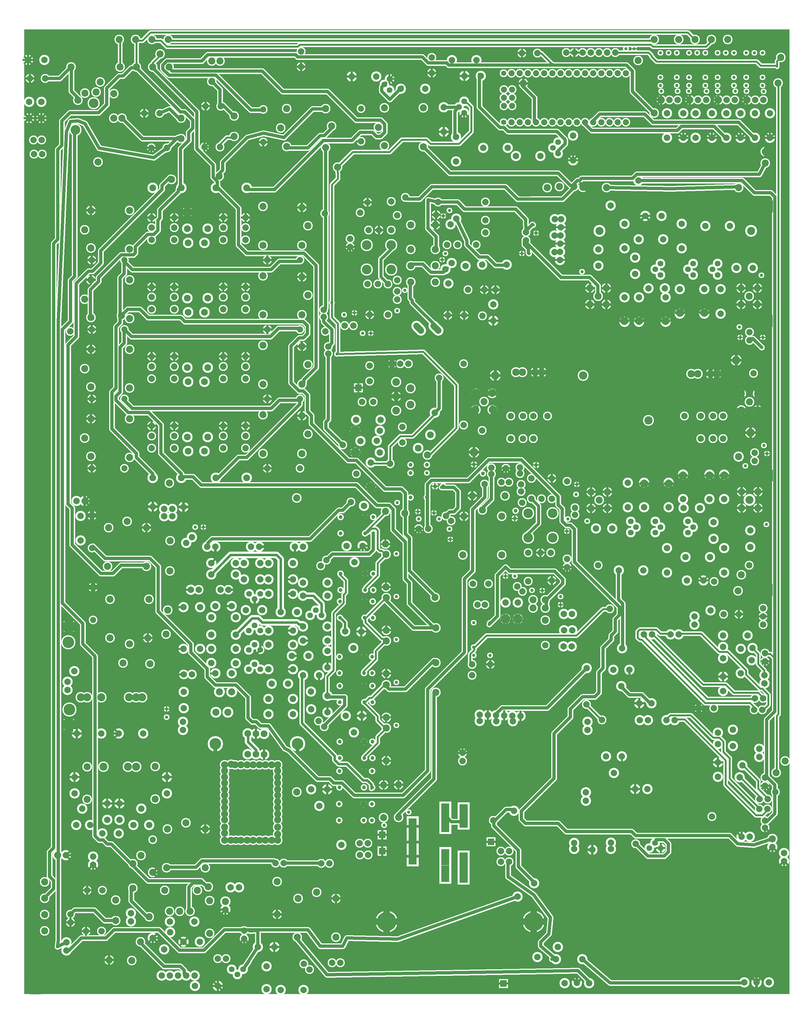
<source format=gbr>
%FSLAX34Y34*%
%MOMM*%
%LNCOPPER_TOP*%
G71*
G01*
%ADD10C,3.200*%
%ADD11C,3.000*%
%ADD12C,3.000*%
%ADD13C,2.800*%
%ADD14C,4.700*%
%ADD15C,1.800*%
%ADD16C,3.700*%
%ADD17C,7.800*%
%ADD18C,3.400*%
%ADD19C,3.100*%
%ADD20C,2.800*%
%ADD21C,2.800*%
%ADD22C,2.800*%
%ADD23C,2.600*%
%ADD24C,1.700*%
%ADD25C,1.800*%
%ADD26C,3.200*%
%ADD27C,3.800*%
%ADD28C,3.000*%
%ADD29C,3.200*%
%ADD30C,1.400*%
%ADD31C,2.000*%
%ADD32C,1.800*%
%ADD33C,3.300*%
%ADD34C,2.900*%
%ADD35C,2.700*%
%ADD36C,3.000*%
%ADD37C,4.800*%
%ADD38C,3.300*%
%ADD39C,3.400*%
%ADD40C,2.600*%
%ADD41C,2.000*%
%ADD42C,1.990*%
%ADD43C,1.600*%
%ADD44C,1.800*%
%ADD45C,3.300*%
%ADD46C,6.800*%
%ADD47C,4.400*%
%ADD48C,4.200*%
%ADD49C,5.200*%
%ADD50C,2.100*%
%ADD51C,2.700*%
%ADD52C,2.450*%
%ADD53C,4.800*%
%ADD54C,1.400*%
%ADD55C,0.733*%
%ADD56C,0.667*%
%ADD57C,3.345*%
%ADD58C,0.813*%
%ADD59C,6.067*%
%ADD60C,6.860*%
%ADD61C,1.403*%
%ADD62C,1.723*%
%ADD63C,1.380*%
%ADD64C,1.427*%
%ADD65C,1.033*%
%ADD66C,1.180*%
%ADD67C,1.220*%
%ADD68C,0.680*%
%ADD69C,0.767*%
%ADD70C,1.264*%
%ADD71C,1.507*%
%ADD72C,1.973*%
%ADD73C,1.687*%
%ADD74C,1.447*%
%ADD75C,2.100*%
%ADD76C,1.967*%
%ADD77C,1.200*%
%ADD78C,0.700*%
%ADD79C,0.804*%
%ADD80C,0.672*%
%ADD81C,0.960*%
%ADD82C,0.616*%
%ADD83C,0.400*%
%ADD84C,0.333*%
%ADD85C,2.748*%
%ADD86C,2.973*%
%ADD87C,0.833*%
%ADD88C,2.200*%
%ADD89C,2.134*%
%ADD90C,3.717*%
%ADD91C,0.433*%
%ADD92C,0.600*%
%ADD93C,3.419*%
%ADD94C,0.867*%
%ADD95C,1.527*%
%ADD96C,2.000*%
%ADD97C,1.800*%
%ADD98C,2.200*%
%ADD99C,4.500*%
%ADD100C,1.000*%
%ADD101C,2.500*%
%ADD102C,7.000*%
%ADD103C,2.600*%
%ADD104C,2.300*%
%ADD105C,2.000*%
%ADD106C,2.000*%
%ADD107C,0.900*%
%ADD108C,1.000*%
%ADD109C,3.000*%
%ADD110C,2.200*%
%ADD111C,2.400*%
%ADD112C,1.200*%
%ADD113C,1.000*%
%ADD114C,2.100*%
%ADD115C,1.900*%
%ADD116C,2.200*%
%ADD117C,3.600*%
%ADD118C,2.100*%
%ADD119C,2.200*%
%ADD120C,0.800*%
%ADD121C,1.500*%
%ADD122C,0.790*%
%ADD123C,1.000*%
%ADD124C,6.000*%
%ADD125C,3.600*%
%ADD126C,4.000*%
%ADD127C,5.000*%
%ADD128C,1.300*%
%ADD129C,1.900*%
%ADD130C,1.650*%
%ADD131C,4.600*%
%ADD132C,0.600*%
%LPD*%
G36*
X-1016000Y2679700D02*
X1364000Y2679700D01*
X1364000Y-320300D01*
X-1016000Y-320300D01*
X-1016000Y2679700D01*
G37*
%LPC*%
X850845Y1998771D02*
G54D10*
D03*
X850895Y2075021D02*
G54D10*
D03*
X769851Y1995371D02*
G54D10*
D03*
X769964Y1944390D02*
G54D10*
D03*
X884151Y1969971D02*
G54D10*
D03*
X884263Y1918990D02*
G54D10*
D03*
X850861Y1770171D02*
G54D10*
D03*
X850911Y1846421D02*
G54D10*
D03*
X971582Y2026785D02*
G54D10*
D03*
X895332Y2026835D02*
G54D10*
D03*
X896541Y1846421D02*
G54D10*
D03*
X896491Y1770171D02*
G54D10*
D03*
X1028644Y1998770D02*
G54D10*
D03*
X1028694Y2075020D02*
G54D10*
D03*
X925976Y1874255D02*
G54D10*
D03*
X1023541Y1871821D02*
G54D10*
D03*
X1023491Y1795571D02*
G54D10*
D03*
X1099740Y1871821D02*
G54D10*
D03*
X1099690Y1795571D02*
G54D10*
D03*
X1150540Y1871821D02*
G54D10*
D03*
X1150490Y1795571D02*
G54D10*
D03*
X1250012Y1937866D02*
G54D10*
D03*
X1199032Y1937753D02*
G54D10*
D03*
X1178558Y2068589D02*
G54D10*
D03*
X1102308Y2068639D02*
G54D10*
D03*
X963216Y1951196D02*
G54D11*
D03*
X947316Y1933621D02*
G54D11*
D03*
X963250Y1916005D02*
G54D11*
D03*
X1064816Y1951196D02*
G54D11*
D03*
X1048916Y1933621D02*
G54D11*
D03*
X1064850Y1916005D02*
G54D11*
D03*
X1141016Y1951196D02*
G54D11*
D03*
X1125116Y1933621D02*
G54D11*
D03*
X1141050Y1916005D02*
G54D11*
D03*
X744116Y1875096D02*
G54D12*
D03*
X794916Y1875096D02*
G54D12*
D03*
X769516Y1849696D02*
G54D12*
D03*
X794916Y1824296D02*
G54D12*
D03*
X744116Y1824296D02*
G54D12*
D03*
X1214016Y1875096D02*
G54D12*
D03*
X1264816Y1875096D02*
G54D12*
D03*
X1239416Y1849696D02*
G54D12*
D03*
X1264816Y1824296D02*
G54D12*
D03*
X1214016Y1824296D02*
G54D12*
D03*
X915542Y2099405D02*
G54D10*
D03*
X966522Y2099518D02*
G54D10*
D03*
X850861Y1770171D02*
G54D13*
D03*
X726440Y2129790D02*
G54D14*
D03*
X976776Y1874255D02*
G54D10*
D03*
X979091Y1846421D02*
G54D10*
D03*
X979041Y1770171D02*
G54D10*
D03*
X808091Y2131571D02*
G54D10*
D03*
X719316Y1925796D02*
G54D15*
D03*
X896491Y1770171D02*
G54D13*
D03*
X979041Y1770171D02*
G54D13*
D03*
X1023491Y1795571D02*
G54D13*
D03*
X1099690Y1795571D02*
G54D13*
D03*
X1286272Y2128996D02*
G54D14*
D03*
X726440Y1771014D02*
G54D14*
D03*
X1285636Y1772602D02*
G54D14*
D03*
X776466Y2052796D02*
G54D15*
D03*
X773290Y2052796D02*
G54D16*
D03*
X1245015Y2052796D02*
G54D16*
D03*
X859066Y1463555D02*
G54D17*
D03*
X789216Y1603256D02*
G54D17*
D03*
X722541Y1603255D02*
G54D18*
D03*
X925741Y1463555D02*
G54D18*
D03*
X513666Y1613355D02*
G54D19*
D03*
X593666Y1613355D02*
G54D20*
D03*
X1058666Y1608355D02*
G54D20*
D03*
X1138666Y1608355D02*
G54D20*
D03*
X593666Y1613355D02*
G54D19*
D03*
X1058666Y1608355D02*
G54D19*
D03*
X1138666Y1608355D02*
G54D12*
D03*
X533666Y1613355D02*
G54D19*
D03*
X573666Y1613355D02*
G54D19*
D03*
X1078666Y1608356D02*
G54D19*
D03*
X1118666Y1608355D02*
G54D19*
D03*
X389241Y1497025D02*
G54D12*
D03*
X389241Y1547825D02*
G54D12*
D03*
X414641Y1522425D02*
G54D12*
D03*
X440041Y1547826D02*
G54D12*
D03*
X440041Y1497025D02*
G54D12*
D03*
X389241Y1495755D02*
G54D21*
D03*
X440041Y1495755D02*
G54D13*
D03*
X1214741Y1495755D02*
G54D12*
D03*
X1214741Y1546555D02*
G54D12*
D03*
X1240141Y1521155D02*
G54D12*
D03*
X1265541Y1546555D02*
G54D12*
D03*
X1265541Y1495755D02*
G54D12*
D03*
X1214741Y1495755D02*
G54D21*
D03*
X1265541Y1495755D02*
G54D13*
D03*
X1088198Y1407118D02*
G54D22*
D03*
X1088198Y1476968D02*
G54D22*
D03*
X1158048Y1407118D02*
G54D22*
D03*
X1158048Y1476968D02*
G54D22*
D03*
X1126298Y1476968D02*
G54D22*
D03*
X1126298Y1407118D02*
G54D22*
D03*
X1158049Y1407118D02*
G54D13*
D03*
X1158049Y1476968D02*
G54D13*
D03*
X497648Y1407118D02*
G54D22*
D03*
X497648Y1476968D02*
G54D22*
D03*
X567498Y1407118D02*
G54D22*
D03*
X567498Y1476968D02*
G54D22*
D03*
X535748Y1476968D02*
G54D22*
D03*
X535748Y1407118D02*
G54D22*
D03*
X567499Y1407118D02*
G54D13*
D03*
X567499Y1476968D02*
G54D13*
D03*
X1138666Y1608355D02*
G54D19*
D03*
X611949Y1476968D02*
G54D21*
D03*
X1037399Y1476968D02*
G54D21*
D03*
X1252941Y1610080D02*
G54D21*
D03*
X408391Y1432280D02*
G54D21*
D03*
X389241Y1546555D02*
G54D13*
D03*
X440041Y1546556D02*
G54D13*
D03*
X1214741Y1546555D02*
G54D13*
D03*
X1265541Y1546555D02*
G54D13*
D03*
X1265541Y1495755D02*
G54D13*
D03*
X726440Y1293177D02*
G54D14*
D03*
X1286272Y1292384D02*
G54D14*
D03*
X726440Y934402D02*
G54D14*
D03*
X1285636Y935990D02*
G54D14*
D03*
X1240015Y1216184D02*
G54D16*
D03*
X49416Y1933256D02*
G54D23*
D03*
X125616Y1933256D02*
G54D23*
D03*
X125616Y2009456D02*
G54D23*
D03*
X49416Y2009456D02*
G54D23*
D03*
X125528Y2144479D02*
G54D22*
D03*
X125528Y2055579D02*
G54D22*
D03*
X87428Y2055579D02*
G54D22*
D03*
X55678Y2055579D02*
G54D22*
D03*
X115884Y1792689D02*
G54D22*
D03*
X52385Y1887939D02*
G54D22*
D03*
X84134Y1887939D02*
G54D22*
D03*
X115884Y1887939D02*
G54D22*
D03*
G54D24*
X125616Y2009456D02*
X125616Y1996756D01*
X93866Y1965006D01*
X93866Y1909958D01*
X115884Y1887939D01*
X144367Y1900228D02*
G54D22*
D03*
X52384Y2141939D02*
G54D22*
D03*
X169978Y2157179D02*
G54D22*
D03*
X332406Y2009490D02*
G54D22*
D03*
X389556Y2009490D02*
G54D22*
D03*
X418256Y2085690D02*
G54D22*
D03*
X418256Y2142840D02*
G54D22*
D03*
X357206Y1943866D02*
G54D10*
D03*
X303254Y1889984D02*
G54D10*
D03*
X357206Y1943866D02*
G54D13*
D03*
X484982Y1947918D02*
G54D10*
D03*
X408732Y1947968D02*
G54D10*
D03*
X484982Y1947918D02*
G54D13*
D03*
X364156Y1869790D02*
G54D22*
D03*
X414956Y1869790D02*
G54D22*
D03*
X414956Y1869790D02*
G54D22*
D03*
X443563Y1773684D02*
G54D10*
D03*
X443451Y1824664D02*
G54D10*
D03*
X443563Y1773684D02*
G54D10*
D03*
X418256Y2047590D02*
G54D22*
D03*
X450006Y1869790D02*
G54D22*
D03*
X299386Y2009490D02*
G54D22*
D03*
X310306Y2072990D02*
G54D22*
D03*
G54D25*
X328337Y2091021D02*
X361106Y2022190D01*
X361106Y2009490D01*
X399206Y1971390D01*
X424606Y1971390D01*
X450006Y1945990D01*
X488106Y1945990D01*
X484982Y1947918D01*
X186610Y2071494D02*
G54D12*
D03*
X262810Y2071494D02*
G54D12*
D03*
X186610Y1995294D02*
G54D12*
D03*
X186610Y1944494D02*
G54D12*
D03*
X186610Y1893694D02*
G54D12*
D03*
X262810Y1995294D02*
G54D12*
D03*
X262810Y1944494D02*
G54D12*
D03*
X262810Y1893694D02*
G54D12*
D03*
X262810Y2071494D02*
G54D22*
D03*
X409061Y1788691D02*
G54D22*
D03*
X352841Y1790936D02*
G54D22*
D03*
X352841Y1790936D02*
G54D22*
D03*
X302041Y1790936D02*
G54D22*
D03*
G54D25*
X271066Y2142490D02*
X240355Y2149604D01*
X240355Y2060704D01*
X265755Y2035304D01*
X265755Y1990854D01*
X262811Y1992120D01*
G54D26*
X272225Y1743214D02*
X258083Y1757356D01*
G54D26*
X218250Y1743214D02*
X204108Y1757356D01*
X-1984Y2028190D02*
G54D21*
D03*
X-1984Y2002790D02*
G54D21*
D03*
X271066Y2142490D02*
G54D21*
D03*
X49416Y2009456D02*
G54D27*
D03*
X49416Y1933256D02*
G54D27*
D03*
X125616Y1933256D02*
G54D27*
D03*
X125616Y2009456D02*
G54D27*
D03*
G54D25*
X271504Y1750285D02*
X273526Y1748190D01*
X190976Y1830740D01*
X190976Y1837090D01*
X184626Y1843440D01*
X184626Y1894240D01*
X186611Y1893695D01*
X627894Y1175054D02*
G54D23*
D03*
X551694Y1175054D02*
G54D23*
D03*
X551694Y1098854D02*
G54D23*
D03*
X627894Y1098854D02*
G54D23*
D03*
X551782Y963831D02*
G54D22*
D03*
X551782Y1052731D02*
G54D22*
D03*
X589882Y1052731D02*
G54D22*
D03*
X621632Y1052731D02*
G54D22*
D03*
X624926Y1283871D02*
G54D22*
D03*
X561426Y1283871D02*
G54D22*
D03*
X624925Y1220371D02*
G54D22*
D03*
X593176Y1220371D02*
G54D22*
D03*
X561426Y1220371D02*
G54D22*
D03*
G54D24*
X551694Y1098854D02*
X551694Y1111554D01*
X583445Y1143304D01*
X583445Y1198352D01*
X561426Y1220371D01*
X532943Y1208082D02*
G54D22*
D03*
X624926Y966371D02*
G54D22*
D03*
X672944Y1007095D02*
G54D21*
D03*
X672944Y1032495D02*
G54D21*
D03*
X672944Y1273795D02*
G54D21*
D03*
X627894Y1098854D02*
G54D27*
D03*
X627894Y1175054D02*
G54D27*
D03*
X551694Y1175054D02*
G54D27*
D03*
X551694Y1098854D02*
G54D27*
D03*
X348686Y1045473D02*
G54D12*
D03*
X351860Y1166123D02*
G54D12*
D03*
X469336Y1045473D02*
G54D12*
D03*
X469336Y1166123D02*
G54D12*
D03*
X409011Y1185586D02*
G54D12*
D03*
X351860Y1166123D02*
G54D28*
D03*
X377707Y1229704D02*
G54D12*
D03*
X479307Y1229704D02*
G54D12*
D03*
X566607Y905564D02*
G54D12*
D03*
X566607Y880164D02*
G54D12*
D03*
X604707Y880164D02*
G54D12*
D03*
X604707Y842064D02*
G54D12*
D03*
X519202Y897558D02*
G54D10*
D03*
X519315Y846578D02*
G54D10*
D03*
X519202Y897558D02*
G54D22*
D03*
X519314Y846577D02*
G54D22*
D03*
X481102Y897558D02*
G54D10*
D03*
X481214Y846578D02*
G54D10*
D03*
X481102Y897558D02*
G54D22*
D03*
X481214Y846577D02*
G54D22*
D03*
X604707Y905564D02*
G54D12*
D03*
X415674Y1265514D02*
G54D22*
D03*
X377707Y1229704D02*
G54D12*
D03*
X185665Y1564003D02*
G54D29*
D03*
X185665Y1513203D02*
G54D29*
D03*
X141215Y1538604D02*
G54D29*
D03*
X141215Y1494153D02*
G54D29*
D03*
X141215Y1583053D02*
G54D29*
D03*
X153915Y1640203D02*
G54D22*
D03*
X128515Y1640203D02*
G54D22*
D03*
X179315Y1640203D02*
G54D22*
D03*
X92830Y1465578D02*
G54D10*
D03*
X16580Y1465628D02*
G54D10*
D03*
X13888Y1431318D02*
G54D10*
D03*
X90138Y1431268D02*
G54D10*
D03*
X29822Y1399842D02*
G54D10*
D03*
X80802Y1399954D02*
G54D10*
D03*
X58665Y1633941D02*
G54D22*
D03*
X58665Y1586141D02*
G54D22*
D03*
X62275Y1332316D02*
G54D10*
D03*
X62225Y1256066D02*
G54D10*
D03*
X122165Y1281254D02*
G54D22*
D03*
X122165Y1329053D02*
G54D22*
D03*
X34721Y1521097D02*
G54D22*
D03*
X69821Y1521098D02*
G54D22*
D03*
X160265Y1395553D02*
G54D22*
D03*
X160265Y1443354D02*
G54D22*
D03*
X13943Y1363671D02*
G54D10*
D03*
X90193Y1363621D02*
G54D10*
D03*
X261140Y1487248D02*
G54D10*
D03*
X13888Y1431318D02*
G54D22*
D03*
X13943Y1363671D02*
G54D22*
D03*
X122165Y1281254D02*
G54D22*
D03*
X62225Y1256066D02*
G54D22*
D03*
G54D30*
X122165Y1322703D02*
X122865Y1323973D01*
X116515Y1330323D01*
X59365Y1330324D01*
X62275Y1332316D01*
G36*
X37615Y1579273D02*
X37615Y1551273D01*
X9615Y1551273D01*
X9615Y1579273D01*
X37615Y1579273D01*
G37*
X236465Y1325792D02*
G54D31*
D03*
X236465Y1300392D02*
G54D32*
D03*
X185665Y1325791D02*
G54D32*
D03*
X185665Y1300391D02*
G54D31*
D03*
X236465Y1224191D02*
G54D32*
D03*
X185665Y1224191D02*
G54D32*
D03*
X238497Y1356557D02*
G54D12*
D03*
G54D30*
X261140Y1487248D02*
X261865Y1484541D01*
X192015Y1414691D01*
X153915Y1414691D01*
X122165Y1382941D01*
X122165Y1332142D01*
X122165Y1329053D01*
X240661Y1126583D02*
G54D21*
D03*
X185665Y1325791D02*
G54D31*
D03*
X236465Y1224191D02*
G54D31*
D03*
X185665Y1224191D02*
G54D31*
D03*
X1286216Y645733D02*
G54D10*
D03*
X1286216Y671233D02*
G54D10*
D03*
X-549326Y1377104D02*
G54D22*
D03*
X-619176Y1377104D02*
G54D22*
D03*
X-549326Y1446954D02*
G54D22*
D03*
X-619176Y1446954D02*
G54D22*
D03*
X-619176Y1415204D02*
G54D22*
D03*
X-549326Y1415204D02*
G54D22*
D03*
X-505918Y1368333D02*
G54D33*
D03*
X-454936Y1368445D02*
G54D33*
D03*
X-327076Y1377104D02*
G54D22*
D03*
X-396926Y1377104D02*
G54D22*
D03*
X-327076Y1446954D02*
G54D22*
D03*
X-396926Y1446954D02*
G54D22*
D03*
X-396926Y1415204D02*
G54D22*
D03*
X-327076Y1415204D02*
G54D22*
D03*
X-444853Y1412431D02*
G54D10*
D03*
X-444966Y1463411D02*
G54D10*
D03*
X-508353Y1412431D02*
G54D10*
D03*
X-508466Y1463411D02*
G54D10*
D03*
X-327076Y1446954D02*
G54D13*
D03*
X-396926Y1446954D02*
G54D13*
D03*
X-444966Y1463412D02*
G54D34*
D03*
X-508466Y1463412D02*
G54D13*
D03*
X-549326Y1446954D02*
G54D13*
D03*
X-619176Y1446954D02*
G54D13*
D03*
X-508353Y1412431D02*
G54D33*
D03*
X-508466Y1463411D02*
G54D33*
D03*
X-444966Y1463411D02*
G54D33*
D03*
X-444853Y1412431D02*
G54D33*
D03*
X-272863Y1481396D02*
G54D12*
D03*
X-152213Y1478222D02*
G54D12*
D03*
X-272863Y1360746D02*
G54D12*
D03*
X-152213Y1360746D02*
G54D12*
D03*
X-133400Y1421071D02*
G54D12*
D03*
X-259356Y1314466D02*
G54D35*
D03*
X-157756Y1314467D02*
G54D35*
D03*
X-152213Y1478222D02*
G54D12*
D03*
X-687858Y1348658D02*
G54D12*
D03*
X-808508Y1351832D02*
G54D12*
D03*
X-687858Y1469308D02*
G54D12*
D03*
X-808508Y1469308D02*
G54D12*
D03*
X-827320Y1408983D02*
G54D12*
D03*
X-808507Y1351832D02*
G54D12*
D03*
X-808508Y1469308D02*
G54D12*
D03*
X-805456Y1314466D02*
G54D35*
D03*
X-703856Y1314467D02*
G54D35*
D03*
X-259356Y1314466D02*
G54D22*
D03*
X-805456Y1314466D02*
G54D22*
D03*
X-549326Y1593004D02*
G54D22*
D03*
X-619176Y1593004D02*
G54D22*
D03*
X-549326Y1662854D02*
G54D22*
D03*
X-619176Y1662854D02*
G54D22*
D03*
X-619176Y1631104D02*
G54D22*
D03*
X-549326Y1631104D02*
G54D22*
D03*
X-505918Y1584233D02*
G54D33*
D03*
X-454936Y1584345D02*
G54D33*
D03*
X-327076Y1593004D02*
G54D22*
D03*
X-396926Y1593004D02*
G54D22*
D03*
X-327076Y1662854D02*
G54D22*
D03*
X-396926Y1662854D02*
G54D22*
D03*
X-396926Y1631104D02*
G54D22*
D03*
X-327076Y1631104D02*
G54D22*
D03*
X-444853Y1628331D02*
G54D10*
D03*
X-444966Y1679312D02*
G54D10*
D03*
X-508353Y1628331D02*
G54D10*
D03*
X-508466Y1679311D02*
G54D10*
D03*
X-327076Y1662854D02*
G54D13*
D03*
X-396926Y1662854D02*
G54D13*
D03*
X-444966Y1679312D02*
G54D34*
D03*
X-508466Y1679312D02*
G54D13*
D03*
X-549326Y1662854D02*
G54D13*
D03*
X-619176Y1662854D02*
G54D13*
D03*
X-508353Y1628331D02*
G54D33*
D03*
X-508466Y1679311D02*
G54D33*
D03*
X-444966Y1679312D02*
G54D33*
D03*
X-444853Y1628331D02*
G54D33*
D03*
X-272863Y1697296D02*
G54D12*
D03*
X-152213Y1694122D02*
G54D12*
D03*
X-272863Y1576646D02*
G54D12*
D03*
X-152213Y1576646D02*
G54D12*
D03*
X-133400Y1636971D02*
G54D12*
D03*
X-259356Y1530366D02*
G54D35*
D03*
X-157756Y1530367D02*
G54D35*
D03*
X-152213Y1694122D02*
G54D12*
D03*
X-687858Y1564558D02*
G54D12*
D03*
X-808508Y1567732D02*
G54D12*
D03*
X-687858Y1685208D02*
G54D12*
D03*
X-808508Y1685208D02*
G54D12*
D03*
X-827320Y1624883D02*
G54D12*
D03*
X-808507Y1567731D02*
G54D12*
D03*
X-808508Y1685208D02*
G54D12*
D03*
X-805456Y1530366D02*
G54D35*
D03*
X-703856Y1530367D02*
G54D35*
D03*
X-259356Y1530366D02*
G54D22*
D03*
X-805456Y1530366D02*
G54D22*
D03*
X-549326Y1808904D02*
G54D22*
D03*
X-619176Y1808904D02*
G54D22*
D03*
X-549326Y1878754D02*
G54D22*
D03*
X-619176Y1878754D02*
G54D22*
D03*
X-619176Y1847004D02*
G54D22*
D03*
X-549326Y1847004D02*
G54D22*
D03*
X-505918Y1800133D02*
G54D33*
D03*
X-454936Y1800245D02*
G54D33*
D03*
X-327076Y1808904D02*
G54D22*
D03*
X-396926Y1808904D02*
G54D22*
D03*
X-327076Y1878754D02*
G54D22*
D03*
X-396926Y1878754D02*
G54D22*
D03*
X-396926Y1847004D02*
G54D22*
D03*
X-327076Y1847004D02*
G54D22*
D03*
X-444853Y1844231D02*
G54D10*
D03*
X-444966Y1895212D02*
G54D10*
D03*
X-508353Y1844231D02*
G54D10*
D03*
X-508466Y1895212D02*
G54D10*
D03*
X-327076Y1878754D02*
G54D13*
D03*
X-396926Y1878754D02*
G54D13*
D03*
X-444966Y1895212D02*
G54D34*
D03*
X-508466Y1895212D02*
G54D13*
D03*
X-549326Y1878754D02*
G54D13*
D03*
X-619176Y1878754D02*
G54D13*
D03*
X-508353Y1844231D02*
G54D33*
D03*
X-508466Y1895212D02*
G54D33*
D03*
X-444966Y1895212D02*
G54D33*
D03*
X-444853Y1844231D02*
G54D33*
D03*
X-272863Y1913196D02*
G54D12*
D03*
X-152213Y1910022D02*
G54D12*
D03*
X-272863Y1792546D02*
G54D12*
D03*
X-152213Y1792546D02*
G54D12*
D03*
X-133400Y1852871D02*
G54D12*
D03*
X-259356Y1746266D02*
G54D35*
D03*
X-157756Y1746266D02*
G54D35*
D03*
X-152213Y1910022D02*
G54D12*
D03*
X-687858Y1780458D02*
G54D12*
D03*
X-808508Y1783632D02*
G54D12*
D03*
X-687858Y1901108D02*
G54D12*
D03*
X-808508Y1901108D02*
G54D12*
D03*
X-827320Y1840783D02*
G54D12*
D03*
X-808507Y1783632D02*
G54D12*
D03*
X-808508Y1901108D02*
G54D12*
D03*
X-805456Y1746266D02*
G54D35*
D03*
X-703856Y1746266D02*
G54D35*
D03*
X-259356Y1746266D02*
G54D22*
D03*
X-805456Y1746266D02*
G54D22*
D03*
X-549326Y2024804D02*
G54D22*
D03*
X-619176Y2024804D02*
G54D22*
D03*
X-549326Y2094654D02*
G54D22*
D03*
X-619176Y2094654D02*
G54D22*
D03*
X-619176Y2062904D02*
G54D22*
D03*
X-549326Y2062904D02*
G54D22*
D03*
X-505918Y2016033D02*
G54D33*
D03*
X-454936Y2016145D02*
G54D33*
D03*
X-327076Y2024804D02*
G54D22*
D03*
X-396926Y2024804D02*
G54D22*
D03*
X-327076Y2094654D02*
G54D22*
D03*
X-396926Y2094654D02*
G54D22*
D03*
X-396926Y2062904D02*
G54D22*
D03*
X-327076Y2062904D02*
G54D22*
D03*
X-444853Y2060131D02*
G54D10*
D03*
X-444966Y2111112D02*
G54D10*
D03*
X-508353Y2060131D02*
G54D10*
D03*
X-508466Y2111111D02*
G54D10*
D03*
X-327076Y2094654D02*
G54D13*
D03*
X-396926Y2094654D02*
G54D13*
D03*
X-444966Y2111112D02*
G54D34*
D03*
X-508466Y2111112D02*
G54D13*
D03*
X-549326Y2094654D02*
G54D13*
D03*
X-619176Y2094654D02*
G54D13*
D03*
X-508353Y2060131D02*
G54D33*
D03*
X-508466Y2111111D02*
G54D33*
D03*
X-444966Y2111111D02*
G54D33*
D03*
X-444853Y2060131D02*
G54D33*
D03*
X-272863Y2129096D02*
G54D12*
D03*
X-152213Y2125922D02*
G54D12*
D03*
X-272863Y2008446D02*
G54D12*
D03*
X-152213Y2008446D02*
G54D12*
D03*
X-133400Y2068771D02*
G54D12*
D03*
X-259356Y1962166D02*
G54D35*
D03*
X-157756Y1962166D02*
G54D35*
D03*
X-152213Y2125922D02*
G54D12*
D03*
X-687858Y1996358D02*
G54D12*
D03*
X-808508Y1999532D02*
G54D12*
D03*
X-687858Y2117008D02*
G54D12*
D03*
X-808508Y2117008D02*
G54D12*
D03*
X-827320Y2056683D02*
G54D12*
D03*
X-808507Y1999532D02*
G54D12*
D03*
X-808508Y2117008D02*
G54D12*
D03*
X-805456Y1962166D02*
G54D35*
D03*
X-703856Y1962166D02*
G54D35*
D03*
X-259356Y1962166D02*
G54D22*
D03*
X-805456Y1962166D02*
G54D22*
D03*
X-324202Y1285431D02*
G54D33*
D03*
X-324202Y1285431D02*
G54D33*
D03*
X-419452Y1285431D02*
G54D33*
D03*
X-419452Y1285431D02*
G54D33*
D03*
X-527402Y1285431D02*
G54D33*
D03*
X-527402Y1285431D02*
G54D33*
D03*
X-616302Y1285431D02*
G54D33*
D03*
X-616302Y1285431D02*
G54D33*
D03*
G54D25*
X-419452Y1285432D02*
X-413103Y1285430D01*
X-349603Y1348930D01*
X-324203Y1348930D01*
X-159103Y1514030D01*
X-159103Y1526730D01*
X-157756Y1530366D01*
G54D25*
X-703856Y1530366D02*
X-705203Y1526730D01*
X-679803Y1501330D01*
X-248003Y1501330D01*
X-222603Y1526730D01*
X-159103Y1526730D01*
X-157756Y1530366D01*
G54D25*
X-527402Y1285432D02*
X-527403Y1285430D01*
X-527403Y1298130D01*
X-590903Y1361630D01*
X-590903Y1450530D01*
X-629003Y1488630D01*
X-692503Y1488630D01*
X-730603Y1526730D01*
X-730603Y1539430D01*
X-717903Y1552130D01*
X-717903Y1691830D01*
X-705203Y1704530D01*
X-705203Y1742630D01*
X-703856Y1746266D01*
G54D25*
X-616302Y1285432D02*
X-616303Y1285430D01*
X-616303Y1298130D01*
X-667103Y1348930D01*
X-667103Y1361630D01*
X-743303Y1437830D01*
X-743303Y1552130D01*
X-730603Y1564830D01*
X-730604Y1755330D01*
X-717903Y1768030D01*
X-717903Y1907730D01*
X-705203Y1920430D01*
X-705203Y1958530D01*
X-703856Y1962166D01*
G54D25*
X-703856Y1962166D02*
X-705203Y1958530D01*
X-679803Y1933130D01*
X-248003Y1933130D01*
X-222603Y1958530D01*
X-159103Y1958530D01*
X-157756Y1962166D01*
X-324202Y2187131D02*
G54D33*
D03*
X-324202Y2187131D02*
G54D33*
D03*
X-419452Y2187131D02*
G54D33*
D03*
X-419452Y2187131D02*
G54D33*
D03*
X-527402Y2187131D02*
G54D33*
D03*
X-527402Y2187131D02*
G54D33*
D03*
X-616302Y2187131D02*
G54D33*
D03*
X-616302Y2187131D02*
G54D33*
D03*
G54D25*
X-419452Y2187132D02*
X-413103Y2187130D01*
X-349603Y2123630D01*
X-349603Y2009330D01*
X-324203Y1983930D01*
X-146403Y1983930D01*
X-108303Y1945830D01*
X-108303Y1628330D01*
X-146403Y1590230D01*
X-146403Y1577530D01*
X-152213Y1576646D01*
X-872938Y1740601D02*
G54D21*
D03*
X-79188Y1740601D02*
G54D21*
D03*
X532764Y1710690D02*
G54D14*
D03*
X542290Y2183764D02*
G54D14*
D03*
X542289Y2183765D02*
G54D14*
D03*
X-6986Y1710690D02*
G54D14*
D03*
X-19686Y2180590D02*
G54D14*
D03*
X-628039Y907915D02*
G54D12*
D03*
X-631213Y787265D02*
G54D12*
D03*
X-748688Y907915D02*
G54D12*
D03*
X-748688Y787265D02*
G54D12*
D03*
X-688364Y768452D02*
G54D12*
D03*
X-756238Y1009784D02*
G54D12*
D03*
X-753064Y1130434D02*
G54D12*
D03*
X-635588Y1009784D02*
G54D12*
D03*
X-635589Y1130434D02*
G54D12*
D03*
X-695914Y1149722D02*
G54D12*
D03*
X-801318Y945208D02*
G54D35*
D03*
X-801318Y843608D02*
G54D35*
D03*
X-801318Y945208D02*
G54D22*
D03*
X-801318Y945208D02*
G54D12*
D03*
X-805116Y1168404D02*
G54D35*
D03*
X-805116Y1066803D02*
G54D35*
D03*
X-805116Y1168404D02*
G54D22*
D03*
X-805116Y1168404D02*
G54D12*
D03*
X-631213Y787265D02*
G54D12*
D03*
X-635589Y1130434D02*
G54D12*
D03*
X-753064Y1130434D02*
G54D12*
D03*
X-635589Y1130434D02*
G54D12*
D03*
X-656828Y1216184D02*
G54D14*
D03*
X295672Y1216184D02*
G54D14*
D03*
X-656828Y317659D02*
G54D14*
D03*
X295672Y314484D02*
G54D14*
D03*
X379727Y955864D02*
G54D22*
D03*
X427527Y955864D02*
G54D22*
D03*
X379727Y955865D02*
G54D22*
D03*
X1288323Y740274D02*
G54D21*
D03*
X1288324Y714874D02*
G54D21*
D03*
X1288323Y352924D02*
G54D21*
D03*
X1288324Y327524D02*
G54D21*
D03*
X1257139Y599024D02*
G54D21*
D03*
X1282539Y599024D02*
G54D21*
D03*
X261705Y913683D02*
G54D36*
D03*
X264880Y818433D02*
G54D36*
D03*
X264880Y710483D02*
G54D36*
D03*
X264880Y618408D02*
G54D36*
D03*
X-165690Y457945D02*
G54D37*
D03*
X-421390Y457845D02*
G54D37*
D03*
X-320664Y489770D02*
G54D38*
D03*
X-295290Y489645D02*
G54D38*
D03*
X-269846Y489670D02*
G54D38*
D03*
X-72584Y556029D02*
G54D10*
D03*
X-72759Y607021D02*
G54D10*
D03*
X-370514Y619895D02*
G54D39*
D03*
X-419914Y555795D02*
G54D39*
D03*
X-381914Y555795D02*
G54D39*
D03*
X-408614Y619895D02*
G54D39*
D03*
X-519790Y569045D02*
G54D10*
D03*
X-519914Y619962D02*
G54D10*
D03*
X-256264Y597620D02*
G54D10*
D03*
X-180014Y597570D02*
G54D10*
D03*
X-522364Y500920D02*
G54D10*
D03*
X-522364Y526420D02*
G54D10*
D03*
X-256264Y549995D02*
G54D10*
D03*
X-180015Y549945D02*
G54D10*
D03*
X-281664Y969095D02*
G54D10*
D03*
X-332581Y968970D02*
G54D10*
D03*
X-316590Y924645D02*
G54D11*
D03*
X-299014Y908745D02*
G54D11*
D03*
X-281398Y924680D02*
G54D11*
D03*
X-310240Y1070695D02*
G54D10*
D03*
X-284814Y1070745D02*
G54D10*
D03*
X-256264Y924645D02*
G54D10*
D03*
X-180090Y924645D02*
G54D10*
D03*
X-434064Y984970D02*
G54D10*
D03*
X-357814Y984920D02*
G54D10*
D03*
X-275314Y873845D02*
G54D10*
D03*
X-326231Y873720D02*
G54D10*
D03*
X-281664Y810345D02*
G54D11*
D03*
X-299264Y826245D02*
G54D11*
D03*
X-316856Y810310D02*
G54D11*
D03*
X-281290Y749945D02*
G54D40*
D03*
X-299264Y765920D02*
G54D11*
D03*
X-316856Y749985D02*
G54D11*
D03*
X-256264Y810345D02*
G54D10*
D03*
X-180090Y810345D02*
G54D10*
D03*
X-281665Y689645D02*
G54D11*
D03*
X-299264Y705595D02*
G54D11*
D03*
X-316856Y689660D02*
G54D11*
D03*
X-434064Y753195D02*
G54D10*
D03*
X-357814Y753145D02*
G54D10*
D03*
X-433856Y709016D02*
G54D10*
D03*
X-357606Y708966D02*
G54D10*
D03*
X-256264Y689695D02*
G54D10*
D03*
X-179990Y689645D02*
G54D10*
D03*
X-194944Y644905D02*
G54D10*
D03*
X-245860Y644780D02*
G54D10*
D03*
X-256264Y765895D02*
G54D10*
D03*
X-180014Y765845D02*
G54D10*
D03*
X-98989Y671045D02*
G54D29*
D03*
X-123973Y620113D02*
G54D29*
D03*
X-148872Y671160D02*
G54D29*
D03*
X-91164Y857970D02*
G54D11*
D03*
X-108965Y873770D02*
G54D11*
D03*
X-126355Y857935D02*
G54D11*
D03*
X-446764Y1070695D02*
G54D10*
D03*
X-421190Y1070645D02*
G54D10*
D03*
X-148314Y959570D02*
G54D10*
D03*
X-72064Y959520D02*
G54D10*
D03*
X-148314Y918295D02*
G54D10*
D03*
X-72064Y918245D02*
G54D10*
D03*
X-167364Y867495D02*
G54D10*
D03*
X-218281Y867370D02*
G54D10*
D03*
G54D41*
X-91164Y857970D02*
X-91164Y892895D01*
X-116564Y918295D01*
X-148314Y918295D01*
X-148314Y823045D02*
G54D10*
D03*
X-72064Y822995D02*
G54D10*
D03*
X-72164Y696020D02*
G54D10*
D03*
X-72277Y747000D02*
G54D10*
D03*
X-72115Y778595D02*
G54D10*
D03*
X-148390Y778645D02*
G54D10*
D03*
X-497514Y937370D02*
G54D10*
D03*
X-472652Y937058D02*
G54D11*
D03*
X-468990Y753195D02*
G54D10*
D03*
X-519964Y753045D02*
G54D10*
D03*
X-434064Y797645D02*
G54D10*
D03*
X-357814Y797595D02*
G54D10*
D03*
G54D41*
X-148314Y829395D02*
X-161014Y829395D01*
X-167364Y835745D01*
X-275314Y835745D01*
X-288014Y848445D01*
X-307064Y848445D01*
X-319764Y835745D01*
X-357864Y797645D01*
X-370564Y676995D02*
G54D10*
D03*
X-421540Y676845D02*
G54D10*
D03*
X-493964Y673845D02*
G54D11*
D03*
X-519264Y674145D02*
G54D11*
D03*
X-468990Y883370D02*
G54D10*
D03*
X-519964Y883270D02*
G54D10*
D03*
X-148314Y1070695D02*
G54D10*
D03*
X-173790Y1070695D02*
G54D10*
D03*
X-434064Y851620D02*
G54D10*
D03*
X-357814Y851570D02*
G54D10*
D03*
X-370590Y886570D02*
G54D10*
D03*
X-421490Y886370D02*
G54D10*
D03*
X-405490Y937345D02*
G54D11*
D03*
X-380590Y937045D02*
G54D11*
D03*
X-256264Y969095D02*
G54D10*
D03*
X-180090Y969095D02*
G54D10*
D03*
X-256264Y1019895D02*
G54D10*
D03*
X-180090Y1019945D02*
G54D10*
D03*
X-434090Y1019945D02*
G54D10*
D03*
X-357889Y1019945D02*
G54D10*
D03*
X-281664Y1019895D02*
G54D10*
D03*
X-332581Y1019770D02*
G54D10*
D03*
G54D41*
X-218164Y867495D02*
X-218164Y1032595D01*
X-230864Y1045295D01*
X-373740Y1045295D01*
X-434064Y984970D01*
X-182964Y731280D02*
G54D10*
D03*
X-131984Y731392D02*
G54D10*
D03*
X-122865Y565820D02*
G54D10*
D03*
X-269790Y425345D02*
G54D38*
D03*
X-295090Y425545D02*
G54D38*
D03*
X-320577Y425476D02*
G54D38*
D03*
G54D42*
X-319764Y489670D02*
X-319764Y464270D01*
X-294364Y438870D01*
X-294364Y426170D01*
X67460Y414034D02*
G54D32*
D03*
X42060Y414034D02*
G54D32*
D03*
X67460Y464834D02*
G54D32*
D03*
X42060Y464834D02*
G54D32*
D03*
X-34140Y414034D02*
G54D31*
D03*
X-34140Y464834D02*
G54D32*
D03*
X110069Y405150D02*
G54D12*
D03*
X110069Y506750D02*
G54D12*
D03*
X148262Y331041D02*
G54D12*
D03*
X67460Y587468D02*
G54D32*
D03*
X42060Y587469D02*
G54D32*
D03*
X67460Y638268D02*
G54D32*
D03*
X42060Y638268D02*
G54D32*
D03*
X-34140Y587468D02*
G54D32*
D03*
X-34140Y638268D02*
G54D32*
D03*
X34360Y544839D02*
G54D29*
D03*
X9377Y493906D02*
G54D29*
D03*
X-15522Y544953D02*
G54D29*
D03*
X69842Y936719D02*
G54D32*
D03*
X44442Y936718D02*
G54D32*
D03*
X69842Y987518D02*
G54D32*
D03*
X44442Y987518D02*
G54D32*
D03*
X-31758Y936718D02*
G54D32*
D03*
X-31758Y987518D02*
G54D32*
D03*
X69842Y1112137D02*
G54D32*
D03*
X44442Y1112137D02*
G54D32*
D03*
X69842Y1162938D02*
G54D32*
D03*
X44442Y1162937D02*
G54D32*
D03*
X-31758Y1112138D02*
G54D32*
D03*
X-31758Y1162937D02*
G54D32*
D03*
X36742Y1073476D02*
G54D29*
D03*
X11758Y1022544D02*
G54D29*
D03*
X-13141Y1073590D02*
G54D29*
D03*
X32773Y807173D02*
G54D29*
D03*
X7790Y756241D02*
G54D29*
D03*
X-17110Y807288D02*
G54D29*
D03*
X68254Y850200D02*
G54D32*
D03*
X42854Y850200D02*
G54D32*
D03*
X68254Y901000D02*
G54D32*
D03*
X42854Y901000D02*
G54D32*
D03*
X-33346Y850200D02*
G54D32*
D03*
X-33346Y901000D02*
G54D32*
D03*
X66667Y677956D02*
G54D32*
D03*
X41267Y677956D02*
G54D32*
D03*
X66667Y728756D02*
G54D32*
D03*
X41267Y728756D02*
G54D32*
D03*
X-34933Y677956D02*
G54D32*
D03*
X-34933Y728756D02*
G54D32*
D03*
G54D43*
X-33346Y850200D02*
X-30840Y848445D01*
X-18140Y835745D01*
X-18140Y810345D01*
X-17110Y807287D01*
X110069Y540485D02*
G54D12*
D03*
X110069Y642085D02*
G54D12*
D03*
X110466Y676613D02*
G54D12*
D03*
X110466Y778213D02*
G54D12*
D03*
X110466Y811154D02*
G54D12*
D03*
X110466Y912754D02*
G54D12*
D03*
X109276Y945694D02*
G54D12*
D03*
X109276Y1047294D02*
G54D12*
D03*
X107688Y1079044D02*
G54D12*
D03*
X107688Y1180644D02*
G54D12*
D03*
G54D30*
X110070Y506751D02*
X108860Y505545D01*
X83460Y480145D01*
X83460Y461095D01*
X39010Y416645D01*
X42060Y414034D01*
G54D30*
X110070Y642085D02*
X108860Y645245D01*
X64410Y600795D01*
X58060Y600795D01*
X45360Y588095D01*
X39010Y588095D01*
X42060Y587469D01*
G54D30*
X110466Y778213D02*
X108860Y778595D01*
X77110Y746845D01*
X77110Y721445D01*
X39010Y683345D01*
X39010Y676995D01*
X41266Y677956D01*
G54D30*
X110466Y912754D02*
X108860Y911945D01*
X45361Y848445D01*
X42854Y850200D01*
G54D30*
X109276Y1047294D02*
X108860Y1045295D01*
X83460Y1019895D01*
X83460Y981795D01*
X45360Y943695D01*
X45360Y937345D01*
X44442Y936719D01*
G54D30*
X107689Y1180644D02*
X108861Y1178645D01*
X45360Y1115145D01*
X44442Y1112137D01*
G54D30*
X42060Y587469D02*
X39010Y588095D01*
X83461Y543645D01*
X83460Y530945D01*
X108860Y505545D01*
X110070Y506751D01*
G54D30*
X110466Y778213D02*
X108860Y778595D01*
X102510Y784945D01*
X96160Y784945D01*
X45361Y835745D01*
X45361Y848445D01*
X42854Y850200D01*
G54D30*
X109276Y1047294D02*
X108860Y1045295D01*
X96160Y1057995D01*
X89810Y1057995D01*
X83460Y1064345D01*
X83460Y1121495D01*
X77110Y1127845D01*
X64410Y1127845D01*
X51710Y1115145D01*
X45360Y1115145D01*
X44442Y1112137D01*
X-34140Y464834D02*
G54D31*
D03*
X42060Y414034D02*
G54D31*
D03*
X67460Y414034D02*
G54D31*
D03*
X42060Y464834D02*
G54D31*
D03*
X67460Y464834D02*
G54D31*
D03*
X-34140Y587468D02*
G54D31*
D03*
X-34140Y638268D02*
G54D31*
D03*
X42060Y587469D02*
G54D31*
D03*
X67460Y587468D02*
G54D31*
D03*
X67460Y638268D02*
G54D31*
D03*
X42061Y638268D02*
G54D31*
D03*
X41267Y677956D02*
G54D31*
D03*
X66667Y677956D02*
G54D31*
D03*
X66667Y728756D02*
G54D31*
D03*
X41267Y728756D02*
G54D31*
D03*
X-34933Y677956D02*
G54D31*
D03*
X-34933Y728756D02*
G54D31*
D03*
X-33346Y850200D02*
G54D31*
D03*
X42854Y850200D02*
G54D31*
D03*
X-33346Y901000D02*
G54D31*
D03*
X42854Y901000D02*
G54D31*
D03*
X68254Y901000D02*
G54D31*
D03*
X68254Y850200D02*
G54D31*
D03*
X-31758Y936718D02*
G54D31*
D03*
X-31758Y987518D02*
G54D31*
D03*
X44442Y936718D02*
G54D31*
D03*
X69842Y936719D02*
G54D31*
D03*
X69842Y987518D02*
G54D31*
D03*
X44442Y987519D02*
G54D31*
D03*
X-31758Y1112138D02*
G54D31*
D03*
X-31758Y1162937D02*
G54D31*
D03*
X44442Y1112137D02*
G54D31*
D03*
X69842Y1112137D02*
G54D31*
D03*
X69842Y1162938D02*
G54D31*
D03*
X44442Y1162937D02*
G54D31*
D03*
X32773Y807173D02*
G54D29*
D03*
X36742Y1073476D02*
G54D29*
D03*
X65476Y220361D02*
G54D32*
D03*
X40076Y220361D02*
G54D32*
D03*
X65476Y271161D02*
G54D32*
D03*
X40076Y271161D02*
G54D32*
D03*
X-36124Y220361D02*
G54D31*
D03*
X-36124Y271161D02*
G54D32*
D03*
X-36124Y271161D02*
G54D31*
D03*
X40076Y220361D02*
G54D31*
D03*
X65476Y220361D02*
G54D31*
D03*
X40076Y271161D02*
G54D31*
D03*
X65476Y271161D02*
G54D31*
D03*
X-73193Y316239D02*
G54D29*
D03*
X-98176Y265306D02*
G54D29*
D03*
X-123075Y316353D02*
G54D29*
D03*
X102224Y329850D02*
G54D12*
D03*
X102224Y228251D02*
G54D12*
D03*
X148262Y331041D02*
G54D12*
D03*
X148262Y229441D02*
G54D12*
D03*
X66270Y322755D02*
G54D32*
D03*
X40870Y322755D02*
G54D32*
D03*
X66270Y373555D02*
G54D32*
D03*
X40870Y373555D02*
G54D32*
D03*
X-35330Y322754D02*
G54D31*
D03*
X-35331Y373555D02*
G54D32*
D03*
X-35331Y373555D02*
G54D31*
D03*
X40870Y322755D02*
G54D31*
D03*
X66270Y322755D02*
G54D31*
D03*
X40869Y373555D02*
G54D31*
D03*
X66270Y373555D02*
G54D31*
D03*
G54D43*
X66270Y322754D02*
X63617Y319014D01*
X63617Y331714D01*
X50917Y344414D01*
X38217Y344414D01*
X-12583Y395214D01*
X-37983Y395214D01*
X-50683Y407914D01*
X-50683Y420614D01*
X-152283Y522214D01*
X-152283Y674614D01*
X-148872Y671160D01*
X-168230Y1222677D02*
G54D36*
D03*
X-168230Y308277D02*
G54D36*
D03*
X-360595Y392983D02*
G54D12*
D03*
X-227245Y259633D02*
G54D12*
D03*
X-227245Y278683D02*
G54D12*
D03*
X-227245Y297733D02*
G54D12*
D03*
X-227245Y316783D02*
G54D12*
D03*
X-227245Y335833D02*
G54D12*
D03*
X-227245Y354883D02*
G54D12*
D03*
X-227245Y373933D02*
G54D12*
D03*
X-227245Y392983D02*
G54D12*
D03*
X-227245Y240583D02*
G54D12*
D03*
X-227245Y221533D02*
G54D12*
D03*
X-227245Y221533D02*
G54D12*
D03*
X-322495Y392983D02*
G54D12*
D03*
X-303445Y392983D02*
G54D12*
D03*
X-284395Y392983D02*
G54D12*
D03*
X-265345Y392983D02*
G54D12*
D03*
X-246295Y392983D02*
G54D12*
D03*
X-341545Y392983D02*
G54D12*
D03*
X-360595Y392983D02*
G54D12*
D03*
X-227245Y392983D02*
G54D12*
D03*
X-561930Y1089327D02*
G54D12*
D03*
G54D25*
X264880Y818433D02*
X258530Y818433D01*
X182330Y894633D01*
X182330Y958133D01*
X169630Y970833D01*
X169630Y1085133D01*
X131530Y1123233D01*
X131530Y1186733D01*
X118830Y1199433D01*
X80730Y1199433D01*
X17230Y1262933D01*
X-465370Y1262933D01*
X-490770Y1288333D01*
X-528870Y1288333D01*
X-527402Y1285431D01*
G54D25*
X261705Y913683D02*
X258530Y920033D01*
X182330Y996233D01*
X182330Y1097833D01*
X169630Y1110533D01*
X169630Y1237533D01*
X156930Y1250233D01*
X106130Y1250233D01*
X17230Y1339133D01*
X-8170Y1339133D01*
X-122470Y1453433D01*
X-122470Y1478833D01*
X-135170Y1491533D01*
X-135170Y1542333D01*
X-147870Y1555033D01*
X-160570Y1555033D01*
X-185970Y1580433D01*
X-185970Y1694733D01*
X-160570Y1720133D01*
X-147870Y1720133D01*
X-135170Y1732833D01*
X-135170Y1758233D01*
X-147870Y1770933D01*
X-516170Y1770933D01*
X-528870Y1783633D01*
X-630470Y1783633D01*
X-655870Y1809033D01*
X-693970Y1809033D01*
X-713020Y1789983D01*
X167686Y1174884D02*
G54D12*
D03*
G54D25*
X110466Y912754D02*
X106130Y907333D01*
X195030Y818433D01*
X258530Y818433D01*
X264880Y818433D01*
G54D25*
X110069Y642085D02*
X106130Y640633D01*
X118830Y627933D01*
X169630Y627933D01*
X258530Y716833D01*
X264880Y710483D01*
G54D25*
X148262Y229441D02*
X144230Y234233D01*
X258530Y348533D01*
X258530Y615233D01*
X264880Y618408D01*
X58734Y1792689D02*
G54D22*
D03*
X688714Y810635D02*
G54D10*
D03*
X663139Y810686D02*
G54D10*
D03*
X688085Y861482D02*
G54D10*
D03*
X662510Y861532D02*
G54D10*
D03*
X1281974Y879974D02*
G54D21*
D03*
X1281974Y854574D02*
G54D21*
D03*
X1281974Y829174D02*
G54D21*
D03*
X1288324Y197349D02*
G54D21*
D03*
X610818Y2188105D02*
G54D12*
D03*
X1206182Y2187936D02*
G54D12*
D03*
X1206182Y1351323D02*
G54D12*
D03*
X794968Y2188105D02*
G54D12*
D03*
G54D25*
X794968Y2188105D02*
X996950Y2184400D01*
X1204680Y2190033D01*
X1206182Y2187936D01*
X693368Y2191280D02*
G54D12*
D03*
G54D25*
X-805116Y1066803D02*
X-801920Y1072433D01*
X-763820Y1034333D01*
X-624120Y1034333D01*
X-598720Y1008933D01*
X-598720Y869233D01*
X-497120Y767633D01*
X-497120Y742233D01*
X-446320Y691433D01*
X-446320Y666033D01*
X-420920Y640633D01*
X-357420Y640633D01*
X-319320Y602533D01*
X-319320Y539033D01*
X-306620Y526333D01*
X-293920Y526333D01*
X-281220Y513633D01*
X-255820Y513633D01*
X-205020Y443783D01*
X-192320Y437433D01*
X-103420Y348533D01*
X-65320Y348533D01*
X-52620Y335833D01*
X-27220Y335833D01*
X10880Y297733D01*
X163280Y297733D01*
X239480Y373933D01*
X239480Y627933D01*
X353780Y742233D01*
X353780Y970833D01*
X379180Y996233D01*
X379180Y1186733D01*
X417280Y1224833D01*
X417280Y1262933D01*
X415674Y1265514D01*
G54D25*
X693368Y2191280D02*
X696680Y2190033D01*
X658580Y2151933D01*
X518880Y2151933D01*
X480780Y2190033D01*
X252180Y2190033D01*
X214080Y2151933D01*
X175980Y2151933D01*
X169978Y2157179D01*
X507732Y249648D02*
G54D10*
D03*
X648918Y2191280D02*
G54D12*
D03*
X-59107Y1829330D02*
G54D44*
D03*
G54D30*
X-36882Y1670580D02*
X225533Y1676930D01*
X328380Y1574083D01*
X328380Y1440090D01*
X244847Y1356558D01*
G54D30*
X-41230Y2251377D02*
X-39920Y2216068D01*
X-58970Y2197018D01*
X-58970Y1784268D01*
X-39920Y1765218D01*
X-39920Y1673892D01*
X-43232Y1670580D01*
G54D25*
X271066Y2142490D02*
X332108Y2142490D01*
X353780Y2120818D01*
X512530Y2120818D01*
X544280Y2089068D01*
X544627Y2049229D01*
X546100Y2060575D01*
X546566Y2059946D01*
X544627Y2049229D01*
X1118968Y872507D02*
G54D10*
D03*
X1207046Y861236D02*
G54D22*
D03*
X1159246Y861236D02*
G54D22*
D03*
X1288323Y219574D02*
G54D21*
D03*
G54D25*
X1288324Y219574D02*
X1293580Y215818D01*
X1318980Y241218D01*
X1318980Y330118D01*
X1293580Y355518D01*
X1288324Y352924D01*
G54D25*
X894659Y2209354D02*
X1217380Y2209718D01*
X1255480Y2171618D01*
X1306280Y2171618D01*
X1318980Y2158918D01*
X1318980Y558718D01*
X1293580Y533318D01*
X1293580Y355518D01*
X1288324Y352924D01*
X-840184Y1166971D02*
G54D10*
D03*
X-840234Y1090721D02*
G54D10*
D03*
X-840234Y1090721D02*
G54D13*
D03*
X-853119Y1213400D02*
G54D10*
D03*
X-827644Y1213400D02*
G54D10*
D03*
X8052Y1758716D02*
G54D22*
D03*
X-18935Y1758716D02*
G54D22*
D03*
X144578Y1865079D02*
G54D22*
D03*
X144578Y1839679D02*
G54D22*
D03*
X144578Y1804754D02*
G54D15*
D03*
X-20522Y1792054D02*
G54D15*
D03*
X544627Y2023830D02*
G54D22*
D03*
X544627Y2049229D02*
G54D22*
D03*
G54D25*
X544627Y2027004D02*
X539750Y2022475D01*
X654050Y1908175D01*
X742950Y1908175D01*
X768350Y1882775D01*
X768350Y1844675D01*
X769516Y1849696D01*
X566916Y2071846D02*
G54D15*
D03*
G54D25*
X566916Y2071846D02*
X565150Y2073275D01*
X539750Y2047875D01*
X544627Y2049229D01*
X1239952Y1738079D02*
G54D22*
D03*
X1239952Y1712679D02*
G54D22*
D03*
X1208266Y1754346D02*
G54D15*
D03*
X1255828Y1363429D02*
G54D22*
D03*
X1255828Y1338029D02*
G54D22*
D03*
X1284466Y1386046D02*
G54D15*
D03*
X697028Y1191979D02*
G54D22*
D03*
X697028Y1169754D02*
G54D22*
D03*
X700266Y1233646D02*
G54D15*
D03*
X674866Y1157446D02*
G54D15*
D03*
X311627Y1151172D02*
G54D22*
D03*
X295911Y1166888D02*
G54D22*
D03*
X306566Y1125696D02*
G54D15*
D03*
X274816Y1157446D02*
G54D15*
D03*
X533435Y931709D02*
G54D22*
D03*
X517720Y947424D02*
G54D22*
D03*
X509766Y979646D02*
G54D15*
D03*
X563740Y935196D02*
G54D15*
D03*
X11228Y1798404D02*
G54D15*
D03*
X576378Y2046054D02*
G54D15*
D03*
X531928Y1982554D02*
G54D15*
D03*
X554216Y1982946D02*
G54D15*
D03*
G54D25*
X554216Y1982946D02*
X552450Y1984375D01*
X552450Y1997075D01*
X539750Y2009775D01*
X539750Y2022475D01*
X544627Y2027004D01*
X1211378Y1722204D02*
G54D15*
D03*
X1281228Y1722204D02*
G54D15*
D03*
X1278116Y1690846D02*
G54D15*
D03*
G54D25*
X1278116Y1690846D02*
X1276350Y1692275D01*
X1250950Y1717675D01*
X1238250Y1717675D01*
X1239952Y1715854D01*
X1293928Y1360254D02*
G54D15*
D03*
X1227316Y1322546D02*
G54D15*
D03*
X36628Y1734904D02*
G54D15*
D03*
X62028Y1734904D02*
G54D15*
D03*
X703378Y1265004D02*
G54D15*
D03*
X671628Y1118954D02*
G54D15*
D03*
X481128Y979254D02*
G54D15*
D03*
X595428Y934804D02*
G54D15*
D03*
X258878Y1176104D02*
G54D15*
D03*
X309678Y1093554D02*
G54D15*
D03*
X211316Y1157446D02*
G54D15*
D03*
X208297Y1180267D02*
G54D15*
D03*
X652578Y890354D02*
G54D15*
D03*
X652640Y916146D02*
G54D15*
D03*
X-689900Y603088D02*
G54D45*
D03*
X-775625Y603088D02*
G54D45*
D03*
X-693075Y387188D02*
G54D45*
D03*
X-769275Y387188D02*
G54D45*
D03*
X-667675Y603088D02*
G54D45*
D03*
X-820075Y603088D02*
G54D45*
D03*
X-667675Y387188D02*
G54D45*
D03*
X-721797Y490385D02*
G54D10*
D03*
X-645547Y490336D02*
G54D10*
D03*
X-851972Y490385D02*
G54D10*
D03*
X-775722Y490336D02*
G54D10*
D03*
X-607971Y388022D02*
G54D12*
D03*
X-607971Y286422D02*
G54D12*
D03*
X-820075Y387188D02*
G54D12*
D03*
X-820075Y285588D02*
G54D12*
D03*
X-572065Y354971D02*
G54D10*
D03*
X-571953Y303990D02*
G54D10*
D03*
X-859402Y354971D02*
G54D10*
D03*
X-859290Y303990D02*
G54D10*
D03*
X-835685Y256745D02*
G54D29*
D03*
X-810786Y205698D02*
G54D29*
D03*
X-676519Y205813D02*
G54D29*
D03*
X-651535Y256745D02*
G54D29*
D03*
X-626636Y205698D02*
G54D29*
D03*
X-719702Y272420D02*
G54D10*
D03*
X-719590Y221440D02*
G54D10*
D03*
X-757802Y272420D02*
G54D10*
D03*
X-757690Y221440D02*
G54D10*
D03*
X-721747Y179185D02*
G54D10*
D03*
X-772547Y179185D02*
G54D10*
D03*
X-839125Y603088D02*
G54D45*
D03*
X-648625Y603088D02*
G54D45*
D03*
X-854319Y205813D02*
G54D29*
D03*
X-522364Y526420D02*
G54D10*
D03*
X-881139Y625539D02*
G54D10*
D03*
X-881140Y651039D02*
G54D10*
D03*
X-569072Y873402D02*
G54D12*
D03*
X111170Y-94948D02*
G54D12*
D03*
X568370Y-94948D02*
G54D46*
D03*
X-78556Y2312484D02*
G54D12*
D03*
X-199206Y2315657D02*
G54D12*
D03*
X-78556Y2433134D02*
G54D12*
D03*
X-199206Y2433134D02*
G54D12*
D03*
X-218018Y2372808D02*
G54D12*
D03*
X-199206Y2315657D02*
G54D12*
D03*
X-272634Y2431015D02*
G54D35*
D03*
X-272634Y2329415D02*
G54D22*
D03*
X-199206Y2315657D02*
G54D12*
D03*
X225470Y2314877D02*
G54D12*
D03*
X104820Y2318051D02*
G54D12*
D03*
X225470Y2435527D02*
G54D12*
D03*
X104820Y2435527D02*
G54D12*
D03*
X86008Y2375202D02*
G54D12*
D03*
X104820Y2318050D02*
G54D12*
D03*
X31392Y2433409D02*
G54D35*
D03*
X31392Y2331809D02*
G54D22*
D03*
X104820Y2318051D02*
G54D12*
D03*
X-786182Y2267480D02*
G54D12*
D03*
X-856834Y2367515D02*
G54D27*
D03*
G54D25*
X225470Y2314877D02*
X308020Y2232327D01*
X644570Y2232327D01*
X682670Y2194227D01*
X695370Y2194227D01*
X693368Y2191280D01*
G54D25*
X-527402Y2187131D02*
X-530180Y2187877D01*
X-536530Y2181527D01*
X-536530Y2175177D01*
X-593680Y2118027D01*
X-593680Y2092627D01*
X-600030Y2086277D01*
X-600030Y2054527D01*
X-612730Y2041827D01*
X-631780Y2041827D01*
X-669880Y2003727D01*
X-669880Y1984677D01*
X-676230Y1978327D01*
X-714330Y1978327D01*
X-784180Y1908477D01*
X-784180Y1895777D01*
X-809580Y1870377D01*
X-809580Y1781477D01*
X-808507Y1783631D01*
X-357808Y2246712D02*
G54D14*
D03*
X-738808Y2198293D02*
G54D14*
D03*
X-749920Y1266430D02*
G54D14*
D03*
X-564521Y1269474D02*
G54D12*
D03*
X-557997Y2213469D02*
G54D12*
D03*
G54D25*
X-557997Y2218231D02*
X-561930Y2219627D01*
X-587330Y2194227D01*
X-587330Y2181527D01*
X-777830Y1991027D01*
X-777830Y1952927D01*
X-803230Y1927527D01*
X-815930Y1927527D01*
X-854030Y1889427D01*
X-854030Y1724327D01*
X-879430Y1698927D01*
X-879430Y1203627D01*
X-866730Y1190927D01*
X-866730Y1076627D01*
X-777830Y987727D01*
X-739730Y987727D01*
X-714330Y1013127D01*
X-638130Y1013127D01*
X-635589Y1009784D01*
X-409199Y2223375D02*
G54D12*
D03*
X-563932Y-62970D02*
G54D12*
D03*
X-532182Y-62970D02*
G54D12*
D03*
X-500432Y-62970D02*
G54D12*
D03*
X-562996Y-95270D02*
G54D10*
D03*
X-486746Y-95320D02*
G54D10*
D03*
X-477084Y2157D02*
G54D12*
D03*
X-578684Y2157D02*
G54D12*
D03*
X-438984Y-131193D02*
G54D12*
D03*
X-438984Y-29593D02*
G54D12*
D03*
X-469543Y-157364D02*
G54D10*
D03*
X-520524Y-157477D02*
G54D10*
D03*
X-615792Y-146076D02*
G54D29*
D03*
X-562111Y-127728D02*
G54D29*
D03*
X-580600Y-181429D02*
G54D29*
D03*
X-443282Y13230D02*
G54D12*
D03*
G54D25*
X-443282Y13230D02*
X-446048Y12603D01*
X-458748Y25303D01*
X-490498Y25303D01*
X-503198Y12603D01*
X-503198Y-63597D01*
X-500432Y-62970D01*
X-520524Y-157477D02*
G54D29*
D03*
X-573247Y72696D02*
G54D12*
D03*
X-570073Y193346D02*
G54D12*
D03*
X-452597Y72697D02*
G54D12*
D03*
X-452597Y193346D02*
G54D12*
D03*
X-512922Y212159D02*
G54D12*
D03*
X-570074Y193346D02*
G54D12*
D03*
X-452597Y193346D02*
G54D12*
D03*
X-616434Y58116D02*
G54D35*
D03*
X-616434Y159715D02*
G54D35*
D03*
X741444Y-286167D02*
G54D10*
D03*
X665144Y-286168D02*
G54D10*
D03*
X703344Y-285373D02*
G54D10*
D03*
X111170Y-94948D02*
G54D46*
D03*
X1300244Y-283388D02*
G54D10*
D03*
X1223944Y-283389D02*
G54D10*
D03*
X1262144Y-283388D02*
G54D10*
D03*
X350765Y1449703D02*
G54D22*
D03*
X294202Y1933360D02*
G54D10*
D03*
X313820Y1952978D02*
G54D10*
D03*
X350765Y1640203D02*
G54D22*
D03*
X274565Y1595753D02*
G54D22*
D03*
G54D25*
X274565Y1595753D02*
X274565Y1500674D01*
X261140Y1487248D01*
X-25400Y1387475D02*
G54D22*
D03*
X0Y1209675D02*
G54D22*
D03*
G54D25*
X0Y1209675D02*
X-25400Y1184275D01*
X-38100Y1184275D01*
X-127000Y1095375D01*
X-431800Y1095375D01*
X-444500Y1082675D01*
X-444500Y1069975D01*
X-446765Y1070695D01*
X-572972Y541104D02*
G54D15*
D03*
X-572972Y566504D02*
G54D15*
D03*
X-512248Y1082460D02*
G54D10*
D03*
X-494217Y1100492D02*
G54D10*
D03*
X-484072Y1131654D02*
G54D15*
D03*
X-458672Y1131654D02*
G54D15*
D03*
X-166847Y-143204D02*
G54D12*
D03*
X-163673Y-22554D02*
G54D12*
D03*
X-46197Y-143203D02*
G54D12*
D03*
X-46197Y-22554D02*
G54D12*
D03*
X-106522Y-3741D02*
G54D12*
D03*
X-163674Y-22554D02*
G54D12*
D03*
X-46197Y-22554D02*
G54D12*
D03*
X-229407Y-72340D02*
G54D35*
D03*
X-229407Y29260D02*
G54D35*
D03*
X-684105Y-68749D02*
G54D10*
D03*
X-684105Y-94249D02*
G54D10*
D03*
X-876678Y822480D02*
G54D47*
D03*
X394097Y152559D02*
G54D48*
D03*
G36*
X369515Y253010D02*
X369515Y191010D01*
X332515Y191010D01*
X332515Y253010D01*
X369515Y253010D01*
G37*
G36*
X369515Y107359D02*
X369515Y45359D01*
X332515Y45359D01*
X332515Y107359D01*
X369515Y107359D01*
G37*
G36*
X312365Y239919D02*
X312365Y177919D01*
X275365Y177919D01*
X275365Y239919D01*
X312365Y239919D01*
G37*
G36*
X312365Y136727D02*
X312365Y74727D01*
X275365Y74727D01*
X275365Y136727D01*
X312365Y136727D01*
G37*
G36*
X210765Y232374D02*
X210765Y170374D01*
X173765Y170374D01*
X173765Y232374D01*
X210765Y232374D01*
G37*
G36*
X210765Y139109D02*
X210765Y77109D01*
X173765Y77109D01*
X173765Y139109D01*
X210765Y139109D01*
G37*
G36*
X312365Y278813D02*
X312365Y216813D01*
X275365Y216813D01*
X275365Y278813D01*
X312365Y278813D01*
G37*
G36*
X312365Y85131D02*
X312365Y23131D01*
X275365Y23131D01*
X275365Y85131D01*
X312365Y85131D01*
G37*
G36*
X210765Y183559D02*
X210765Y121559D01*
X173765Y121559D01*
X173765Y183559D01*
X210765Y183559D01*
G37*
G36*
X369515Y275633D02*
X369515Y213633D01*
X332515Y213633D01*
X332515Y275633D01*
X369515Y275633D01*
G37*
G36*
X369515Y81959D02*
X369515Y19959D01*
X332515Y19959D01*
X332515Y81959D01*
X369515Y81959D01*
G37*
G54D25*
X-166847Y-143203D02*
X-169685Y-145891D01*
X-74435Y-260191D01*
X706615Y-247491D01*
X744715Y-285591D01*
X741444Y-283388D01*
G54D25*
X293865Y228757D02*
X300215Y228757D01*
X312915Y216057D01*
X351015Y216057D01*
X351015Y222407D01*
X140097Y149384D02*
G54D48*
D03*
G36*
X83539Y189182D02*
X111539Y189182D01*
X111539Y161182D01*
X83539Y161182D01*
X83539Y189182D01*
G37*
G36*
X83539Y138382D02*
X111539Y138382D01*
X111539Y110382D01*
X83539Y110382D01*
X83539Y138382D01*
G37*
X-990203Y2654459D02*
G54D14*
D03*
X-294878Y2506821D02*
G54D14*
D03*
X1184672Y109696D02*
G54D14*
D03*
X-980678Y-296704D02*
G54D14*
D03*
X-193278Y-258604D02*
G54D14*
D03*
X-363129Y2410361D02*
G54D12*
D03*
X-363129Y2378611D02*
G54D12*
D03*
X-363129Y2346861D02*
G54D12*
D03*
X-454979Y2314256D02*
G54D22*
D03*
X-407179Y2314256D02*
G54D22*
D03*
X-451804Y2441256D02*
G54D22*
D03*
X-404004Y2441256D02*
G54D22*
D03*
X-528229Y2404011D02*
G54D12*
D03*
X-528229Y2372261D02*
G54D12*
D03*
X-528229Y2340511D02*
G54D12*
D03*
X-620079Y2311081D02*
G54D22*
D03*
X-572279Y2311081D02*
G54D22*
D03*
X-642304Y2419030D02*
G54D22*
D03*
X-594504Y2419031D02*
G54D22*
D03*
G54D25*
X-409199Y2228138D02*
X-410985Y2229009D01*
X-398285Y2241709D01*
X-398285Y2267109D01*
X-322085Y2343309D01*
X-271462Y2357438D01*
X-207785Y2343309D01*
X-118885Y2432209D01*
X-80785Y2432209D01*
X-78556Y2433133D01*
G54D25*
X-446457Y13230D02*
X-452260Y19209D01*
X-461923Y25303D01*
X-464960Y31909D01*
X-630060Y31909D01*
X-744360Y146209D01*
X-757060Y146209D01*
X-769760Y158909D01*
X-782460Y158909D01*
X-795160Y171609D01*
X-795160Y730409D01*
X-833260Y768509D01*
X-833260Y832009D01*
X-896760Y895509D01*
X-896760Y1746409D01*
X-871360Y1771809D01*
X-871360Y1898809D01*
X-858660Y1911509D01*
X-858660Y2368709D01*
X-860009Y2367515D01*
X-731429Y-28039D02*
G54D12*
D03*
X-731429Y-59789D02*
G54D12*
D03*
X-731429Y-91539D02*
G54D12*
D03*
X-823279Y-124144D02*
G54D22*
D03*
X-775479Y-124144D02*
G54D22*
D03*
X-820104Y2856D02*
G54D22*
D03*
X-772304Y2856D02*
G54D22*
D03*
X-616434Y58116D02*
G54D12*
D03*
X-229407Y-72340D02*
G54D12*
D03*
X-678022Y85159D02*
G54D12*
D03*
G54D25*
X-594504Y2419031D02*
X-563385Y2432209D01*
X-537985Y2406809D01*
X-525285Y2406809D01*
X-528229Y2404011D01*
G54D25*
X-572279Y2307906D02*
X-576085Y2305209D01*
X-537985Y2343309D01*
X-525285Y2343309D01*
X-528229Y2340511D01*
G54D30*
X-407179Y2314256D02*
X-410985Y2317909D01*
X-385585Y2343309D01*
X-360185Y2343309D01*
X-363129Y2346861D01*
G54D25*
X-404004Y2441256D02*
X-398285Y2444909D01*
X-360185Y2406809D01*
X-363129Y2410361D01*
X293866Y1982946D02*
G54D15*
D03*
X284278Y1963504D02*
G54D15*
D03*
G54D25*
X297377Y1936535D02*
X300215Y1936909D01*
X287515Y1924209D01*
X249415Y1924209D01*
X224015Y1949609D01*
X185915Y1949609D01*
X186610Y1944495D01*
X310306Y2072990D02*
G54D10*
D03*
X328337Y2091021D02*
G54D10*
D03*
X306566Y2116296D02*
G54D15*
D03*
X287453Y2100029D02*
G54D15*
D03*
X-801764Y81820D02*
G54D10*
D03*
X-801765Y107320D02*
G54D10*
D03*
X-884314Y-184880D02*
G54D10*
D03*
X-884315Y-159380D02*
G54D10*
D03*
X-799684Y2450065D02*
G54D27*
D03*
G54D25*
X-884315Y-159380D02*
X-912177Y-172963D01*
X-909715Y-153030D01*
X-909715Y1771020D01*
X-884315Y2361570D01*
X-871615Y2393320D01*
X-847714Y2394770D01*
X-827165Y2386970D01*
X-782715Y2310770D01*
X-612764Y2280470D01*
X-572279Y2311081D01*
X-911180Y111427D02*
G54D12*
D03*
X-878466Y774168D02*
G54D47*
D03*
X-717268Y2562527D02*
G54D12*
D03*
X-666468Y2562527D02*
G54D12*
D03*
X-615668Y2562527D02*
G54D12*
D03*
X-564868Y2562527D02*
G54D12*
D03*
G54D25*
X-666468Y2562527D02*
X-669642Y2562527D01*
X-529942Y2422827D01*
X-517242Y2422827D01*
X-491842Y2397427D01*
X-491842Y2372027D01*
X-504542Y2359327D01*
X-504542Y2333927D01*
X-529942Y2308527D01*
X-529942Y2181527D01*
X-527402Y2187131D01*
G54D25*
X-615668Y2562527D02*
X-618842Y2562527D01*
X-479142Y2422827D01*
X-479142Y2308527D01*
X-428342Y2257727D01*
X-428342Y2219627D01*
X-415642Y2206927D01*
X-415642Y2181527D01*
X-419452Y2187131D01*
G54D25*
X-564868Y2562527D02*
X-568042Y2562527D01*
X-555342Y2549827D01*
X-275942Y2549827D01*
X-212442Y2486327D01*
X-72742Y2486327D01*
X16158Y2397427D01*
X92358Y2397427D01*
X105058Y2384727D01*
X105058Y2359327D01*
X92358Y2346627D01*
X79658Y2346627D01*
X66958Y2359327D01*
X28858Y2359327D01*
X3458Y2333927D01*
X-85442Y2333927D01*
X-237842Y2181527D01*
X-326742Y2181527D01*
X-324202Y2187131D01*
G54D25*
X-703856Y1746266D02*
X-707742Y1749727D01*
X-682342Y1724327D01*
X-250542Y1724327D01*
X-225142Y1749727D01*
X-161642Y1749727D01*
X-157756Y1746266D01*
X-869668Y2562527D02*
G54D12*
D03*
X-818868Y2562527D02*
G54D12*
D03*
X-444966Y1895212D02*
G54D33*
D03*
X-508466Y1679311D02*
G54D33*
D03*
X-444966Y1679312D02*
G54D33*
D03*
X-508466Y1463411D02*
G54D33*
D03*
X-444966Y1463411D02*
G54D33*
D03*
G54D25*
X-884314Y-184880D02*
X-889000Y-184150D01*
X-876300Y-184150D01*
X-838200Y-146050D01*
X-762000Y-146050D01*
X-736600Y-120650D01*
X-596900Y-120650D01*
X-533400Y-184150D01*
X-457200Y-184150D01*
X-393700Y-120650D01*
X-133350Y-120650D01*
X-95250Y-171450D01*
X-25400Y-171450D01*
X-12700Y-146050D01*
X146050Y-149225D01*
X518488Y-17248D01*
X167597Y1868254D02*
G54D15*
D03*
X1161231Y1067008D02*
G54D10*
D03*
X1161181Y990758D02*
G54D10*
D03*
X1242224Y1070408D02*
G54D10*
D03*
X1242112Y1121388D02*
G54D10*
D03*
X1127925Y1095808D02*
G54D10*
D03*
X1127812Y1146788D02*
G54D10*
D03*
X1161215Y1295608D02*
G54D10*
D03*
X1161165Y1219358D02*
G54D10*
D03*
X1040494Y1038994D02*
G54D10*
D03*
X1116744Y1038944D02*
G54D10*
D03*
X1115535Y1219358D02*
G54D10*
D03*
X1115585Y1295608D02*
G54D10*
D03*
X983432Y1067008D02*
G54D10*
D03*
X983382Y990759D02*
G54D10*
D03*
X1086100Y1191524D02*
G54D10*
D03*
X988535Y1193958D02*
G54D10*
D03*
X988585Y1270208D02*
G54D10*
D03*
X912335Y1193958D02*
G54D10*
D03*
X912385Y1270208D02*
G54D10*
D03*
X861535Y1193958D02*
G54D10*
D03*
X861585Y1270208D02*
G54D10*
D03*
X762064Y1127914D02*
G54D10*
D03*
X813044Y1128026D02*
G54D10*
D03*
X833518Y997190D02*
G54D10*
D03*
X909768Y997140D02*
G54D10*
D03*
X1048860Y1114582D02*
G54D11*
D03*
X1064760Y1132158D02*
G54D11*
D03*
X1048826Y1149774D02*
G54D11*
D03*
X947260Y1114583D02*
G54D11*
D03*
X963160Y1132158D02*
G54D11*
D03*
X947225Y1149774D02*
G54D11*
D03*
X871060Y1114583D02*
G54D11*
D03*
X886960Y1132158D02*
G54D11*
D03*
X871025Y1149774D02*
G54D11*
D03*
X1266372Y1191476D02*
G54D12*
D03*
X1215572Y1191476D02*
G54D12*
D03*
X1240972Y1216876D02*
G54D12*
D03*
X1215572Y1242276D02*
G54D12*
D03*
X1266372Y1242276D02*
G54D12*
D03*
X798060Y1190683D02*
G54D12*
D03*
X747260Y1190683D02*
G54D12*
D03*
X772660Y1216083D02*
G54D12*
D03*
X747260Y1241483D02*
G54D12*
D03*
X798060Y1241482D02*
G54D12*
D03*
X1096534Y966374D02*
G54D10*
D03*
X1045554Y966261D02*
G54D10*
D03*
X1161215Y1295608D02*
G54D13*
D03*
X1285636Y935990D02*
G54D14*
D03*
X1035300Y1191524D02*
G54D10*
D03*
X1032985Y1219358D02*
G54D10*
D03*
X1033035Y1295608D02*
G54D10*
D03*
X1292760Y1139983D02*
G54D15*
D03*
X1115585Y1295608D02*
G54D13*
D03*
X1033035Y1295608D02*
G54D13*
D03*
X988585Y1270208D02*
G54D13*
D03*
X912385Y1270208D02*
G54D13*
D03*
X725804Y936782D02*
G54D14*
D03*
X1285636Y1294764D02*
G54D14*
D03*
X726439Y1293177D02*
G54D14*
D03*
X1206182Y1351324D02*
G54D10*
D03*
X735160Y1150383D02*
G54D15*
D03*
X1239416Y1013084D02*
G54D22*
D03*
X769516Y1013084D02*
G54D22*
D03*
X805894Y877843D02*
G54D22*
D03*
X850844Y1998772D02*
G54D10*
D03*
X850894Y2075022D02*
G54D10*
D03*
X769851Y1995371D02*
G54D10*
D03*
X769963Y1944390D02*
G54D10*
D03*
X884150Y1969972D02*
G54D10*
D03*
X884262Y1918991D02*
G54D10*
D03*
X850860Y1770172D02*
G54D10*
D03*
X850910Y1846422D02*
G54D10*
D03*
X971581Y2026786D02*
G54D10*
D03*
X895331Y2026836D02*
G54D10*
D03*
X896540Y1846422D02*
G54D10*
D03*
X896490Y1770172D02*
G54D10*
D03*
X1028644Y1998770D02*
G54D10*
D03*
X1028693Y2075020D02*
G54D10*
D03*
X925975Y1874255D02*
G54D10*
D03*
X1023540Y1871822D02*
G54D10*
D03*
X1023490Y1795572D02*
G54D10*
D03*
X1099740Y1871822D02*
G54D10*
D03*
X1099690Y1795572D02*
G54D10*
D03*
X1150540Y1871822D02*
G54D10*
D03*
X1150490Y1795572D02*
G54D10*
D03*
X1250012Y1937866D02*
G54D10*
D03*
X1199031Y1937754D02*
G54D10*
D03*
X1178556Y2068590D02*
G54D10*
D03*
X1102307Y2068640D02*
G54D10*
D03*
X963215Y1951197D02*
G54D11*
D03*
X947315Y1933622D02*
G54D11*
D03*
X963249Y1916006D02*
G54D11*
D03*
X1064815Y1951196D02*
G54D11*
D03*
X1048915Y1933622D02*
G54D11*
D03*
X1064850Y1916006D02*
G54D11*
D03*
X1141015Y1951196D02*
G54D11*
D03*
X1125115Y1933622D02*
G54D11*
D03*
X1141050Y1916006D02*
G54D11*
D03*
X744115Y1875097D02*
G54D12*
D03*
X794915Y1875096D02*
G54D12*
D03*
X769515Y1849697D02*
G54D12*
D03*
X794915Y1824296D02*
G54D12*
D03*
X744115Y1824296D02*
G54D12*
D03*
X1214015Y1875096D02*
G54D12*
D03*
X1264815Y1875096D02*
G54D12*
D03*
X1239414Y1849696D02*
G54D12*
D03*
X1264814Y1824296D02*
G54D12*
D03*
X1214015Y1824296D02*
G54D12*
D03*
X915541Y2099406D02*
G54D10*
D03*
X966521Y2099518D02*
G54D10*
D03*
X850860Y1770172D02*
G54D13*
D03*
X726439Y2129790D02*
G54D14*
D03*
X976775Y1874255D02*
G54D10*
D03*
X979090Y1846422D02*
G54D10*
D03*
X979040Y1770172D02*
G54D10*
D03*
X808090Y2131572D02*
G54D10*
D03*
X719315Y1925797D02*
G54D15*
D03*
X896490Y1770172D02*
G54D13*
D03*
X979040Y1770172D02*
G54D13*
D03*
X1023490Y1795572D02*
G54D13*
D03*
X1099690Y1795572D02*
G54D13*
D03*
X1286271Y2128996D02*
G54D14*
D03*
X726439Y1771015D02*
G54D49*
D03*
X1285636Y1772602D02*
G54D14*
D03*
X1276915Y1915397D02*
G54D15*
D03*
X-751841Y-214085D02*
G54D12*
D03*
X-681197Y-215672D02*
G54D12*
D03*
X261865Y1259203D02*
G54D50*
D03*
X287265Y1259203D02*
G54D50*
D03*
X1214205Y983533D02*
G54D12*
D03*
X-389686Y-32251D02*
G54D12*
D03*
X-876678Y517680D02*
G54D47*
D03*
X-875291Y564618D02*
G54D47*
D03*
X-389685Y-57751D02*
G54D10*
D03*
X-389686Y-32251D02*
G54D10*
D03*
X-885680Y111428D02*
G54D10*
D03*
X-911180Y111427D02*
G54D10*
D03*
X-357420Y158033D02*
G54D12*
D03*
X-227245Y177083D02*
G54D12*
D03*
X-227245Y158033D02*
G54D12*
D03*
X-322495Y158033D02*
G54D12*
D03*
X-303445Y158033D02*
G54D12*
D03*
X-284395Y158033D02*
G54D12*
D03*
X-265345Y158033D02*
G54D12*
D03*
X-246295Y158033D02*
G54D12*
D03*
X-341545Y158033D02*
G54D12*
D03*
X-227245Y158033D02*
G54D12*
D03*
X-392345Y180258D02*
G54D12*
D03*
X-392345Y199308D02*
G54D12*
D03*
X-392345Y158033D02*
G54D12*
D03*
X-392345Y335833D02*
G54D12*
D03*
X-392345Y354883D02*
G54D12*
D03*
X-392345Y373933D02*
G54D12*
D03*
X-392345Y392983D02*
G54D12*
D03*
X-392345Y278683D02*
G54D12*
D03*
X-392345Y297733D02*
G54D12*
D03*
X-392345Y316783D02*
G54D12*
D03*
X-392345Y335833D02*
G54D12*
D03*
X-392345Y221533D02*
G54D12*
D03*
X-392345Y240583D02*
G54D12*
D03*
X-392345Y259633D02*
G54D12*
D03*
X-392345Y278683D02*
G54D12*
D03*
X-372190Y394370D02*
G54D12*
D03*
X-227245Y199308D02*
G54D12*
D03*
X-373295Y158033D02*
G54D12*
D03*
X-580730Y1188959D02*
G54D10*
D03*
X-580730Y1165444D02*
G54D10*
D03*
X-555330Y1188959D02*
G54D10*
D03*
X-555330Y1165444D02*
G54D10*
D03*
X-859790Y683647D02*
G54D10*
D03*
X1123224Y232274D02*
G54D21*
D03*
X1215225Y169336D02*
G54D10*
D03*
X1240800Y169285D02*
G54D10*
D03*
X963911Y133879D02*
G54D11*
D03*
X946336Y149779D02*
G54D11*
D03*
X928720Y133844D02*
G54D11*
D03*
X809000Y131185D02*
G54D10*
D03*
X694700Y131185D02*
G54D10*
D03*
X-588174Y-262464D02*
G54D10*
D03*
X-562600Y-262515D02*
G54D10*
D03*
X-562600Y-262515D02*
G54D10*
D03*
X-537026Y-262566D02*
G54D10*
D03*
X885836Y146870D02*
G54D21*
D03*
G54D25*
X885836Y146870D02*
X923936Y108770D01*
X974736Y108770D01*
X987436Y121470D01*
X987436Y146870D01*
X974736Y159570D01*
X949336Y159570D01*
X949336Y146870D01*
X946336Y149779D01*
X1311320Y162227D02*
G54D12*
D03*
X1311321Y136727D02*
G54D10*
D03*
X1311320Y162227D02*
G54D10*
D03*
X1260872Y-93504D02*
G54D14*
D03*
G54D25*
X1311320Y162227D02*
X1253280Y143934D01*
X1203336Y146870D01*
X1177936Y172270D01*
X885836Y172270D01*
X873136Y184970D01*
X669936Y184970D01*
X644536Y210370D01*
X542936Y210370D01*
X530236Y223070D01*
X530236Y248470D01*
X631836Y350070D01*
X631836Y489770D01*
X682636Y540570D01*
X682636Y565970D01*
X720736Y604070D01*
X758836Y604070D01*
X771536Y616770D01*
X771536Y680270D01*
X784236Y692970D01*
X784236Y756470D01*
X809636Y781870D01*
X809636Y794570D01*
X822336Y807270D01*
X822336Y845370D01*
X835036Y858070D01*
X835036Y883470D01*
X695336Y1023170D01*
X695336Y1124770D01*
X682636Y1137470D01*
X669936Y1137470D01*
X657236Y1150170D01*
X657236Y1188270D01*
X644536Y1200970D01*
X644536Y1226370D01*
X530236Y1340670D01*
X428636Y1340670D01*
X365136Y1277170D01*
X250836Y1277170D01*
X238136Y1264470D01*
X238136Y1124770D01*
X240661Y1126583D01*
X-736918Y2480036D02*
G54D12*
D03*
X-952218Y28877D02*
G54D12*
D03*
X-952218Y-21923D02*
G54D12*
D03*
X-952218Y-72723D02*
G54D12*
D03*
X-952218Y-123523D02*
G54D12*
D03*
G54D25*
X-952217Y-21923D02*
X-949314Y-18230D01*
X-923914Y7170D01*
X-923914Y32570D01*
X-936614Y45270D01*
X-936614Y121470D01*
X-923914Y134170D01*
X-923914Y2013770D01*
X-911214Y2026470D01*
X-911214Y2305870D01*
X-898514Y2318570D01*
X-898514Y2394770D01*
X-873114Y2420170D01*
X-784214Y2420170D01*
X-758814Y2445570D01*
X-758814Y2496370D01*
X-720714Y2534470D01*
X-708014Y2534470D01*
X-682614Y2559870D01*
X-669914Y2559870D01*
X-666468Y2562527D01*
X-537026Y-262566D02*
G54D10*
D03*
X-511451Y-262616D02*
G54D10*
D03*
X-652622Y110559D02*
G54D12*
D03*
X-678022Y8959D02*
G54D12*
D03*
X-627222Y-79941D02*
G54D12*
D03*
G54D25*
X-627222Y-79941D02*
X-631814Y-81730D01*
X-682614Y-30930D01*
X-682614Y7170D01*
X-678022Y8959D01*
X-654534Y-157784D02*
G54D12*
D03*
G54D25*
X-654534Y-157784D02*
X-657214Y-157930D01*
X-581014Y-234130D01*
X-530214Y-234130D01*
X-517514Y-246830D01*
X-517514Y-259530D01*
X-511451Y-262616D01*
X-511451Y-262616D02*
G54D10*
D03*
X-485876Y-262666D02*
G54D10*
D03*
X-484864Y-294555D02*
G54D10*
D03*
X-413368Y-294614D02*
G54D10*
D03*
G54D25*
X-318151Y-219545D02*
X-335232Y-243197D01*
X-288914Y-173805D01*
X-288914Y-123005D01*
X-295264Y-123005D01*
X-314280Y-123523D01*
G36*
X369515Y126409D02*
X369515Y64409D01*
X332515Y64409D01*
X332515Y126409D01*
X369515Y126409D01*
G37*
X352153Y2455988D02*
G54D11*
D03*
X336253Y2438413D02*
G54D11*
D03*
X352188Y2420797D02*
G54D11*
D03*
X691449Y2272781D02*
G54D10*
D03*
X691499Y2349030D02*
G54D10*
D03*
X155451Y2495158D02*
G54D10*
D03*
X231701Y2495108D02*
G54D10*
D03*
X596264Y1526540D02*
G54D14*
D03*
X40650Y1197985D02*
G54D10*
D03*
X-29200Y143885D02*
G54D10*
D03*
X17066Y1297940D02*
G54D21*
D03*
X500221Y2390741D02*
G54D51*
D03*
X525621Y2390741D02*
G54D51*
D03*
X551021Y2390741D02*
G54D51*
D03*
X576421Y2390741D02*
G54D51*
D03*
X601821Y2390741D02*
G54D51*
D03*
X627221Y2390741D02*
G54D51*
D03*
X652621Y2390741D02*
G54D51*
D03*
X678021Y2390741D02*
G54D51*
D03*
X703421Y2390741D02*
G54D51*
D03*
X728821Y2390741D02*
G54D51*
D03*
X754221Y2390741D02*
G54D51*
D03*
X779621Y2390741D02*
G54D51*
D03*
X805021Y2390741D02*
G54D51*
D03*
X830421Y2390741D02*
G54D51*
D03*
X855821Y2390741D02*
G54D51*
D03*
X500221Y2543141D02*
G54D51*
D03*
X525621Y2543141D02*
G54D51*
D03*
X551021Y2543141D02*
G54D51*
D03*
X576421Y2543141D02*
G54D51*
D03*
X601821Y2543141D02*
G54D51*
D03*
X627221Y2543141D02*
G54D51*
D03*
X652621Y2543141D02*
G54D51*
D03*
X678021Y2543141D02*
G54D51*
D03*
X703421Y2543141D02*
G54D51*
D03*
X728821Y2543141D02*
G54D51*
D03*
X754221Y2543141D02*
G54D51*
D03*
X779621Y2543141D02*
G54D51*
D03*
X805021Y2543141D02*
G54D51*
D03*
X830421Y2543141D02*
G54D51*
D03*
X855821Y2543141D02*
G54D51*
D03*
X474980Y2543300D02*
G54D52*
D03*
X474980Y2390900D02*
G54D52*
D03*
X501237Y2492087D02*
G54D51*
D03*
X475837Y2492087D02*
G54D51*
D03*
X501237Y2466687D02*
G54D51*
D03*
X475837Y2466687D02*
G54D51*
D03*
X501237Y2441287D02*
G54D51*
D03*
X475837Y2441287D02*
G54D51*
D03*
X-59506Y2379157D02*
G54D12*
D03*
G54D25*
X-59506Y2379157D02*
X-57150Y2374900D01*
X-82550Y2349500D01*
X-95250Y2349500D01*
X-133350Y2311400D01*
X-196850Y2311400D01*
X-199206Y2315657D01*
X79315Y2533174D02*
G54D10*
D03*
X3065Y2533225D02*
G54D10*
D03*
X288889Y2437447D02*
G54D10*
D03*
X288839Y2361197D02*
G54D10*
D03*
X326989Y2345372D02*
G54D10*
D03*
X326938Y2269122D02*
G54D10*
D03*
G54D25*
X326989Y2345372D02*
X323850Y2349500D01*
X323850Y2425700D01*
X336550Y2438400D01*
X336253Y2438413D01*
X-41230Y2251377D02*
G54D12*
D03*
G54D30*
X-41230Y2251377D02*
X-44450Y2247900D01*
X6350Y2298700D01*
X120650Y2298700D01*
X158750Y2336800D01*
X234950Y2336800D01*
X247650Y2324100D01*
X336550Y2324100D01*
X374650Y2362200D01*
X374650Y2438400D01*
X361950Y2451100D01*
X349250Y2451100D01*
X352153Y2455988D01*
X536620Y2511727D02*
G54D12*
D03*
X314201Y2584058D02*
G54D10*
D03*
X390451Y2584008D02*
G54D10*
D03*
X251590Y2544314D02*
G54D22*
D03*
X251590Y2592114D02*
G54D22*
D03*
X404000Y2534732D02*
G54D10*
D03*
X353019Y2534620D02*
G54D10*
D03*
X644253Y2328988D02*
G54D11*
D03*
X628353Y2311413D02*
G54D11*
D03*
X644288Y2293797D02*
G54D11*
D03*
G54D25*
X644288Y2293797D02*
X641350Y2298700D01*
X666750Y2324100D01*
X666750Y2336800D01*
X641350Y2362200D01*
X488950Y2362200D01*
X476250Y2374900D01*
X463550Y2374900D01*
X400050Y2438400D01*
X400050Y2540000D01*
X404000Y2534732D01*
X513659Y2285554D02*
G54D10*
D03*
X589909Y2285504D02*
G54D10*
D03*
X412059Y2310954D02*
G54D10*
D03*
X488309Y2310904D02*
G54D10*
D03*
X894659Y2209354D02*
G54D10*
D03*
X1347304Y93299D02*
G54D10*
D03*
X1347303Y118799D02*
G54D10*
D03*
X1330722Y2637546D02*
G54D14*
D03*
X-987028Y1119346D02*
G54D14*
D03*
X-826692Y2481677D02*
G54D12*
D03*
X-849143Y2459226D02*
G54D12*
D03*
G54D25*
X-849143Y2459227D02*
X-843447Y2461949D01*
X-868847Y2487349D01*
X-868847Y2563549D01*
X-869668Y2562527D01*
X-779067Y2516602D02*
G54D12*
D03*
X-791767Y2484852D02*
G54D12*
D03*
X209198Y1377506D02*
G54D33*
D03*
X247298Y1418781D02*
G54D33*
D03*
X120378Y2525838D02*
G54D11*
D03*
X104478Y2508263D02*
G54D11*
D03*
X120413Y2490647D02*
G54D11*
D03*
G54D25*
X104478Y2508263D02*
X109053Y2512749D01*
X96353Y2500049D01*
X96353Y2487349D01*
X121753Y2461949D01*
X159853Y2500049D01*
X155451Y2495158D01*
X-736918Y2403836D02*
G54D12*
D03*
X-711518Y2403836D02*
G54D12*
D03*
G54D25*
X-711518Y2403836D02*
X-648018Y2340336D01*
X-533718Y2340336D01*
X-528229Y2340511D01*
X-432118Y2581636D02*
G54D12*
D03*
X-406718Y2581636D02*
G54D12*
D03*
X-432118Y2518136D02*
G54D12*
D03*
G54D25*
X-432118Y2518136D02*
X-406718Y2492736D01*
X-406718Y2441936D01*
X-404004Y2441256D01*
X-154810Y2563364D02*
G54D22*
D03*
X-154810Y2611164D02*
G54D22*
D03*
G54D25*
X288889Y2437447D02*
X335288Y2437447D01*
X336253Y2438413D01*
X-370423Y-243232D02*
G54D11*
D03*
X-352848Y-259132D02*
G54D11*
D03*
X-335232Y-243197D02*
G54D11*
D03*
X-218164Y-307255D02*
G54D10*
D03*
X-146668Y-307313D02*
G54D10*
D03*
X-261742Y-233444D02*
G54D10*
D03*
X-261799Y-304941D02*
G54D10*
D03*
X141403Y1049104D02*
G54D15*
D03*
X144578Y1207854D02*
G54D15*
D03*
X141403Y915754D02*
G54D15*
D03*
X141403Y782404D02*
G54D15*
D03*
X141403Y649054D02*
G54D15*
D03*
X141403Y515704D02*
G54D15*
D03*
X103303Y204554D02*
G54D15*
D03*
X179503Y245829D02*
G54D15*
D03*
X-720442Y2648252D02*
G54D12*
D03*
X-669642Y2648252D02*
G54D12*
D03*
X-618842Y2648252D02*
G54D12*
D03*
X-568042Y2648252D02*
G54D12*
D03*
X1019458Y2648252D02*
G54D12*
D03*
X1070258Y2648252D02*
G54D12*
D03*
X1121058Y2648252D02*
G54D12*
D03*
X1171858Y2648252D02*
G54D12*
D03*
X943258Y2648252D02*
G54D12*
D03*
G54D30*
X-720442Y2648252D02*
X-717868Y2645136D01*
X-717868Y2562586D01*
X-717268Y2562527D01*
G54D30*
X-669642Y2648252D02*
X-667068Y2645136D01*
X-667068Y2562586D01*
X-666468Y2562527D01*
X-593442Y2603802D02*
G54D12*
D03*
G54D30*
X-593442Y2603802D02*
X-590868Y2600686D01*
X-616268Y2575286D01*
X-616268Y2562586D01*
X-615668Y2562527D01*
G54D30*
X1070258Y2648252D02*
X1072832Y2645136D01*
X1047432Y2670536D01*
X-622618Y2670536D01*
X-648018Y2645136D01*
X-667068Y2645136D01*
X-669642Y2648252D01*
G54D30*
X1121058Y2648252D02*
X1123632Y2645136D01*
X1104582Y2626086D01*
X939482Y2626086D01*
X933132Y2632436D01*
X-159068Y2632436D01*
X-165418Y2626086D01*
X-571818Y2626086D01*
X-590868Y2645136D01*
X-616268Y2645136D01*
X-618842Y2648252D01*
G54D30*
X943258Y2648252D02*
X945832Y2645136D01*
X-565468Y2645136D01*
X-568042Y2648252D01*
X963382Y2505200D02*
G54D32*
D03*
X963382Y2530600D02*
G54D32*
D03*
X1014182Y2505200D02*
G54D32*
D03*
X1014182Y2530600D02*
G54D32*
D03*
X963382Y2606800D02*
G54D32*
D03*
X1014182Y2606800D02*
G54D32*
D03*
X1052282Y2505200D02*
G54D32*
D03*
X1052282Y2530600D02*
G54D32*
D03*
X1103082Y2505200D02*
G54D32*
D03*
X1103082Y2530600D02*
G54D32*
D03*
X1052282Y2606800D02*
G54D32*
D03*
X1103082Y2606800D02*
G54D32*
D03*
X1141182Y2505200D02*
G54D32*
D03*
X1141182Y2530600D02*
G54D32*
D03*
X1191982Y2505200D02*
G54D32*
D03*
X1191982Y2530600D02*
G54D32*
D03*
X1141182Y2606800D02*
G54D32*
D03*
X1191982Y2606800D02*
G54D32*
D03*
X1230082Y2505200D02*
G54D32*
D03*
X1230082Y2530600D02*
G54D32*
D03*
X1280882Y2505200D02*
G54D32*
D03*
X1280882Y2530600D02*
G54D32*
D03*
X1230082Y2606800D02*
G54D32*
D03*
X1280882Y2606800D02*
G54D32*
D03*
X943258Y2419652D02*
G54D12*
D03*
G54D25*
X943258Y2419652D02*
X945832Y2416536D01*
X875982Y2486386D01*
X875982Y2549886D01*
X856932Y2568936D01*
X304482Y2568936D01*
X298132Y2575286D01*
X240982Y2575286D01*
X221932Y2594336D01*
X-165418Y2594336D01*
X-171768Y2600686D01*
X-444818Y2600686D01*
X-463868Y2581636D01*
X-571818Y2581636D01*
X-584518Y2568936D01*
X-584518Y2556236D01*
X-565468Y2537186D01*
X-419418Y2537186D01*
X-311468Y2429236D01*
X-273368Y2429236D01*
X-272634Y2431015D01*
X983549Y2342631D02*
G54D10*
D03*
X983599Y2418880D02*
G54D10*
D03*
X1072449Y2342631D02*
G54D10*
D03*
X1072499Y2418880D02*
G54D10*
D03*
X1167699Y2342631D02*
G54D10*
D03*
X1167749Y2418880D02*
G54D10*
D03*
X1123249Y2342631D02*
G54D10*
D03*
X1123299Y2418880D02*
G54D10*
D03*
X1034349Y2342631D02*
G54D10*
D03*
X1034399Y2418880D02*
G54D10*
D03*
X1212149Y2342631D02*
G54D10*
D03*
X1212199Y2418880D02*
G54D10*
D03*
X1303589Y2342631D02*
G54D10*
D03*
X1303639Y2418880D02*
G54D10*
D03*
X1256599Y2342631D02*
G54D10*
D03*
X1256649Y2418880D02*
G54D10*
D03*
X965200Y2460750D02*
G54D21*
D03*
X990600Y2460750D02*
G54D21*
D03*
X1016000Y2460750D02*
G54D21*
D03*
X1054100Y2460750D02*
G54D21*
D03*
X1079500Y2460750D02*
G54D21*
D03*
X1104900Y2460750D02*
G54D21*
D03*
X1143000Y2460750D02*
G54D21*
D03*
X1168400Y2460750D02*
G54D21*
D03*
X1193800Y2460750D02*
G54D21*
D03*
X1231900Y2460750D02*
G54D21*
D03*
X1257300Y2460750D02*
G54D21*
D03*
X1282700Y2460750D02*
G54D21*
D03*
X965200Y2460750D02*
G54D12*
D03*
X1054100Y2460750D02*
G54D12*
D03*
X1143000Y2460750D02*
G54D12*
D03*
X1231900Y2460750D02*
G54D12*
D03*
G54D25*
X536620Y2511727D02*
X533082Y2505436D01*
X571182Y2467336D01*
X571182Y2391136D01*
X576421Y2390741D01*
G54D25*
X1167699Y2342631D02*
X1168082Y2340336D01*
X1129982Y2378436D01*
X1028382Y2378436D01*
X1015682Y2365736D01*
X748982Y2365736D01*
X723582Y2391136D01*
X728821Y2390741D01*
G54D25*
X1256599Y2342631D02*
X1256982Y2340336D01*
X1206182Y2391136D01*
X939482Y2391136D01*
X914082Y2416536D01*
X774382Y2416536D01*
X748982Y2391136D01*
X754221Y2390741D01*
X965958Y2487252D02*
G54D15*
D03*
X1015958Y2487252D02*
G54D15*
D03*
X1050958Y2487252D02*
G54D15*
D03*
X1105958Y2487252D02*
G54D15*
D03*
X1140958Y2487252D02*
G54D15*
D03*
X1195958Y2487252D02*
G54D15*
D03*
X1230958Y2487252D02*
G54D15*
D03*
X1283520Y2486755D02*
G54D15*
D03*
X893258Y2583252D02*
G54D12*
D03*
X1323258Y368252D02*
G54D12*
D03*
X1328568Y2513252D02*
G54D12*
D03*
G54D30*
X1328568Y2513252D02*
X1329700Y2500000D01*
X1329700Y550000D01*
X1324700Y545000D01*
X1324700Y370000D01*
X1323258Y368252D01*
X1203985Y934208D02*
G54D12*
D03*
X939812Y1758710D02*
G54D12*
D03*
X1123168Y1757916D02*
G54D12*
D03*
X721531Y2188922D02*
G54D12*
D03*
X1285636Y1772602D02*
G54D49*
D03*
X1286272Y2128996D02*
G54D49*
D03*
X726439Y2129790D02*
G54D49*
D03*
X726440Y1293177D02*
G54D49*
D03*
X1286272Y1292384D02*
G54D49*
D03*
X1285636Y935990D02*
G54D49*
D03*
X726440Y934402D02*
G54D49*
D03*
X295672Y1216184D02*
G54D49*
D03*
X-656828Y1216184D02*
G54D49*
D03*
X-749920Y1266430D02*
G54D49*
D03*
X-656828Y317659D02*
G54D49*
D03*
X295672Y314484D02*
G54D53*
D03*
X939813Y922097D02*
G54D12*
D03*
X1042206Y921304D02*
G54D12*
D03*
X-497727Y311166D02*
G54D12*
D03*
X-516777Y1225566D02*
G54D12*
D03*
X1198791Y1650880D02*
G54D18*
D03*
X382816Y1365130D02*
G54D18*
D03*
X1243241Y1425455D02*
G54D18*
D03*
X449491Y1603255D02*
G54D18*
D03*
X394336Y890662D02*
G54D22*
D03*
X416561Y890662D02*
G54D22*
D03*
X437198Y1316112D02*
G54D22*
D03*
X437198Y1297062D02*
G54D22*
D03*
X526098Y1317700D02*
G54D22*
D03*
X526098Y1298650D02*
G54D22*
D03*
X468949Y1271662D02*
G54D22*
D03*
X491173Y1271662D02*
G54D22*
D03*
X529804Y1265046D02*
G54D22*
D03*
X529804Y1242821D02*
G54D22*
D03*
X576378Y1325329D02*
G54D31*
D03*
X382703Y1326917D02*
G54D31*
D03*
G54D25*
X437198Y1293888D02*
X437198Y1295475D01*
X437198Y1219275D01*
X411798Y1193875D01*
X411798Y1181175D01*
X409011Y1185586D01*
X509703Y1158642D02*
G54D31*
D03*
X512878Y1182454D02*
G54D31*
D03*
X411278Y1298342D02*
G54D31*
D03*
X482444Y1315070D02*
G54D21*
D03*
X-713020Y1789983D02*
G54D12*
D03*
X-997904Y2526980D02*
G54D22*
D03*
X-950104Y2526981D02*
G54D22*
D03*
G54D25*
X-950104Y2526981D02*
X-905214Y2526981D01*
X-869668Y2562527D01*
X532446Y2606356D02*
G54D22*
D03*
X580246Y2606356D02*
G54D22*
D03*
X627698Y2570237D02*
G54D15*
D03*
G54D30*
X580246Y2606356D02*
X591579Y2606356D01*
X627698Y2570237D01*
X-962542Y2403687D02*
G54D10*
D03*
X-962654Y2454667D02*
G54D10*
D03*
X-1000642Y2403687D02*
G54D10*
D03*
X-1000754Y2454667D02*
G54D10*
D03*
X-1004134Y2584714D02*
G54D10*
D03*
X-953154Y2584826D02*
G54D10*
D03*
X-84023Y1785704D02*
G54D22*
D03*
X-84023Y1807929D02*
G54D22*
D03*
X-69735Y1671404D02*
G54D22*
D03*
X-69735Y1693629D02*
G54D22*
D03*
G54D25*
X-69735Y1671404D02*
X-69735Y1466404D01*
X-77152Y1458987D01*
X-77152Y1439227D01*
X-25400Y1387475D01*
G54D25*
X-78556Y2312484D02*
X-78556Y1813396D01*
X-84023Y1807929D01*
G54D25*
X-84023Y1785704D02*
X-84023Y1770586D01*
X-58970Y1745533D01*
X-58970Y1704394D01*
X-69735Y1693629D01*
X-43232Y1670580D02*
G54D44*
D03*
X144578Y2101616D02*
G54D22*
D03*
X265228Y2103204D02*
G54D22*
D03*
X-959508Y2291754D02*
G54D22*
D03*
X-984907Y2291754D02*
G54D22*
D03*
X-986946Y2335794D02*
G54D22*
D03*
X-961547Y2335794D02*
G54D22*
D03*
X-871422Y-97070D02*
G54D22*
D03*
X-871422Y-71671D02*
G54D22*
D03*
G54D25*
X-731429Y-91539D02*
X-765830Y-91539D01*
X-798398Y-58971D01*
X-858723Y-58971D01*
X-871422Y-71671D01*
X670434Y2607952D02*
G54D22*
D03*
X695834Y2607952D02*
G54D22*
D03*
X721234Y2607952D02*
G54D22*
D03*
X746634Y2607952D02*
G54D22*
D03*
X772034Y2607952D02*
G54D22*
D03*
X797434Y2607952D02*
G54D22*
D03*
X822834Y2607952D02*
G54D22*
D03*
X695834Y2607952D02*
G54D22*
D03*
X1336908Y2592627D02*
G54D12*
D03*
G54D30*
X822834Y2607952D02*
X925704Y2607952D01*
X935152Y2598504D01*
X935152Y2595329D01*
X951027Y2579454D01*
X1262177Y2579454D01*
X1274877Y2566754D01*
X1322502Y2566754D01*
X1325677Y2563579D01*
X1325677Y2581396D01*
X1336908Y2592627D01*
X382357Y733550D02*
G54D32*
D03*
X382357Y758950D02*
G54D32*
D03*
X433157Y733550D02*
G54D32*
D03*
X433157Y758950D02*
G54D32*
D03*
X382357Y835150D02*
G54D32*
D03*
X433157Y835150D02*
G54D32*
D03*
G54D25*
X433157Y835150D02*
X430327Y830029D01*
X455727Y855429D01*
X455727Y982429D01*
X481127Y1007829D01*
X493827Y995129D01*
X633527Y995129D01*
X658927Y969729D01*
X658927Y957029D01*
X608127Y906229D01*
X608127Y880829D01*
X604707Y880164D01*
X376727Y705039D02*
G54D22*
D03*
X433877Y705039D02*
G54D22*
D03*
X376727Y670908D02*
G54D22*
D03*
X654153Y2089895D02*
G54D10*
D03*
X653359Y2064495D02*
G54D10*
D03*
X653360Y2064496D02*
G54D10*
D03*
X652565Y2039095D02*
G54D10*
D03*
X652565Y2039095D02*
G54D10*
D03*
X651772Y2013695D02*
G54D10*
D03*
X651772Y2013696D02*
G54D10*
D03*
X650978Y1988295D02*
G54D10*
D03*
X650978Y1988295D02*
G54D10*
D03*
X650184Y1962896D02*
G54D10*
D03*
X634706Y2089895D02*
G54D10*
D03*
X633912Y2038302D02*
G54D10*
D03*
X633515Y1987104D02*
G54D10*
D03*
X-615655Y1195606D02*
G54D10*
D03*
X-520405Y1194812D02*
G54D10*
D03*
G54D25*
X287265Y1259203D02*
X281884Y1255268D01*
X319984Y1255268D01*
X332684Y1242568D01*
X332684Y1191768D01*
X319984Y1179068D01*
X307284Y1179068D01*
X294584Y1166368D01*
X295911Y1166888D01*
X1129574Y962524D02*
G54D21*
D03*
X1212429Y677090D02*
G54D10*
D03*
X1212479Y753340D02*
G54D10*
D03*
X1320073Y727574D02*
G54D54*
D03*
X1212479Y753340D02*
G54D10*
D03*
X1212429Y677090D02*
G54D10*
D03*
X1157465Y724059D02*
G54D10*
D03*
X1157465Y758984D02*
G54D10*
D03*
X1157465Y666909D02*
G54D10*
D03*
X1157465Y622459D02*
G54D10*
D03*
X897115Y584359D02*
G54D10*
D03*
X935215Y584359D02*
G54D10*
D03*
X1157832Y795188D02*
G54D10*
D03*
X1234082Y795138D02*
G54D10*
D03*
X1249540Y755809D02*
G54D10*
D03*
X1246762Y717709D02*
G54D10*
D03*
X1081402Y568514D02*
G54D22*
D03*
X1129202Y568514D02*
G54D22*
D03*
X1081402Y568514D02*
G54D22*
D03*
G54D30*
X1320073Y727574D02*
X1317636Y724720D01*
X1304936Y737420D01*
X1285886Y737420D01*
X1288323Y740274D01*
X911624Y798050D02*
G54D10*
D03*
X937124Y798050D02*
G54D10*
D03*
X994174Y798050D02*
G54D10*
D03*
X1019674Y798050D02*
G54D10*
D03*
X1253962Y564099D02*
G54D21*
D03*
X1279362Y564100D02*
G54D21*
D03*
X1141590Y457359D02*
G54D10*
D03*
X1141590Y492284D02*
G54D10*
D03*
X1141590Y400209D02*
G54D10*
D03*
X1141590Y355759D02*
G54D10*
D03*
X884415Y317659D02*
G54D10*
D03*
X922515Y317659D02*
G54D10*
D03*
X898924Y531350D02*
G54D10*
D03*
X924424Y531350D02*
G54D10*
D03*
X981474Y531350D02*
G54D10*
D03*
X1006974Y531350D02*
G54D10*
D03*
X1270341Y417133D02*
G54D10*
D03*
X1270341Y442633D02*
G54D10*
D03*
G54D30*
X1249540Y755809D02*
X1247786Y756470D01*
X1266836Y737420D01*
X1266836Y705670D01*
X1285886Y686620D01*
X1285886Y673920D01*
X1286216Y671233D01*
G54D30*
X911624Y798050D02*
X911236Y800920D01*
X917586Y794570D01*
X917586Y788220D01*
X1108086Y597720D01*
X1254136Y597720D01*
X1257139Y599024D01*
G54D30*
X937124Y798050D02*
X936636Y800920D01*
X1095386Y642170D01*
X1165236Y642170D01*
X1190636Y616770D01*
X1266836Y616770D01*
X1279536Y604070D01*
X1279536Y597720D01*
X1282539Y599024D01*
G54D30*
X1260314Y564099D02*
X1260486Y565970D01*
X1241436Y585020D01*
X1101736Y585020D01*
X904886Y781870D01*
X898536Y781870D01*
X892186Y788220D01*
X892186Y807270D01*
X898536Y813620D01*
X949336Y813620D01*
X962036Y800920D01*
X993786Y800920D01*
X994174Y798050D01*
G54D30*
X1285714Y564100D02*
X1285886Y565970D01*
X1298586Y578670D01*
X1298586Y610420D01*
X1279536Y629470D01*
X1273186Y629470D01*
X1228736Y673920D01*
X1228736Y686620D01*
X1171586Y743770D01*
X1146186Y743770D01*
X1089036Y800920D01*
X1019186Y800920D01*
X1019674Y798050D01*
X866211Y688508D02*
G54D29*
D03*
X841227Y637576D02*
G54D29*
D03*
X816328Y688622D02*
G54D29*
D03*
G54D25*
X841227Y637576D02*
X841386Y635820D01*
X866786Y610420D01*
X904886Y610420D01*
X930286Y585020D01*
X936636Y585020D01*
X935215Y584359D01*
X1188250Y451283D02*
G54D10*
D03*
X1188137Y502264D02*
G54D10*
D03*
X1271426Y286286D02*
G54D21*
D03*
X1296826Y286287D02*
G54D21*
D03*
X1270632Y255726D02*
G54D21*
D03*
X1296032Y255726D02*
G54D21*
D03*
G54D30*
X1296032Y255726D02*
X1298586Y254820D01*
X1279536Y235770D01*
X1260486Y235770D01*
X1165236Y331020D01*
X1165236Y407220D01*
X1038236Y534220D01*
X1006486Y534220D01*
X1006974Y531350D01*
G54D30*
X1270632Y255726D02*
X1273186Y254820D01*
X1177936Y350070D01*
X1177936Y413570D01*
X1158886Y432620D01*
X1158886Y464370D01*
X1146186Y477070D01*
X1127136Y477070D01*
X1057286Y546920D01*
X993786Y546920D01*
X981086Y534220D01*
X981474Y531350D01*
X1209456Y353774D02*
G54D10*
D03*
X1217790Y391476D02*
G54D10*
D03*
G54D30*
X1217790Y391476D02*
X1216036Y394520D01*
X1266836Y343720D01*
X1266836Y318320D01*
X1298586Y286570D01*
X1296826Y286287D01*
G54D30*
X1209456Y353774D02*
X1209686Y356420D01*
X1273186Y292920D01*
X1273186Y286570D01*
X1271426Y286286D01*
X735754Y501166D02*
G54D10*
D03*
X735804Y526741D02*
G54D10*
D03*
X730991Y281297D02*
G54D10*
D03*
X731041Y306872D02*
G54D10*
D03*
X843192Y418632D02*
G54D29*
D03*
X818208Y367700D02*
G54D29*
D03*
X793309Y418747D02*
G54D29*
D03*
X1068732Y828985D02*
G54D10*
D03*
X1068782Y854560D02*
G54D10*
D03*
X687126Y761423D02*
G54D10*
D03*
X661551Y761473D02*
G54D10*
D03*
G54D30*
X382357Y758950D02*
X384186Y756470D01*
X422286Y794570D01*
X701686Y794570D01*
X784236Y877120D01*
X803286Y877120D01*
X805894Y877843D01*
G54D30*
X376727Y705039D02*
X377836Y705670D01*
X371486Y712020D01*
X371486Y737420D01*
X384186Y750120D01*
X384186Y756470D01*
X382357Y758950D01*
X780746Y532795D02*
G54D22*
D03*
X732327Y580420D02*
G54D22*
D03*
G54D30*
X732327Y580420D02*
X733436Y578670D01*
X777886Y534220D01*
X780746Y532795D01*
X604533Y764570D02*
G54D22*
D03*
G54D30*
X-31758Y987518D02*
X-34914Y985070D01*
X-15864Y966020D01*
X-15864Y927920D01*
X-22214Y921570D01*
X-22214Y896170D01*
X-53964Y864420D01*
X-53964Y686620D01*
X-73014Y667570D01*
X-73014Y604070D01*
X-72759Y607021D01*
X401040Y548628D02*
G54D10*
D03*
X426441Y547834D02*
G54D10*
D03*
X426440Y547834D02*
G54D10*
D03*
X451840Y547040D02*
G54D10*
D03*
X451840Y547040D02*
G54D10*
D03*
X477241Y546247D02*
G54D10*
D03*
X477240Y546247D02*
G54D10*
D03*
X502640Y545453D02*
G54D10*
D03*
X502640Y545453D02*
G54D10*
D03*
X528040Y544660D02*
G54D10*
D03*
X401041Y529181D02*
G54D10*
D03*
X452634Y528388D02*
G54D10*
D03*
X503831Y527990D02*
G54D10*
D03*
X843953Y755400D02*
G54D10*
D03*
G54D25*
X843953Y755400D02*
X845344Y754063D01*
X845344Y893763D01*
X832644Y906463D01*
X832644Y995363D01*
X833518Y997190D01*
X733622Y693487D02*
G54D10*
D03*
G54D25*
X733622Y693487D02*
X731044Y690563D01*
X610394Y569913D01*
X470694Y569913D01*
X451644Y550863D01*
X451644Y544513D01*
X451840Y547040D01*
X29024Y2110140D02*
G54D21*
D03*
X-80513Y2106964D02*
G54D21*
D03*
X-208620Y87116D02*
G54D22*
D03*
X-234020Y87116D02*
G54D22*
D03*
X-66539Y86321D02*
G54D22*
D03*
X-91938Y86321D02*
G54D22*
D03*
G54D25*
X-234020Y87116D02*
X-234156Y87313D01*
X-240506Y93663D01*
X-462756Y93663D01*
X-481806Y74613D01*
X-570706Y74613D01*
X-573247Y72696D01*
G54D25*
X-91938Y86321D02*
X-94456Y87313D01*
X-208756Y87313D01*
X-208620Y87116D01*
X-237933Y-173693D02*
G54D10*
D03*
X-288914Y-173805D02*
G54D10*
D03*
X-373489Y11459D02*
G54D10*
D03*
X-347988Y11460D02*
G54D10*
D03*
X694303Y149837D02*
G54D10*
D03*
X751056Y128804D02*
G54D10*
D03*
X809000Y150234D02*
G54D10*
D03*
G36*
X422073Y167356D02*
X450073Y167356D01*
X450073Y139356D01*
X422073Y139356D01*
X422073Y167356D01*
G37*
G36*
X460570Y-273176D02*
X488570Y-273176D01*
X488570Y-301176D01*
X460570Y-301176D01*
X460570Y-273176D01*
G37*
X1350401Y404258D02*
G54D12*
D03*
X53318Y112116D02*
G54D22*
D03*
X27918Y112116D02*
G54D22*
D03*
X52524Y148628D02*
G54D22*
D03*
X27124Y148628D02*
G54D22*
D03*
X492261Y91082D02*
G54D22*
D03*
X466862Y91082D02*
G54D22*
D03*
X492261Y124022D02*
G54D22*
D03*
X466862Y124022D02*
G54D22*
D03*
X881177Y2619497D02*
G54D32*
D03*
X855777Y2619496D02*
G54D32*
D03*
X988782Y2606800D02*
G54D32*
D03*
X1077682Y2606800D02*
G54D32*
D03*
X1166582Y2606800D02*
G54D32*
D03*
X1255482Y2606800D02*
G54D32*
D03*
X102224Y329850D02*
G54D12*
D03*
X110069Y405150D02*
G54D12*
D03*
X110069Y540485D02*
G54D12*
D03*
X110466Y676613D02*
G54D12*
D03*
X110466Y811154D02*
G54D12*
D03*
X109276Y945694D02*
G54D12*
D03*
X107688Y1079044D02*
G54D12*
D03*
X-388008Y-210146D02*
G54D22*
D03*
X-413407Y-210146D02*
G54D22*
D03*
X-32408Y-222846D02*
G54D22*
D03*
X-57807Y-222846D02*
G54D22*
D03*
X-100423Y529456D02*
G54D22*
D03*
X-82462Y511495D02*
G54D22*
D03*
G54D25*
X-82462Y511495D02*
X-82550Y514350D01*
X-19050Y577850D01*
X-19050Y603250D01*
X-69850Y603250D01*
X-72759Y607021D01*
X347778Y404580D02*
G54D22*
D03*
X347777Y429979D02*
G54D22*
D03*
X-93784Y1011703D02*
G54D22*
D03*
X-75823Y1029664D02*
G54D22*
D03*
G54D25*
X-75823Y1029664D02*
X-69850Y1035050D01*
X-57150Y1047750D01*
X57150Y1047750D01*
X69850Y1060450D01*
X69850Y1111250D01*
X69842Y1112137D01*
X443028Y220430D02*
G54D22*
D03*
X1320073Y308474D02*
G54D21*
D03*
G54D25*
X1288732Y2264136D02*
X1270000Y2228850D01*
X889000Y2228850D01*
X876300Y2216150D01*
X717550Y2216150D01*
X711200Y2209800D01*
X704850Y2209800D01*
X692150Y2197100D01*
X692150Y2190750D01*
X693368Y2191280D01*
X1288732Y2299061D02*
G54D12*
D03*
X1288732Y2264136D02*
G54D12*
D03*
X-331672Y-147871D02*
G54D22*
D03*
X-331672Y-122471D02*
G54D22*
D03*
X643900Y-173616D02*
G54D10*
D03*
X580400Y-205366D02*
G54D10*
D03*
X720100Y-211716D02*
G54D10*
D03*
X637550Y-211716D02*
G54D10*
D03*
G54D25*
X720100Y-211716D02*
X806450Y-285750D01*
X1225550Y-285750D01*
X1223944Y-283389D01*
G54D25*
X624850Y-211716D02*
X637550Y-211716D01*
X590550Y-171450D01*
X590550Y-158750D01*
X615950Y-133350D01*
X620712Y-82550D01*
X568325Y-11112D01*
X488950Y44450D01*
X488950Y95250D01*
X492261Y91082D01*
X518488Y-17248D02*
G54D10*
D03*
X570082Y24821D02*
G54D10*
D03*
G54D25*
X570082Y24821D02*
X571500Y25400D01*
X520700Y76200D01*
X520700Y127000D01*
X444500Y203200D01*
X444500Y215900D01*
X443028Y220430D01*
G54D25*
X443028Y220430D02*
X444500Y215900D01*
X482600Y254000D01*
X508000Y254000D01*
X507732Y249648D01*
X-574628Y798789D02*
G54D12*
D03*
X-562724Y995664D02*
G54D12*
D03*
X-624070Y707096D02*
G54D12*
D03*
X-708208Y709478D02*
G54D12*
D03*
X210982Y1126951D02*
G54D21*
D03*
X-229407Y29260D02*
G54D12*
D03*
X-128356Y-243720D02*
G54D22*
D03*
X-146316Y-225760D02*
G54D22*
D03*
%LPD*%
G54D55*
G36*
X740449Y1875096D02*
X740449Y1890596D01*
X747782Y1890596D01*
X747782Y1875096D01*
X740449Y1875096D01*
G37*
G36*
X744116Y1878763D02*
X759616Y1878763D01*
X759616Y1871430D01*
X744116Y1871430D01*
X744116Y1878763D01*
G37*
G36*
X747782Y1875096D02*
X747782Y1859596D01*
X740449Y1859596D01*
X740449Y1875096D01*
X747782Y1875096D01*
G37*
G36*
X744116Y1871430D02*
X728616Y1871430D01*
X728616Y1878763D01*
X744116Y1878763D01*
X744116Y1871430D01*
G37*
G54D55*
G36*
X791249Y1875096D02*
X791249Y1890596D01*
X798582Y1890596D01*
X798582Y1875096D01*
X791249Y1875096D01*
G37*
G36*
X794916Y1878763D02*
X810416Y1878763D01*
X810416Y1871430D01*
X794916Y1871430D01*
X794916Y1878763D01*
G37*
G36*
X798582Y1875096D02*
X798582Y1859596D01*
X791249Y1859596D01*
X791249Y1875096D01*
X798582Y1875096D01*
G37*
G36*
X794916Y1871430D02*
X779416Y1871430D01*
X779416Y1878763D01*
X794916Y1878763D01*
X794916Y1871430D01*
G37*
G54D55*
G36*
X791249Y1824296D02*
X791249Y1839796D01*
X798582Y1839796D01*
X798582Y1824296D01*
X791249Y1824296D01*
G37*
G36*
X794916Y1827963D02*
X810416Y1827963D01*
X810416Y1820630D01*
X794916Y1820630D01*
X794916Y1827963D01*
G37*
G36*
X798582Y1824296D02*
X798582Y1808796D01*
X791249Y1808796D01*
X791249Y1824296D01*
X798582Y1824296D01*
G37*
G36*
X794916Y1820630D02*
X779416Y1820630D01*
X779416Y1827963D01*
X794916Y1827963D01*
X794916Y1820630D01*
G37*
G54D55*
G36*
X740449Y1824296D02*
X740449Y1839796D01*
X747782Y1839796D01*
X747782Y1824296D01*
X740449Y1824296D01*
G37*
G36*
X744116Y1827963D02*
X759616Y1827963D01*
X759616Y1820630D01*
X744116Y1820630D01*
X744116Y1827963D01*
G37*
G36*
X747782Y1824296D02*
X747782Y1808796D01*
X740449Y1808796D01*
X740449Y1824296D01*
X747782Y1824296D01*
G37*
G36*
X744116Y1820630D02*
X728616Y1820630D01*
X728616Y1827963D01*
X744116Y1827963D01*
X744116Y1820630D01*
G37*
G54D55*
G36*
X1210349Y1875096D02*
X1210349Y1890596D01*
X1217682Y1890596D01*
X1217682Y1875096D01*
X1210349Y1875096D01*
G37*
G36*
X1214016Y1878763D02*
X1229516Y1878763D01*
X1229516Y1871430D01*
X1214016Y1871430D01*
X1214016Y1878763D01*
G37*
G36*
X1217682Y1875096D02*
X1217682Y1859596D01*
X1210349Y1859596D01*
X1210349Y1875096D01*
X1217682Y1875096D01*
G37*
G36*
X1214016Y1871430D02*
X1198516Y1871430D01*
X1198516Y1878763D01*
X1214016Y1878763D01*
X1214016Y1871430D01*
G37*
G54D55*
G36*
X1261149Y1875096D02*
X1261149Y1890596D01*
X1268482Y1890596D01*
X1268482Y1875096D01*
X1261149Y1875096D01*
G37*
G36*
X1264816Y1878763D02*
X1280316Y1878763D01*
X1280316Y1871430D01*
X1264816Y1871430D01*
X1264816Y1878763D01*
G37*
G36*
X1268482Y1875096D02*
X1268482Y1859596D01*
X1261149Y1859596D01*
X1261149Y1875096D01*
X1268482Y1875096D01*
G37*
G36*
X1264816Y1871430D02*
X1249316Y1871430D01*
X1249316Y1878763D01*
X1264816Y1878763D01*
X1264816Y1871430D01*
G37*
G54D55*
G36*
X1261149Y1824296D02*
X1261149Y1839796D01*
X1268482Y1839796D01*
X1268482Y1824296D01*
X1261149Y1824296D01*
G37*
G36*
X1264816Y1827963D02*
X1280316Y1827963D01*
X1280316Y1820630D01*
X1264816Y1820630D01*
X1264816Y1827963D01*
G37*
G36*
X1268482Y1824296D02*
X1268482Y1808796D01*
X1261149Y1808796D01*
X1261149Y1824296D01*
X1268482Y1824296D01*
G37*
G36*
X1264816Y1820630D02*
X1249316Y1820630D01*
X1249316Y1827963D01*
X1264816Y1827963D01*
X1264816Y1820630D01*
G37*
G54D55*
G36*
X1210349Y1824296D02*
X1210349Y1839796D01*
X1217682Y1839796D01*
X1217682Y1824296D01*
X1210349Y1824296D01*
G37*
G36*
X1214016Y1827963D02*
X1229516Y1827963D01*
X1229516Y1820630D01*
X1214016Y1820630D01*
X1214016Y1827963D01*
G37*
G36*
X1217682Y1824296D02*
X1217682Y1808796D01*
X1210349Y1808796D01*
X1210349Y1824296D01*
X1217682Y1824296D01*
G37*
G36*
X1214016Y1820630D02*
X1198516Y1820630D01*
X1198516Y1827963D01*
X1214016Y1827963D01*
X1214016Y1820630D01*
G37*
G54D56*
G36*
X915542Y2102739D02*
X932042Y2102739D01*
X932042Y2096072D01*
X915542Y2096072D01*
X915542Y2102739D01*
G37*
G36*
X917899Y2101762D02*
X929566Y2090095D01*
X924852Y2085381D01*
X913185Y2097048D01*
X917899Y2101762D01*
G37*
G36*
X917899Y2097048D02*
X906231Y2085381D01*
X901517Y2090095D01*
X913185Y2101762D01*
X917899Y2097048D01*
G37*
G36*
X915542Y2096072D02*
X899042Y2096072D01*
X899042Y2102739D01*
X915542Y2102739D01*
X915542Y2096072D01*
G37*
G54D41*
G36*
X840861Y1770171D02*
X840861Y1784671D01*
X860861Y1784671D01*
X860861Y1770171D01*
X840861Y1770171D01*
G37*
G36*
X843790Y1777242D02*
X854043Y1787495D01*
X868185Y1773353D01*
X857932Y1763100D01*
X843790Y1777242D01*
G37*
G36*
X843790Y1763100D02*
X833536Y1773353D01*
X847679Y1787495D01*
X857932Y1777242D01*
X843790Y1763100D01*
G37*
G54D57*
G36*
X726440Y2146514D02*
X750440Y2146514D01*
X750440Y2113064D01*
X726440Y2113064D01*
X726440Y2146514D01*
G37*
G36*
X743164Y2129790D02*
X743164Y2105790D01*
X709714Y2105790D01*
X709714Y2129790D01*
X743164Y2129790D01*
G37*
G36*
X726440Y2113064D02*
X702440Y2113064D01*
X702440Y2146514D01*
X726440Y2146514D01*
X726440Y2113064D01*
G37*
G36*
X709714Y2129790D02*
X709714Y2153790D01*
X743164Y2153790D01*
X743164Y2129790D01*
X709714Y2129790D01*
G37*
G54D58*
G54D41*
G36*
X886491Y1770171D02*
X886491Y1784671D01*
X906491Y1784671D01*
X906491Y1770171D01*
X886491Y1770171D01*
G37*
G36*
X889420Y1777242D02*
X899673Y1787495D01*
X913815Y1773353D01*
X903562Y1763100D01*
X889420Y1777242D01*
G37*
G36*
X889420Y1763100D02*
X879166Y1773353D01*
X893309Y1787495D01*
X903562Y1777242D01*
X889420Y1763100D01*
G37*
G54D41*
G36*
X969041Y1770171D02*
X969041Y1784671D01*
X989041Y1784671D01*
X989041Y1770171D01*
X969041Y1770171D01*
G37*
G36*
X971970Y1777242D02*
X982223Y1787495D01*
X996365Y1773353D01*
X986112Y1763100D01*
X971970Y1777242D01*
G37*
G36*
X971970Y1763100D02*
X961716Y1773353D01*
X975859Y1787495D01*
X986112Y1777242D01*
X971970Y1763100D01*
G37*
G54D41*
G36*
X1013491Y1795571D02*
X1013491Y1810071D01*
X1033491Y1810071D01*
X1033491Y1795571D01*
X1013491Y1795571D01*
G37*
G36*
X1016420Y1802642D02*
X1026673Y1812895D01*
X1040815Y1798753D01*
X1030562Y1788500D01*
X1016420Y1802642D01*
G37*
G36*
X1016420Y1788500D02*
X1006166Y1798753D01*
X1020309Y1812895D01*
X1030562Y1802642D01*
X1016420Y1788500D01*
G37*
G54D41*
G36*
X1089690Y1795571D02*
X1089690Y1810071D01*
X1109690Y1810071D01*
X1109690Y1795571D01*
X1089690Y1795571D01*
G37*
G36*
X1092619Y1802642D02*
X1102872Y1812895D01*
X1117015Y1798753D01*
X1106762Y1788500D01*
X1092619Y1802642D01*
G37*
G36*
X1092619Y1788500D02*
X1082366Y1798753D01*
X1096508Y1812895D01*
X1106762Y1802642D01*
X1092619Y1788500D01*
G37*
G54D57*
G36*
X1286272Y2145721D02*
X1310272Y2145721D01*
X1310272Y2112271D01*
X1286272Y2112271D01*
X1286272Y2145721D01*
G37*
G36*
X1302997Y2128996D02*
X1302997Y2104996D01*
X1269547Y2104996D01*
X1269547Y2128996D01*
X1302997Y2128996D01*
G37*
G36*
X1286272Y2112271D02*
X1262272Y2112271D01*
X1262272Y2145721D01*
X1286272Y2145721D01*
X1286272Y2112271D01*
G37*
G36*
X1269547Y2128996D02*
X1269547Y2152996D01*
X1302997Y2152996D01*
X1302997Y2128996D01*
X1269547Y2128996D01*
G37*
G54D57*
G36*
X726440Y1787740D02*
X750440Y1787740D01*
X750440Y1754290D01*
X726440Y1754290D01*
X726440Y1787740D01*
G37*
G36*
X743164Y1771014D02*
X743164Y1747014D01*
X709714Y1747014D01*
X709714Y1771014D01*
X743164Y1771014D01*
G37*
G36*
X726440Y1754290D02*
X702440Y1754290D01*
X702440Y1787740D01*
X726440Y1787740D01*
X726440Y1754290D01*
G37*
G36*
X709714Y1771014D02*
X709714Y1795014D01*
X743164Y1795014D01*
X743164Y1771014D01*
X709714Y1771014D01*
G37*
G54D57*
G36*
X1285636Y1789327D02*
X1309636Y1789327D01*
X1309636Y1755877D01*
X1285636Y1755877D01*
X1285636Y1789327D01*
G37*
G36*
X1302362Y1772602D02*
X1302362Y1748602D01*
X1268912Y1748602D01*
X1268912Y1772602D01*
X1302362Y1772602D01*
G37*
G36*
X1285636Y1755877D02*
X1261636Y1755877D01*
X1261636Y1789327D01*
X1285636Y1789327D01*
X1285636Y1755877D01*
G37*
G36*
X1268912Y1772602D02*
X1268912Y1796602D01*
X1302362Y1796602D01*
X1302362Y1772602D01*
X1268912Y1772602D01*
G37*
G54D59*
G36*
X859066Y1493888D02*
X898566Y1493888D01*
X898566Y1433222D01*
X859066Y1433222D01*
X859066Y1493888D01*
G37*
G36*
X889399Y1463555D02*
X889399Y1424055D01*
X828733Y1424055D01*
X828733Y1463555D01*
X889399Y1463555D01*
G37*
G36*
X859066Y1433222D02*
X819566Y1433222D01*
X819566Y1493888D01*
X859066Y1493888D01*
X859066Y1433222D01*
G37*
G36*
X828733Y1463555D02*
X828733Y1503055D01*
X889399Y1503055D01*
X889399Y1463555D01*
X828733Y1463555D01*
G37*
G54D60*
G36*
X789216Y1637556D02*
X828716Y1637556D01*
X828716Y1568956D01*
X789216Y1568956D01*
X789216Y1637556D01*
G37*
G36*
X823516Y1603256D02*
X823516Y1563756D01*
X754916Y1563756D01*
X754916Y1603256D01*
X823516Y1603256D01*
G37*
G36*
X789216Y1568956D02*
X749716Y1568956D01*
X749716Y1637556D01*
X789216Y1637556D01*
X789216Y1568956D01*
G37*
G36*
X754916Y1603256D02*
X754916Y1642756D01*
X823516Y1642756D01*
X823516Y1603256D01*
X754916Y1603256D01*
G37*
G54D61*
G36*
X593666Y1606340D02*
X577666Y1606340D01*
X577666Y1620370D01*
X593666Y1620370D01*
X593666Y1606340D01*
G37*
G36*
X586651Y1613355D02*
X586651Y1629355D01*
X600681Y1629355D01*
X600681Y1613355D01*
X586651Y1613355D01*
G37*
G36*
X593666Y1620370D02*
X609666Y1620370D01*
X609666Y1606340D01*
X593666Y1606340D01*
X593666Y1620370D01*
G37*
G36*
X600681Y1613355D02*
X600681Y1597355D01*
X586651Y1597355D01*
X586651Y1613355D01*
X600681Y1613355D01*
G37*
G54D62*
G36*
X1138666Y1599739D02*
X1123166Y1599739D01*
X1123166Y1616972D01*
X1138666Y1616972D01*
X1138666Y1599739D01*
G37*
G36*
X1130049Y1608355D02*
X1130049Y1623855D01*
X1147283Y1623855D01*
X1147283Y1608355D01*
X1130049Y1608355D01*
G37*
G36*
X1138666Y1616972D02*
X1154166Y1616972D01*
X1154166Y1599739D01*
X1138666Y1599739D01*
X1138666Y1616972D01*
G37*
G36*
X1147283Y1608355D02*
X1147283Y1592855D01*
X1130049Y1592855D01*
X1130049Y1608355D01*
X1147283Y1608355D01*
G37*
G54D61*
G36*
X573666Y1606340D02*
X557666Y1606340D01*
X557666Y1620370D01*
X573666Y1620370D01*
X573666Y1606340D01*
G37*
G36*
X566651Y1613355D02*
X566651Y1629355D01*
X580681Y1629355D01*
X580681Y1613355D01*
X566651Y1613355D01*
G37*
G36*
X573666Y1620370D02*
X589666Y1620370D01*
X589666Y1606340D01*
X573666Y1606340D01*
X573666Y1620370D01*
G37*
G36*
X580681Y1613355D02*
X580681Y1597355D01*
X566651Y1597355D01*
X566651Y1613355D01*
X580681Y1613355D01*
G37*
G54D63*
G36*
X1118666Y1601455D02*
X1102666Y1601455D01*
X1102666Y1615255D01*
X1118666Y1615255D01*
X1118666Y1601455D01*
G37*
G36*
X1111766Y1608355D02*
X1111766Y1624355D01*
X1125566Y1624355D01*
X1125566Y1608355D01*
X1111766Y1608355D01*
G37*
G36*
X1118666Y1615255D02*
X1134666Y1615255D01*
X1134666Y1601455D01*
X1118666Y1601455D01*
X1118666Y1615255D01*
G37*
G36*
X1125566Y1608355D02*
X1125566Y1592355D01*
X1111766Y1592355D01*
X1111766Y1608355D01*
X1125566Y1608355D01*
G37*
G54D64*
G36*
X389241Y1488622D02*
X374741Y1488622D01*
X374741Y1502888D01*
X389241Y1502888D01*
X389241Y1488622D01*
G37*
G36*
X384197Y1490711D02*
X373944Y1500964D01*
X384032Y1511052D01*
X394285Y1500799D01*
X384197Y1490711D01*
G37*
G36*
X382108Y1495755D02*
X382108Y1510255D01*
X396374Y1510255D01*
X396374Y1495755D01*
X382108Y1495755D01*
G37*
G36*
X396374Y1495755D02*
X396374Y1481255D01*
X382108Y1481255D01*
X382108Y1495755D01*
X396374Y1495755D01*
G37*
G36*
X394285Y1490711D02*
X384032Y1480458D01*
X373944Y1490546D01*
X384197Y1500799D01*
X394285Y1490711D01*
G37*
G54D65*
G36*
X434874Y1495755D02*
X434874Y1510255D01*
X445208Y1510255D01*
X445208Y1495755D01*
X434874Y1495755D01*
G37*
G36*
X436388Y1499408D02*
X446641Y1509661D01*
X453947Y1502355D01*
X443694Y1492102D01*
X436388Y1499408D01*
G37*
G36*
X440041Y1500922D02*
X454541Y1500922D01*
X454541Y1490588D01*
X440041Y1490588D01*
X440041Y1500922D01*
G37*
G36*
X443694Y1499408D02*
X453947Y1489155D01*
X446641Y1481849D01*
X436388Y1492102D01*
X443694Y1499408D01*
G37*
G36*
X445208Y1495755D02*
X445208Y1481255D01*
X434874Y1481255D01*
X434874Y1495755D01*
X445208Y1495755D01*
G37*
G54D66*
G36*
X1214741Y1489855D02*
X1200241Y1489855D01*
X1200241Y1501655D01*
X1214741Y1501655D01*
X1214741Y1489855D01*
G37*
G36*
X1214741Y1501655D02*
X1229241Y1501655D01*
X1229241Y1489855D01*
X1214741Y1489855D01*
X1214741Y1501655D01*
G37*
G36*
X1218913Y1499927D02*
X1229166Y1489674D01*
X1220822Y1481330D01*
X1210569Y1491583D01*
X1218913Y1499927D01*
G37*
G36*
X1220641Y1495755D02*
X1220641Y1481255D01*
X1208841Y1481255D01*
X1208841Y1495755D01*
X1220641Y1495755D01*
G37*
G36*
X1218913Y1491583D02*
X1208660Y1481330D01*
X1200316Y1489674D01*
X1210569Y1499927D01*
X1218913Y1491583D01*
G37*
G54D56*
G36*
X1265541Y1492422D02*
X1251041Y1492422D01*
X1251041Y1499089D01*
X1265541Y1499089D01*
X1265541Y1492422D01*
G37*
G36*
X1262208Y1495755D02*
X1262208Y1510255D01*
X1268874Y1510255D01*
X1268874Y1495755D01*
X1262208Y1495755D01*
G37*
G36*
X1265541Y1499089D02*
X1280041Y1499089D01*
X1280041Y1492422D01*
X1265541Y1492422D01*
X1265541Y1499089D01*
G37*
G36*
X1268874Y1495755D02*
X1268874Y1481255D01*
X1262208Y1481255D01*
X1262208Y1495755D01*
X1268874Y1495755D01*
G37*
G54D63*
G36*
X1138666Y1601455D02*
X1122666Y1601455D01*
X1122666Y1615255D01*
X1138666Y1615255D01*
X1138666Y1601455D01*
G37*
G36*
X1131766Y1608355D02*
X1131766Y1624355D01*
X1145566Y1624355D01*
X1145566Y1608355D01*
X1131766Y1608355D01*
G37*
G36*
X1138666Y1615255D02*
X1154666Y1615255D01*
X1154666Y1601455D01*
X1138666Y1601455D01*
X1138666Y1615255D01*
G37*
G36*
X1145566Y1608355D02*
X1145566Y1592355D01*
X1131766Y1592355D01*
X1131766Y1608355D01*
X1145566Y1608355D01*
G37*
G54D41*
G36*
X389241Y1536555D02*
X374741Y1536555D01*
X374741Y1556555D01*
X389241Y1556555D01*
X389241Y1536555D01*
G37*
G36*
X379241Y1546555D02*
X379241Y1561055D01*
X399241Y1561055D01*
X399241Y1546555D01*
X379241Y1546555D01*
G37*
G36*
X389241Y1556555D02*
X403741Y1556555D01*
X403741Y1536555D01*
X389241Y1536555D01*
X389241Y1556555D01*
G37*
G36*
X399241Y1546555D02*
X399241Y1532055D01*
X379241Y1532055D01*
X379241Y1546555D01*
X399241Y1546555D01*
G37*
G54D67*
G36*
X440041Y1540456D02*
X425541Y1540456D01*
X425541Y1552656D01*
X440041Y1552656D01*
X440041Y1540456D01*
G37*
G36*
X435728Y1542243D02*
X425475Y1552496D01*
X434101Y1561122D01*
X444354Y1550869D01*
X435728Y1542243D01*
G37*
G36*
X433941Y1546556D02*
X433941Y1561056D01*
X446141Y1561056D01*
X446141Y1546556D01*
X433941Y1546556D01*
G37*
G36*
X435728Y1550869D02*
X445981Y1561122D01*
X454607Y1552496D01*
X444354Y1542243D01*
X435728Y1550869D01*
G37*
G36*
X440041Y1552656D02*
X454541Y1552656D01*
X454541Y1540456D01*
X440041Y1540456D01*
X440041Y1552656D01*
G37*
G54D41*
G36*
X1214741Y1536555D02*
X1200241Y1536555D01*
X1200241Y1556555D01*
X1214741Y1556555D01*
X1214741Y1536555D01*
G37*
G36*
X1204741Y1546555D02*
X1204741Y1561055D01*
X1224741Y1561055D01*
X1224741Y1546555D01*
X1204741Y1546555D01*
G37*
G36*
X1224741Y1546555D02*
X1224741Y1532055D01*
X1204741Y1532055D01*
X1204741Y1546555D01*
X1224741Y1546555D01*
G37*
G54D41*
G36*
X1255541Y1546555D02*
X1255541Y1561055D01*
X1275541Y1561055D01*
X1275541Y1546555D01*
X1255541Y1546555D01*
G37*
G36*
X1265541Y1556555D02*
X1280041Y1556555D01*
X1280041Y1536555D01*
X1265541Y1536555D01*
X1265541Y1556555D01*
G37*
G36*
X1275541Y1546555D02*
X1275541Y1532055D01*
X1255541Y1532055D01*
X1255541Y1546555D01*
X1275541Y1546555D01*
G37*
G54D41*
G36*
X1265541Y1485755D02*
X1251041Y1485755D01*
X1251041Y1505755D01*
X1265541Y1505755D01*
X1265541Y1485755D01*
G37*
G36*
X1265541Y1505755D02*
X1280041Y1505755D01*
X1280041Y1485755D01*
X1265541Y1485755D01*
X1265541Y1505755D01*
G37*
G36*
X1272612Y1502826D02*
X1282865Y1492573D01*
X1268723Y1478431D01*
X1258470Y1488684D01*
X1272612Y1502826D01*
G37*
G36*
X1275541Y1495755D02*
X1275541Y1481255D01*
X1255541Y1481255D01*
X1255541Y1495755D01*
X1275541Y1495755D01*
G37*
G36*
X1272612Y1488684D02*
X1262359Y1478431D01*
X1248217Y1492573D01*
X1258470Y1502826D01*
X1272612Y1488684D01*
G37*
G54D57*
G36*
X726440Y1309902D02*
X750440Y1309902D01*
X750440Y1276452D01*
X726440Y1276452D01*
X726440Y1309902D01*
G37*
G36*
X743164Y1293177D02*
X743164Y1269177D01*
X709714Y1269177D01*
X709714Y1293177D01*
X743164Y1293177D01*
G37*
G36*
X726440Y1276452D02*
X702440Y1276452D01*
X702440Y1309902D01*
X726440Y1309902D01*
X726440Y1276452D01*
G37*
G36*
X709714Y1293177D02*
X709714Y1317177D01*
X743164Y1317177D01*
X743164Y1293177D01*
X709714Y1293177D01*
G37*
G54D57*
G36*
X1286272Y1309109D02*
X1310272Y1309109D01*
X1310272Y1275659D01*
X1286272Y1275659D01*
X1286272Y1309109D01*
G37*
G36*
X1302997Y1292384D02*
X1302997Y1268384D01*
X1269547Y1268384D01*
X1269547Y1292384D01*
X1302997Y1292384D01*
G37*
G36*
X1286272Y1275659D02*
X1262272Y1275659D01*
X1262272Y1309109D01*
X1286272Y1309109D01*
X1286272Y1275659D01*
G37*
G54D57*
G36*
X726440Y951127D02*
X750440Y951127D01*
X750440Y917677D01*
X726440Y917677D01*
X726440Y951127D01*
G37*
G36*
X743164Y934402D02*
X743164Y910402D01*
X709714Y910402D01*
X709714Y934402D01*
X743164Y934402D01*
G37*
G36*
X726440Y917677D02*
X702440Y917677D01*
X702440Y951127D01*
X726440Y951127D01*
X726440Y917677D01*
G37*
G36*
X709714Y934402D02*
X709714Y958402D01*
X743164Y958402D01*
X743164Y934402D01*
X709714Y934402D01*
G37*
G54D57*
G36*
X1285636Y952714D02*
X1309636Y952714D01*
X1309636Y919264D01*
X1285636Y919264D01*
X1285636Y952714D01*
G37*
G36*
X1302362Y935990D02*
X1302362Y911990D01*
X1268912Y911990D01*
X1268912Y935990D01*
X1302362Y935990D01*
G37*
G36*
X1285636Y919264D02*
X1261636Y919264D01*
X1261636Y952714D01*
X1285636Y952714D01*
X1285636Y919264D01*
G37*
G36*
X1268912Y935990D02*
X1268912Y959990D01*
X1302362Y959990D01*
X1302362Y935990D01*
X1268912Y935990D01*
G37*
G54D56*
G36*
X87428Y2058912D02*
X101928Y2058912D01*
X101928Y2052245D01*
X87428Y2052245D01*
X87428Y2058912D01*
G37*
G36*
X90761Y2055579D02*
X90761Y2041079D01*
X84094Y2041079D01*
X84094Y2055579D01*
X90761Y2055579D01*
G37*
G36*
X87428Y2052245D02*
X72928Y2052245D01*
X72928Y2058912D01*
X87428Y2058912D01*
X87428Y2052245D01*
G37*
G36*
X84094Y2055579D02*
X84094Y2070079D01*
X90761Y2070079D01*
X90761Y2055579D01*
X84094Y2055579D01*
G37*
G54D56*
G36*
X52384Y2138605D02*
X37884Y2138605D01*
X37884Y2145272D01*
X52384Y2145272D01*
X52384Y2138605D01*
G37*
G36*
X49051Y2141939D02*
X49051Y2156439D01*
X55718Y2156439D01*
X55718Y2141939D01*
X49051Y2141939D01*
G37*
G36*
X52384Y2145272D02*
X66884Y2145272D01*
X66884Y2138605D01*
X52384Y2138605D01*
X52384Y2145272D01*
G37*
G36*
X55718Y2141939D02*
X55718Y2127439D01*
X49051Y2127439D01*
X49051Y2141939D01*
X55718Y2141939D01*
G37*
G54D68*
G36*
X411556Y1869790D02*
X411556Y1884290D01*
X418356Y1884290D01*
X418356Y1869790D01*
X411556Y1869790D01*
G37*
G36*
X414956Y1873190D02*
X429456Y1873190D01*
X429456Y1866390D01*
X414956Y1866390D01*
X414956Y1873190D01*
G37*
G36*
X418356Y1869790D02*
X418356Y1855290D01*
X411556Y1855290D01*
X411556Y1869790D01*
X418356Y1869790D01*
G37*
G36*
X414956Y1866390D02*
X400456Y1866390D01*
X400456Y1873190D01*
X414956Y1873190D01*
X414956Y1866390D01*
G37*
G54D68*
G36*
X446963Y1773684D02*
X446963Y1757184D01*
X440163Y1757184D01*
X440163Y1773684D01*
X446963Y1773684D01*
G37*
G36*
X443563Y1770284D02*
X427063Y1770284D01*
X427063Y1777084D01*
X443563Y1777084D01*
X443563Y1770284D01*
G37*
G36*
X440163Y1773684D02*
X440163Y1790184D01*
X446963Y1790184D01*
X446963Y1773684D01*
X440163Y1773684D01*
G37*
G36*
X443563Y1777084D02*
X460063Y1777084D01*
X460063Y1770284D01*
X443563Y1770284D01*
X443563Y1777084D01*
G37*
G54D68*
G36*
X446606Y1869790D02*
X446606Y1884290D01*
X453406Y1884290D01*
X453406Y1869790D01*
X446606Y1869790D01*
G37*
G36*
X450006Y1873190D02*
X464506Y1873190D01*
X464506Y1866390D01*
X450006Y1866390D01*
X450006Y1873190D01*
G37*
G36*
X453406Y1869790D02*
X453406Y1855290D01*
X446606Y1855290D01*
X446606Y1869790D01*
X453406Y1869790D01*
G37*
G36*
X450006Y1866390D02*
X435506Y1866390D01*
X435506Y1873190D01*
X450006Y1873190D01*
X450006Y1866390D01*
G37*
G54D69*
G36*
X258977Y2071494D02*
X258977Y2085994D01*
X266644Y2085994D01*
X266644Y2071494D01*
X258977Y2071494D01*
G37*
G36*
X262810Y2075328D02*
X277310Y2075328D01*
X277310Y2067661D01*
X262810Y2067661D01*
X262810Y2075328D01*
G37*
G36*
X266644Y2071494D02*
X266644Y2056994D01*
X258977Y2056994D01*
X258977Y2071494D01*
X266644Y2071494D01*
G37*
G36*
X262810Y2067661D02*
X248310Y2067661D01*
X248310Y2075328D01*
X262810Y2075328D01*
X262810Y2067661D01*
G37*
G54D68*
G36*
X352841Y1787536D02*
X338341Y1787536D01*
X338341Y1794336D01*
X352841Y1794336D01*
X352841Y1787536D01*
G37*
G36*
X349441Y1790936D02*
X349441Y1805436D01*
X356241Y1805436D01*
X356241Y1790936D01*
X349441Y1790936D01*
G37*
G36*
X352841Y1794336D02*
X367341Y1794336D01*
X367341Y1787536D01*
X352841Y1787536D01*
X352841Y1794336D01*
G37*
G36*
X356241Y1790936D02*
X356241Y1776436D01*
X349441Y1776436D01*
X349441Y1790936D01*
X356241Y1790936D01*
G37*
G54D68*
G36*
X302041Y1787536D02*
X287541Y1787536D01*
X287541Y1794336D01*
X302041Y1794336D01*
X302041Y1787536D01*
G37*
G36*
X298641Y1790936D02*
X298641Y1805436D01*
X305441Y1805436D01*
X305441Y1790936D01*
X298641Y1790936D01*
G37*
G36*
X302041Y1794336D02*
X316541Y1794336D01*
X316541Y1787536D01*
X302041Y1787536D01*
X302041Y1794336D01*
G37*
G36*
X305441Y1790936D02*
X305441Y1776436D01*
X298641Y1776436D01*
X298641Y1790936D01*
X305441Y1790936D01*
G37*
G54D56*
G36*
X-1984Y2006123D02*
X12516Y2006123D01*
X12516Y1999457D01*
X-1984Y1999457D01*
X-1984Y2006123D01*
G37*
G36*
X373Y2005147D02*
X10626Y1994894D01*
X5912Y1990180D01*
X-4341Y2000433D01*
X373Y2005147D01*
G37*
G36*
X1349Y2002790D02*
X1349Y1988290D01*
X-5318Y1988290D01*
X-5318Y2002790D01*
X1349Y2002790D01*
G37*
G36*
X373Y2000433D02*
X-9880Y1990180D01*
X-14594Y1994894D01*
X-4341Y2005147D01*
X373Y2000433D01*
G37*
G36*
X-1984Y1999457D02*
X-16484Y1999457D01*
X-16484Y2006123D01*
X-1984Y2006123D01*
X-1984Y1999457D01*
G37*
G54D56*
G36*
X589882Y1049398D02*
X575382Y1049398D01*
X575382Y1056064D01*
X589882Y1056064D01*
X589882Y1049398D01*
G37*
G36*
X586549Y1052731D02*
X586549Y1067231D01*
X593216Y1067231D01*
X593216Y1052731D01*
X586549Y1052731D01*
G37*
G36*
X589882Y1056064D02*
X604382Y1056064D01*
X604382Y1049398D01*
X589882Y1049398D01*
X589882Y1056064D01*
G37*
G36*
X593216Y1052731D02*
X593216Y1038231D01*
X586549Y1038231D01*
X586549Y1052731D01*
X593216Y1052731D01*
G37*
G54D56*
G36*
X624926Y1287204D02*
X639426Y1287204D01*
X639426Y1280538D01*
X624926Y1280538D01*
X624926Y1287204D01*
G37*
G36*
X628259Y1283871D02*
X628259Y1269371D01*
X621592Y1269371D01*
X621592Y1283871D01*
X628259Y1283871D01*
G37*
G36*
X624926Y1280538D02*
X610426Y1280538D01*
X610426Y1287204D01*
X624926Y1287204D01*
X624926Y1280538D01*
G37*
G36*
X621592Y1283871D02*
X621592Y1298371D01*
X628259Y1298371D01*
X628259Y1283871D01*
X621592Y1283871D01*
G37*
G54D56*
G36*
X624926Y969704D02*
X639426Y969704D01*
X639426Y963038D01*
X624926Y963038D01*
X624926Y969704D01*
G37*
G36*
X628259Y966371D02*
X628259Y951871D01*
X621592Y951871D01*
X621592Y966371D01*
X628259Y966371D01*
G37*
G36*
X624926Y963038D02*
X610426Y963038D01*
X610426Y969704D01*
X624926Y969704D01*
X624926Y963038D01*
G37*
G36*
X621592Y966371D02*
X621592Y980871D01*
X628259Y980871D01*
X628259Y966371D01*
X621592Y966371D01*
G37*
G54D56*
G36*
X672944Y1003762D02*
X658444Y1003762D01*
X658444Y1010428D01*
X672944Y1010428D01*
X672944Y1003762D01*
G37*
G36*
X672944Y1010428D02*
X687444Y1010428D01*
X687444Y1003762D01*
X672944Y1003762D01*
X672944Y1010428D01*
G37*
G36*
X675302Y1009452D02*
X685555Y999199D01*
X680841Y994485D01*
X670588Y1004738D01*
X675302Y1009452D01*
G37*
G36*
X676278Y1007095D02*
X676278Y992595D01*
X669611Y992595D01*
X669611Y1007095D01*
X676278Y1007095D01*
G37*
G36*
X675302Y1004738D02*
X665048Y994485D01*
X660334Y999199D01*
X670588Y1009452D01*
X675302Y1004738D01*
G37*
G54D55*
G36*
X351860Y1169790D02*
X367360Y1169790D01*
X367360Y1162456D01*
X351860Y1162456D01*
X351860Y1169790D01*
G37*
G36*
X355527Y1166123D02*
X355527Y1150623D01*
X348193Y1150623D01*
X348193Y1166123D01*
X355527Y1166123D01*
G37*
G36*
X351860Y1162456D02*
X336360Y1162456D01*
X336360Y1169790D01*
X351860Y1169790D01*
X351860Y1162456D01*
G37*
G36*
X348193Y1166123D02*
X348193Y1181623D01*
X355527Y1181623D01*
X355527Y1166123D01*
X348193Y1166123D01*
G37*
G54D41*
G36*
X526385Y853648D02*
X536638Y843395D01*
X522496Y829253D01*
X512243Y839506D01*
X526385Y853648D01*
G37*
G36*
X526385Y839506D02*
X516132Y829253D01*
X501990Y843395D01*
X512243Y853648D01*
X526385Y839506D01*
G37*
G36*
X512243Y839506D02*
X501990Y849759D01*
X516132Y863901D01*
X526385Y853648D01*
X512243Y839506D01*
G37*
G36*
X512243Y853648D02*
X522496Y863901D01*
X536638Y849759D01*
X526385Y839506D01*
X512243Y853648D01*
G37*
G54D41*
G36*
X488285Y853648D02*
X498538Y843395D01*
X484396Y829253D01*
X474143Y839506D01*
X488285Y853648D01*
G37*
G36*
X488285Y839506D02*
X478032Y829253D01*
X463890Y843395D01*
X474143Y853648D01*
X488285Y839506D01*
G37*
G36*
X474143Y839506D02*
X463890Y849759D01*
X478032Y863901D01*
X488285Y853648D01*
X474143Y839506D01*
G37*
G36*
X474143Y853648D02*
X484396Y863901D01*
X498538Y849759D01*
X488285Y839506D01*
X474143Y853648D01*
G37*
G54D55*
G36*
X381374Y1229704D02*
X381374Y1214204D01*
X374041Y1214204D01*
X374041Y1229704D01*
X381374Y1229704D01*
G37*
G36*
X377707Y1226038D02*
X362207Y1226038D01*
X362207Y1233371D01*
X377707Y1233371D01*
X377707Y1226038D01*
G37*
G36*
X374041Y1229704D02*
X374041Y1245204D01*
X381374Y1245204D01*
X381374Y1229704D01*
X374041Y1229704D01*
G37*
G36*
X377707Y1233371D02*
X393207Y1233371D01*
X393207Y1226038D01*
X377707Y1226038D01*
X377707Y1233371D01*
G37*
G54D70*
G36*
X141215Y1544924D02*
X157715Y1544924D01*
X157715Y1532284D01*
X141215Y1532284D01*
X141215Y1544924D01*
G37*
G36*
X147535Y1538604D02*
X147535Y1522104D01*
X134895Y1522104D01*
X134895Y1538604D01*
X147535Y1538604D01*
G37*
G36*
X141215Y1532284D02*
X124715Y1532284D01*
X124715Y1544924D01*
X141215Y1544924D01*
X141215Y1532284D01*
G37*
G36*
X134895Y1538604D02*
X134895Y1555104D01*
X147535Y1555104D01*
X147535Y1538604D01*
X134895Y1538604D01*
G37*
G54D71*
G36*
X128515Y1647736D02*
X143015Y1647736D01*
X143015Y1632670D01*
X128515Y1632670D01*
X128515Y1647736D01*
G37*
G36*
X136048Y1640203D02*
X136048Y1625703D01*
X120981Y1625703D01*
X120981Y1640203D01*
X136048Y1640203D01*
G37*
G36*
X128515Y1632670D02*
X114015Y1632670D01*
X114015Y1647736D01*
X128515Y1647736D01*
X128515Y1632670D01*
G37*
G36*
X120981Y1640203D02*
X120981Y1654703D01*
X136048Y1654703D01*
X136048Y1640203D01*
X120981Y1640203D01*
G37*
G54D58*
G54D41*
G36*
X13888Y1441318D02*
X28388Y1441318D01*
X28388Y1421318D01*
X13888Y1421318D01*
X13888Y1441318D01*
G37*
G36*
X20959Y1438390D02*
X31212Y1428136D01*
X17070Y1413994D01*
X6817Y1424247D01*
X20959Y1438390D01*
G37*
G36*
X23888Y1431318D02*
X23888Y1416818D01*
X3888Y1416818D01*
X3888Y1431318D01*
X23888Y1431318D01*
G37*
G36*
X20959Y1424247D02*
X10706Y1413994D01*
X-3436Y1428136D01*
X6817Y1438390D01*
X20959Y1424247D01*
G37*
G36*
X13888Y1421318D02*
X-612Y1421318D01*
X-612Y1441318D01*
X13888Y1441318D01*
X13888Y1421318D01*
G37*
G36*
X6817Y1424247D02*
X-3436Y1434500D01*
X10706Y1448643D01*
X20959Y1438390D01*
X6817Y1424247D01*
G37*
G36*
X3888Y1431318D02*
X3888Y1445818D01*
X23888Y1445818D01*
X23888Y1431318D01*
X3888Y1431318D01*
G37*
G36*
X6817Y1438390D02*
X17070Y1448643D01*
X31212Y1434500D01*
X20959Y1424247D01*
X6817Y1438390D01*
G37*
G54D41*
G36*
X21014Y1370742D02*
X31267Y1360489D01*
X17125Y1346347D01*
X6872Y1356600D01*
X21014Y1370742D01*
G37*
G36*
X23943Y1363671D02*
X23943Y1349171D01*
X3943Y1349171D01*
X3943Y1363671D01*
X23943Y1363671D01*
G37*
G36*
X21014Y1356600D02*
X10761Y1346347D01*
X-3381Y1360489D01*
X6872Y1370742D01*
X21014Y1356600D01*
G37*
G36*
X6872Y1356600D02*
X-3381Y1366853D01*
X10761Y1380995D01*
X21014Y1370742D01*
X6872Y1356600D01*
G37*
G36*
X3943Y1363671D02*
X3943Y1378171D01*
X23943Y1378171D01*
X23943Y1363671D01*
X3943Y1363671D01*
G37*
G36*
X6872Y1370742D02*
X17125Y1380995D01*
X31267Y1366853D01*
X21014Y1356600D01*
X6872Y1370742D01*
G37*
G54D71*
G36*
X122165Y1288787D02*
X136665Y1288787D01*
X136665Y1273720D01*
X122165Y1273720D01*
X122165Y1288787D01*
G37*
G36*
X127492Y1286580D02*
X137745Y1276327D01*
X127091Y1265674D01*
X116838Y1275927D01*
X127492Y1286580D01*
G37*
G36*
X129698Y1281254D02*
X129698Y1266754D01*
X114632Y1266754D01*
X114632Y1281254D01*
X129698Y1281254D01*
G37*
G36*
X127492Y1275927D02*
X117239Y1265674D01*
X106585Y1276327D01*
X116838Y1286580D01*
X127492Y1275927D01*
G37*
G36*
X122165Y1273720D02*
X107665Y1273720D01*
X107665Y1288787D01*
X122165Y1288787D01*
X122165Y1273720D01*
G37*
G36*
X116838Y1275927D02*
X106585Y1286180D01*
X117239Y1296833D01*
X127492Y1286580D01*
X116838Y1275927D01*
G37*
G36*
X114632Y1281254D02*
X114632Y1295754D01*
X129698Y1295754D01*
X129698Y1281254D01*
X114632Y1281254D01*
G37*
G36*
X116838Y1286580D02*
X127091Y1296833D01*
X137745Y1286180D01*
X127492Y1275927D01*
X116838Y1286580D01*
G37*
G54D72*
G36*
X62225Y1265933D02*
X76725Y1265933D01*
X76725Y1246199D01*
X62225Y1246199D01*
X62225Y1265933D01*
G37*
G36*
X69202Y1263043D02*
X79455Y1252790D01*
X65501Y1238836D01*
X55248Y1249089D01*
X69202Y1263043D01*
G37*
G36*
X72092Y1256066D02*
X72092Y1241566D01*
X52358Y1241566D01*
X52358Y1256066D01*
X72092Y1256066D01*
G37*
G36*
X69202Y1249089D02*
X58949Y1238836D01*
X44995Y1252790D01*
X55248Y1263043D01*
X69202Y1249089D01*
G37*
G36*
X62225Y1246199D02*
X47725Y1246199D01*
X47725Y1265933D01*
X62225Y1265933D01*
X62225Y1246199D01*
G37*
G36*
X55248Y1249089D02*
X44995Y1259342D01*
X58949Y1273296D01*
X69202Y1263043D01*
X55248Y1249089D01*
G37*
G36*
X52358Y1256066D02*
X52358Y1270566D01*
X72092Y1270566D01*
X72092Y1256066D01*
X52358Y1256066D01*
G37*
G36*
X55248Y1263043D02*
X65501Y1273296D01*
X79455Y1259342D01*
X69202Y1249089D01*
X55248Y1263043D01*
G37*
G54D56*
G36*
X23615Y1568607D02*
X38115Y1568607D01*
X38115Y1561940D01*
X23615Y1561940D01*
X23615Y1568607D01*
G37*
G36*
X26948Y1565273D02*
X26948Y1550773D01*
X20281Y1550773D01*
X20281Y1565273D01*
X26948Y1565273D01*
G37*
G36*
X23615Y1561940D02*
X9115Y1561940D01*
X9115Y1568607D01*
X23615Y1568607D01*
X23615Y1561940D01*
G37*
G36*
X20281Y1565273D02*
X20281Y1579773D01*
X26948Y1579773D01*
X26948Y1565273D01*
X20281Y1565273D01*
G37*
G54D56*
G36*
X-323743Y1446954D02*
X-323743Y1432454D01*
X-330410Y1432454D01*
X-330410Y1446954D01*
X-323743Y1446954D01*
G37*
G36*
X-327076Y1443621D02*
X-341576Y1443621D01*
X-341576Y1450287D01*
X-327076Y1450287D01*
X-327076Y1443621D01*
G37*
G36*
X-330410Y1446954D02*
X-330410Y1461454D01*
X-323743Y1461454D01*
X-323743Y1446954D01*
X-330410Y1446954D01*
G37*
G36*
X-327076Y1450287D02*
X-312576Y1450287D01*
X-312576Y1443621D01*
X-327076Y1443621D01*
X-327076Y1450287D01*
G37*
G54D56*
G36*
X-393593Y1446954D02*
X-393593Y1432454D01*
X-400260Y1432454D01*
X-400260Y1446954D01*
X-393593Y1446954D01*
G37*
G36*
X-396926Y1443621D02*
X-411426Y1443621D01*
X-411426Y1450287D01*
X-396926Y1450287D01*
X-396926Y1443621D01*
G37*
G36*
X-400260Y1446954D02*
X-400260Y1461454D01*
X-393593Y1461454D01*
X-393593Y1446954D01*
X-400260Y1446954D01*
G37*
G36*
X-396926Y1450287D02*
X-382426Y1450287D01*
X-382426Y1443621D01*
X-396926Y1443621D01*
X-396926Y1450287D01*
G37*
G54D73*
G36*
X-436530Y1463412D02*
X-436530Y1448412D01*
X-453400Y1448412D01*
X-453400Y1463412D01*
X-436530Y1463412D01*
G37*
G36*
X-444966Y1454977D02*
X-459966Y1454977D01*
X-459966Y1471847D01*
X-444966Y1471847D01*
X-444966Y1454977D01*
G37*
G36*
X-453400Y1463412D02*
X-453400Y1478412D01*
X-436530Y1478412D01*
X-436530Y1463412D01*
X-453400Y1463412D01*
G37*
G36*
X-444966Y1471847D02*
X-429966Y1471847D01*
X-429966Y1454977D01*
X-444966Y1454977D01*
X-444966Y1471847D01*
G37*
G54D74*
G36*
X-501233Y1463412D02*
X-501233Y1448912D01*
X-515700Y1448912D01*
X-515700Y1463412D01*
X-501233Y1463412D01*
G37*
G36*
X-508466Y1456178D02*
X-522966Y1456178D01*
X-522966Y1470645D01*
X-508466Y1470645D01*
X-508466Y1456178D01*
G37*
G36*
X-515700Y1463412D02*
X-515700Y1477912D01*
X-501233Y1477912D01*
X-501233Y1463412D01*
X-515700Y1463412D01*
G37*
G36*
X-508466Y1470645D02*
X-493966Y1470645D01*
X-493966Y1456178D01*
X-508466Y1456178D01*
X-508466Y1470645D01*
G37*
G54D56*
G36*
X-545993Y1446954D02*
X-545993Y1432454D01*
X-552660Y1432454D01*
X-552660Y1446954D01*
X-545993Y1446954D01*
G37*
G36*
X-549326Y1443621D02*
X-563826Y1443621D01*
X-563826Y1450287D01*
X-549326Y1450287D01*
X-549326Y1443621D01*
G37*
G36*
X-552660Y1446954D02*
X-552660Y1461454D01*
X-545993Y1461454D01*
X-545993Y1446954D01*
X-552660Y1446954D01*
G37*
G36*
X-549326Y1450287D02*
X-534826Y1450287D01*
X-534826Y1443621D01*
X-549326Y1443621D01*
X-549326Y1450287D01*
G37*
G54D56*
G36*
X-615843Y1446954D02*
X-615843Y1432454D01*
X-622510Y1432454D01*
X-622510Y1446954D01*
X-615843Y1446954D01*
G37*
G36*
X-619176Y1443621D02*
X-633676Y1443621D01*
X-633676Y1450287D01*
X-619176Y1450287D01*
X-619176Y1443621D01*
G37*
G36*
X-622510Y1446954D02*
X-622510Y1461454D01*
X-615843Y1461454D01*
X-615843Y1446954D01*
X-622510Y1446954D01*
G37*
G36*
X-619176Y1450287D02*
X-604676Y1450287D01*
X-604676Y1443621D01*
X-619176Y1443621D01*
X-619176Y1450287D01*
G37*
G54D55*
G36*
X-152213Y1481889D02*
X-136713Y1481889D01*
X-136713Y1474555D01*
X-152213Y1474555D01*
X-152213Y1481889D01*
G37*
G36*
X-148546Y1478222D02*
X-148546Y1462722D01*
X-155880Y1462722D01*
X-155880Y1478222D01*
X-148546Y1478222D01*
G37*
G36*
X-152213Y1474555D02*
X-167713Y1474555D01*
X-167713Y1481889D01*
X-152213Y1481889D01*
X-152213Y1474555D01*
G37*
G36*
X-155880Y1478222D02*
X-155880Y1493722D01*
X-148546Y1493722D01*
X-148546Y1478222D01*
X-155880Y1478222D01*
G37*
G54D55*
G36*
X-808508Y1465641D02*
X-824008Y1465641D01*
X-824008Y1472974D01*
X-808508Y1472974D01*
X-808508Y1465641D01*
G37*
G36*
X-812174Y1469308D02*
X-812174Y1484808D01*
X-804841Y1484808D01*
X-804841Y1469308D01*
X-812174Y1469308D01*
G37*
G36*
X-808508Y1472974D02*
X-793008Y1472974D01*
X-793008Y1465641D01*
X-808508Y1465641D01*
X-808508Y1472974D01*
G37*
G36*
X-804841Y1469308D02*
X-804841Y1453808D01*
X-812174Y1453808D01*
X-812174Y1469308D01*
X-804841Y1469308D01*
G37*
G54D56*
G36*
X-256023Y1314466D02*
X-256023Y1299966D01*
X-262689Y1299966D01*
X-262689Y1314466D01*
X-256023Y1314466D01*
G37*
G36*
X-259356Y1311133D02*
X-273856Y1311133D01*
X-273856Y1317800D01*
X-259356Y1317800D01*
X-259356Y1311133D01*
G37*
G36*
X-262689Y1314466D02*
X-262689Y1328966D01*
X-256023Y1328966D01*
X-256023Y1314466D01*
X-262689Y1314466D01*
G37*
G36*
X-259356Y1317800D02*
X-244856Y1317800D01*
X-244856Y1311133D01*
X-259356Y1311133D01*
X-259356Y1317800D01*
G37*
G54D56*
G36*
X-802123Y1314466D02*
X-802123Y1299966D01*
X-808789Y1299966D01*
X-808789Y1314466D01*
X-802123Y1314466D01*
G37*
G36*
X-805456Y1311133D02*
X-819956Y1311133D01*
X-819956Y1317800D01*
X-805456Y1317800D01*
X-805456Y1311133D01*
G37*
G36*
X-808789Y1314466D02*
X-808789Y1328966D01*
X-802123Y1328966D01*
X-802123Y1314466D01*
X-808789Y1314466D01*
G37*
G36*
X-805456Y1317800D02*
X-790956Y1317800D01*
X-790956Y1311133D01*
X-805456Y1311133D01*
X-805456Y1317800D01*
G37*
G54D56*
G36*
X-323743Y1662854D02*
X-323743Y1648354D01*
X-330410Y1648354D01*
X-330410Y1662854D01*
X-323743Y1662854D01*
G37*
G36*
X-327076Y1659520D02*
X-341576Y1659520D01*
X-341576Y1666187D01*
X-327076Y1666187D01*
X-327076Y1659520D01*
G37*
G36*
X-330410Y1662854D02*
X-330410Y1677354D01*
X-323743Y1677354D01*
X-323743Y1662854D01*
X-330410Y1662854D01*
G37*
G36*
X-327076Y1666187D02*
X-312576Y1666187D01*
X-312576Y1659520D01*
X-327076Y1659520D01*
X-327076Y1666187D01*
G37*
G54D56*
G36*
X-393593Y1662854D02*
X-393593Y1648354D01*
X-400260Y1648354D01*
X-400260Y1662854D01*
X-393593Y1662854D01*
G37*
G36*
X-396926Y1659520D02*
X-411426Y1659520D01*
X-411426Y1666187D01*
X-396926Y1666187D01*
X-396926Y1659520D01*
G37*
G36*
X-400260Y1662854D02*
X-400260Y1677354D01*
X-393593Y1677354D01*
X-393593Y1662854D01*
X-400260Y1662854D01*
G37*
G36*
X-396926Y1666187D02*
X-382426Y1666187D01*
X-382426Y1659520D01*
X-396926Y1659520D01*
X-396926Y1666187D01*
G37*
G54D73*
G36*
X-436530Y1679312D02*
X-436530Y1664312D01*
X-453400Y1664312D01*
X-453400Y1679312D01*
X-436530Y1679312D01*
G37*
G36*
X-444966Y1670877D02*
X-459966Y1670877D01*
X-459966Y1687747D01*
X-444966Y1687747D01*
X-444966Y1670877D01*
G37*
G36*
X-453400Y1679312D02*
X-453400Y1694312D01*
X-436530Y1694312D01*
X-436530Y1679312D01*
X-453400Y1679312D01*
G37*
G36*
X-444966Y1687747D02*
X-429966Y1687747D01*
X-429966Y1670877D01*
X-444966Y1670877D01*
X-444966Y1687747D01*
G37*
G54D74*
G36*
X-501233Y1679312D02*
X-501233Y1664812D01*
X-515700Y1664812D01*
X-515700Y1679312D01*
X-501233Y1679312D01*
G37*
G36*
X-508466Y1672079D02*
X-522966Y1672079D01*
X-522966Y1686545D01*
X-508466Y1686545D01*
X-508466Y1672079D01*
G37*
G36*
X-515700Y1679312D02*
X-515700Y1693812D01*
X-501233Y1693812D01*
X-501233Y1679312D01*
X-515700Y1679312D01*
G37*
G36*
X-508466Y1686545D02*
X-493966Y1686545D01*
X-493966Y1672079D01*
X-508466Y1672079D01*
X-508466Y1686545D01*
G37*
G54D56*
G36*
X-545993Y1662854D02*
X-545993Y1648354D01*
X-552660Y1648354D01*
X-552660Y1662854D01*
X-545993Y1662854D01*
G37*
G36*
X-549326Y1659520D02*
X-563826Y1659520D01*
X-563826Y1666187D01*
X-549326Y1666187D01*
X-549326Y1659520D01*
G37*
G36*
X-552660Y1662854D02*
X-552660Y1677354D01*
X-545993Y1677354D01*
X-545993Y1662854D01*
X-552660Y1662854D01*
G37*
G36*
X-549326Y1666187D02*
X-534826Y1666187D01*
X-534826Y1659520D01*
X-549326Y1659520D01*
X-549326Y1666187D01*
G37*
G54D56*
G36*
X-615843Y1662854D02*
X-615843Y1648354D01*
X-622510Y1648354D01*
X-622510Y1662854D01*
X-615843Y1662854D01*
G37*
G36*
X-619176Y1659520D02*
X-633676Y1659520D01*
X-633676Y1666187D01*
X-619176Y1666187D01*
X-619176Y1659520D01*
G37*
G36*
X-622510Y1662854D02*
X-622510Y1677354D01*
X-615843Y1677354D01*
X-615843Y1662854D01*
X-622510Y1662854D01*
G37*
G36*
X-619176Y1666187D02*
X-604676Y1666187D01*
X-604676Y1659520D01*
X-619176Y1659520D01*
X-619176Y1666187D01*
G37*
G54D55*
G36*
X-152213Y1697789D02*
X-136713Y1697789D01*
X-136713Y1690455D01*
X-152213Y1690455D01*
X-152213Y1697789D01*
G37*
G36*
X-148546Y1694122D02*
X-148546Y1678622D01*
X-155880Y1678622D01*
X-155880Y1694122D01*
X-148546Y1694122D01*
G37*
G36*
X-152213Y1690455D02*
X-167713Y1690455D01*
X-167713Y1697789D01*
X-152213Y1697789D01*
X-152213Y1690455D01*
G37*
G36*
X-155880Y1694122D02*
X-155880Y1709622D01*
X-148546Y1709622D01*
X-148546Y1694122D01*
X-155880Y1694122D01*
G37*
G54D55*
G36*
X-808508Y1681541D02*
X-824008Y1681541D01*
X-824008Y1688874D01*
X-808508Y1688874D01*
X-808508Y1681541D01*
G37*
G36*
X-812174Y1685208D02*
X-812174Y1700708D01*
X-804841Y1700708D01*
X-804841Y1685208D01*
X-812174Y1685208D01*
G37*
G36*
X-808508Y1688874D02*
X-793008Y1688874D01*
X-793008Y1681541D01*
X-808508Y1681541D01*
X-808508Y1688874D01*
G37*
G36*
X-804841Y1685208D02*
X-804841Y1669708D01*
X-812174Y1669708D01*
X-812174Y1685208D01*
X-804841Y1685208D01*
G37*
G54D56*
G36*
X-256023Y1530366D02*
X-256023Y1515866D01*
X-262689Y1515866D01*
X-262689Y1530366D01*
X-256023Y1530366D01*
G37*
G36*
X-259356Y1527033D02*
X-273856Y1527033D01*
X-273856Y1533700D01*
X-259356Y1533700D01*
X-259356Y1527033D01*
G37*
G36*
X-262689Y1530366D02*
X-262689Y1544866D01*
X-256023Y1544866D01*
X-256023Y1530366D01*
X-262689Y1530366D01*
G37*
G36*
X-259356Y1533700D02*
X-244856Y1533700D01*
X-244856Y1527033D01*
X-259356Y1527033D01*
X-259356Y1533700D01*
G37*
G54D56*
G36*
X-802123Y1530366D02*
X-802123Y1515866D01*
X-808789Y1515866D01*
X-808789Y1530366D01*
X-802123Y1530366D01*
G37*
G36*
X-805456Y1527033D02*
X-819956Y1527033D01*
X-819956Y1533700D01*
X-805456Y1533700D01*
X-805456Y1527033D01*
G37*
G36*
X-808789Y1530366D02*
X-808789Y1544866D01*
X-802123Y1544866D01*
X-802123Y1530366D01*
X-808789Y1530366D01*
G37*
G36*
X-805456Y1533700D02*
X-790956Y1533700D01*
X-790956Y1527033D01*
X-805456Y1527033D01*
X-805456Y1533700D01*
G37*
G54D56*
G36*
X-323743Y1878754D02*
X-323743Y1864254D01*
X-330410Y1864254D01*
X-330410Y1878754D01*
X-323743Y1878754D01*
G37*
G36*
X-327076Y1875421D02*
X-341576Y1875421D01*
X-341576Y1882087D01*
X-327076Y1882087D01*
X-327076Y1875421D01*
G37*
G36*
X-330410Y1878754D02*
X-330410Y1893254D01*
X-323743Y1893254D01*
X-323743Y1878754D01*
X-330410Y1878754D01*
G37*
G36*
X-327076Y1882087D02*
X-312576Y1882087D01*
X-312576Y1875421D01*
X-327076Y1875421D01*
X-327076Y1882087D01*
G37*
G54D56*
G36*
X-393593Y1878754D02*
X-393593Y1864254D01*
X-400260Y1864254D01*
X-400260Y1878754D01*
X-393593Y1878754D01*
G37*
G36*
X-396926Y1875421D02*
X-411426Y1875421D01*
X-411426Y1882087D01*
X-396926Y1882087D01*
X-396926Y1875421D01*
G37*
G36*
X-400260Y1878754D02*
X-400260Y1893254D01*
X-393593Y1893254D01*
X-393593Y1878754D01*
X-400260Y1878754D01*
G37*
G36*
X-396926Y1882087D02*
X-382426Y1882087D01*
X-382426Y1875421D01*
X-396926Y1875421D01*
X-396926Y1882087D01*
G37*
G54D73*
G36*
X-436530Y1895212D02*
X-436530Y1880212D01*
X-453400Y1880212D01*
X-453400Y1895212D01*
X-436530Y1895212D01*
G37*
G36*
X-444966Y1886777D02*
X-459966Y1886777D01*
X-459966Y1903647D01*
X-444966Y1903647D01*
X-444966Y1886777D01*
G37*
G36*
X-453400Y1895212D02*
X-453400Y1910212D01*
X-436530Y1910212D01*
X-436530Y1895212D01*
X-453400Y1895212D01*
G37*
G36*
X-444966Y1903647D02*
X-429966Y1903647D01*
X-429966Y1886777D01*
X-444966Y1886777D01*
X-444966Y1903647D01*
G37*
G54D74*
G36*
X-501233Y1895212D02*
X-501233Y1880712D01*
X-515700Y1880712D01*
X-515700Y1895212D01*
X-501233Y1895212D01*
G37*
G36*
X-508466Y1887978D02*
X-522966Y1887978D01*
X-522966Y1902445D01*
X-508466Y1902445D01*
X-508466Y1887978D01*
G37*
G36*
X-515700Y1895212D02*
X-515700Y1909712D01*
X-501233Y1909712D01*
X-501233Y1895212D01*
X-515700Y1895212D01*
G37*
G36*
X-508466Y1902445D02*
X-493966Y1902445D01*
X-493966Y1887978D01*
X-508466Y1887978D01*
X-508466Y1902445D01*
G37*
G54D56*
G36*
X-545993Y1878754D02*
X-545993Y1864254D01*
X-552659Y1864254D01*
X-552659Y1878754D01*
X-545993Y1878754D01*
G37*
G36*
X-549326Y1875420D02*
X-563826Y1875420D01*
X-563826Y1882087D01*
X-549326Y1882087D01*
X-549326Y1875420D01*
G37*
G36*
X-552659Y1878754D02*
X-552659Y1893254D01*
X-545993Y1893254D01*
X-545993Y1878754D01*
X-552659Y1878754D01*
G37*
G36*
X-549326Y1882087D02*
X-534826Y1882087D01*
X-534826Y1875420D01*
X-549326Y1875420D01*
X-549326Y1882087D01*
G37*
G54D56*
G36*
X-615843Y1878754D02*
X-615843Y1864254D01*
X-622510Y1864254D01*
X-622510Y1878754D01*
X-615843Y1878754D01*
G37*
G36*
X-619176Y1875421D02*
X-633676Y1875421D01*
X-633676Y1882087D01*
X-619176Y1882087D01*
X-619176Y1875421D01*
G37*
G36*
X-622510Y1878754D02*
X-622510Y1893254D01*
X-615843Y1893254D01*
X-615843Y1878754D01*
X-622510Y1878754D01*
G37*
G36*
X-619176Y1882087D02*
X-604676Y1882087D01*
X-604676Y1875421D01*
X-619176Y1875421D01*
X-619176Y1882087D01*
G37*
G54D75*
G36*
X-518966Y1895212D02*
X-518966Y1912212D01*
X-497966Y1912212D01*
X-497966Y1895212D01*
X-518966Y1895212D01*
G37*
G36*
X-515891Y1902637D02*
X-503870Y1914657D01*
X-489021Y1899808D01*
X-501041Y1887787D01*
X-515891Y1902637D01*
G37*
G36*
X-508466Y1905712D02*
X-491466Y1905712D01*
X-491466Y1884712D01*
X-508466Y1884712D01*
X-508466Y1905712D01*
G37*
G36*
X-501041Y1902637D02*
X-489021Y1890616D01*
X-503870Y1875767D01*
X-515891Y1887787D01*
X-501041Y1902637D01*
G37*
G36*
X-497966Y1895212D02*
X-497966Y1878212D01*
X-518966Y1878212D01*
X-518966Y1895212D01*
X-497966Y1895212D01*
G37*
G36*
X-501041Y1887787D02*
X-513062Y1875767D01*
X-527911Y1890616D01*
X-515891Y1902637D01*
X-501041Y1887787D01*
G37*
G36*
X-508466Y1884712D02*
X-525466Y1884712D01*
X-525466Y1905712D01*
X-508466Y1905712D01*
X-508466Y1884712D01*
G37*
G36*
X-515891Y1887787D02*
X-527911Y1899808D01*
X-513062Y1914657D01*
X-501041Y1902637D01*
X-515891Y1887787D01*
G37*
G54D55*
G36*
X-152213Y1913689D02*
X-136713Y1913689D01*
X-136713Y1906355D01*
X-152213Y1906355D01*
X-152213Y1913689D01*
G37*
G36*
X-148546Y1910022D02*
X-148546Y1894522D01*
X-155880Y1894522D01*
X-155880Y1910022D01*
X-148546Y1910022D01*
G37*
G36*
X-152213Y1906355D02*
X-167713Y1906355D01*
X-167713Y1913689D01*
X-152213Y1913689D01*
X-152213Y1906355D01*
G37*
G36*
X-155880Y1910022D02*
X-155880Y1925522D01*
X-148546Y1925522D01*
X-148546Y1910022D01*
X-155880Y1910022D01*
G37*
G54D55*
G36*
X-808508Y1897441D02*
X-824008Y1897441D01*
X-824008Y1904774D01*
X-808508Y1904774D01*
X-808508Y1897441D01*
G37*
G36*
X-812174Y1901108D02*
X-812174Y1916608D01*
X-804841Y1916608D01*
X-804841Y1901108D01*
X-812174Y1901108D01*
G37*
G36*
X-808508Y1904774D02*
X-793008Y1904774D01*
X-793008Y1897441D01*
X-808508Y1897441D01*
X-808508Y1904774D01*
G37*
G36*
X-804841Y1901108D02*
X-804841Y1885608D01*
X-812174Y1885608D01*
X-812174Y1901108D01*
X-804841Y1901108D01*
G37*
G54D56*
G36*
X-256023Y1746266D02*
X-256023Y1731766D01*
X-262689Y1731766D01*
X-262689Y1746266D01*
X-256023Y1746266D01*
G37*
G36*
X-259356Y1742933D02*
X-273856Y1742933D01*
X-273856Y1749600D01*
X-259356Y1749600D01*
X-259356Y1742933D01*
G37*
G36*
X-262689Y1746266D02*
X-262689Y1760766D01*
X-256023Y1760766D01*
X-256023Y1746266D01*
X-262689Y1746266D01*
G37*
G36*
X-259356Y1749600D02*
X-244856Y1749600D01*
X-244856Y1742933D01*
X-259356Y1742933D01*
X-259356Y1749600D01*
G37*
G54D56*
G36*
X-802123Y1746266D02*
X-802123Y1731766D01*
X-808789Y1731766D01*
X-808789Y1746266D01*
X-802123Y1746266D01*
G37*
G36*
X-805456Y1742933D02*
X-819956Y1742933D01*
X-819956Y1749600D01*
X-805456Y1749600D01*
X-805456Y1742933D01*
G37*
G36*
X-808789Y1746266D02*
X-808789Y1760766D01*
X-802123Y1760766D01*
X-802123Y1746266D01*
X-808789Y1746266D01*
G37*
G36*
X-805456Y1749600D02*
X-790956Y1749600D01*
X-790956Y1742933D01*
X-805456Y1742933D01*
X-805456Y1749600D01*
G37*
G54D56*
G36*
X-323743Y2094654D02*
X-323743Y2080154D01*
X-330410Y2080154D01*
X-330410Y2094654D01*
X-323743Y2094654D01*
G37*
G36*
X-327076Y2091320D02*
X-341576Y2091320D01*
X-341576Y2097987D01*
X-327076Y2097987D01*
X-327076Y2091320D01*
G37*
G36*
X-330410Y2094654D02*
X-330410Y2109154D01*
X-323743Y2109154D01*
X-323743Y2094654D01*
X-330410Y2094654D01*
G37*
G36*
X-327076Y2097987D02*
X-312576Y2097987D01*
X-312576Y2091320D01*
X-327076Y2091320D01*
X-327076Y2097987D01*
G37*
G54D56*
G36*
X-393593Y2094654D02*
X-393593Y2080154D01*
X-400260Y2080154D01*
X-400260Y2094654D01*
X-393593Y2094654D01*
G37*
G36*
X-396926Y2091321D02*
X-411426Y2091321D01*
X-411426Y2097987D01*
X-396926Y2097987D01*
X-396926Y2091321D01*
G37*
G36*
X-400260Y2094654D02*
X-400260Y2109154D01*
X-393593Y2109154D01*
X-393593Y2094654D01*
X-400260Y2094654D01*
G37*
G36*
X-396926Y2097987D02*
X-382426Y2097987D01*
X-382426Y2091321D01*
X-396926Y2091321D01*
X-396926Y2097987D01*
G37*
G54D73*
G36*
X-436530Y2111112D02*
X-436530Y2096112D01*
X-453400Y2096112D01*
X-453400Y2111112D01*
X-436530Y2111112D01*
G37*
G36*
X-444966Y2102677D02*
X-459966Y2102677D01*
X-459966Y2119547D01*
X-444966Y2119547D01*
X-444966Y2102677D01*
G37*
G36*
X-453400Y2111112D02*
X-453400Y2126112D01*
X-436530Y2126112D01*
X-436530Y2111112D01*
X-453400Y2111112D01*
G37*
G36*
X-444966Y2119547D02*
X-429966Y2119547D01*
X-429966Y2102677D01*
X-444966Y2102677D01*
X-444966Y2119547D01*
G37*
G54D74*
G36*
X-501233Y2111112D02*
X-501233Y2096612D01*
X-515700Y2096612D01*
X-515700Y2111112D01*
X-501233Y2111112D01*
G37*
G36*
X-508466Y2103879D02*
X-522966Y2103879D01*
X-522966Y2118345D01*
X-508466Y2118345D01*
X-508466Y2103879D01*
G37*
G36*
X-515700Y2111112D02*
X-515700Y2125612D01*
X-501233Y2125612D01*
X-501233Y2111112D01*
X-515700Y2111112D01*
G37*
G36*
X-508466Y2118345D02*
X-493966Y2118345D01*
X-493966Y2103879D01*
X-508466Y2103879D01*
X-508466Y2118345D01*
G37*
G54D56*
G36*
X-545993Y2094654D02*
X-545993Y2080154D01*
X-552660Y2080154D01*
X-552660Y2094654D01*
X-545993Y2094654D01*
G37*
G36*
X-549326Y2091320D02*
X-563826Y2091320D01*
X-563826Y2097987D01*
X-549326Y2097987D01*
X-549326Y2091320D01*
G37*
G36*
X-552660Y2094654D02*
X-552660Y2109154D01*
X-545993Y2109154D01*
X-545993Y2094654D01*
X-552660Y2094654D01*
G37*
G36*
X-549326Y2097987D02*
X-534826Y2097987D01*
X-534826Y2091320D01*
X-549326Y2091320D01*
X-549326Y2097987D01*
G37*
G54D56*
G36*
X-615843Y2094654D02*
X-615843Y2080154D01*
X-622510Y2080154D01*
X-622510Y2094654D01*
X-615843Y2094654D01*
G37*
G36*
X-619176Y2091321D02*
X-633676Y2091321D01*
X-633676Y2097987D01*
X-619176Y2097987D01*
X-619176Y2091321D01*
G37*
G36*
X-622510Y2094654D02*
X-622510Y2109154D01*
X-615843Y2109154D01*
X-615843Y2094654D01*
X-622510Y2094654D01*
G37*
G36*
X-619176Y2097987D02*
X-604676Y2097987D01*
X-604676Y2091321D01*
X-619176Y2091321D01*
X-619176Y2097987D01*
G37*
G54D76*
G36*
X-518301Y2111111D02*
X-518301Y2128111D01*
X-498631Y2128111D01*
X-498631Y2111111D01*
X-518301Y2111111D01*
G37*
G36*
X-508466Y2120946D02*
X-491466Y2120946D01*
X-491466Y2101276D01*
X-508466Y2101276D01*
X-508466Y2120946D01*
G37*
G36*
X-498631Y2111111D02*
X-498631Y2094111D01*
X-518301Y2094111D01*
X-518301Y2111111D01*
X-498631Y2111111D01*
G37*
G36*
X-508466Y2101276D02*
X-525466Y2101276D01*
X-525466Y2120946D01*
X-508466Y2120946D01*
X-508466Y2101276D01*
G37*
G54D75*
G36*
X-455466Y2111111D02*
X-455466Y2128111D01*
X-434466Y2128111D01*
X-434466Y2111111D01*
X-455466Y2111111D01*
G37*
G36*
X-452391Y2118536D02*
X-440370Y2130556D01*
X-425521Y2115707D01*
X-437541Y2103686D01*
X-452391Y2118536D01*
G37*
G36*
X-444966Y2121611D02*
X-427966Y2121611D01*
X-427966Y2100611D01*
X-444966Y2100611D01*
X-444966Y2121611D01*
G37*
G36*
X-437541Y2118536D02*
X-425521Y2106515D01*
X-440370Y2091666D01*
X-452391Y2103686D01*
X-437541Y2118536D01*
G37*
G36*
X-434466Y2111111D02*
X-434466Y2094111D01*
X-455466Y2094111D01*
X-455466Y2111111D01*
X-434466Y2111111D01*
G37*
G36*
X-437541Y2103686D02*
X-449562Y2091666D01*
X-464411Y2106515D01*
X-452391Y2118536D01*
X-437541Y2103686D01*
G37*
G36*
X-444966Y2100611D02*
X-461966Y2100611D01*
X-461966Y2121611D01*
X-444966Y2121611D01*
X-444966Y2100611D01*
G37*
G36*
X-452391Y2103686D02*
X-464411Y2115707D01*
X-449562Y2130556D01*
X-437541Y2118536D01*
X-452391Y2103686D01*
G37*
G54D55*
G36*
X-152213Y2129589D02*
X-136713Y2129589D01*
X-136713Y2122255D01*
X-152213Y2122255D01*
X-152213Y2129589D01*
G37*
G36*
X-148546Y2125922D02*
X-148546Y2110422D01*
X-155880Y2110422D01*
X-155880Y2125922D01*
X-148546Y2125922D01*
G37*
G36*
X-152213Y2122255D02*
X-167713Y2122255D01*
X-167713Y2129589D01*
X-152213Y2129589D01*
X-152213Y2122255D01*
G37*
G36*
X-155880Y2125922D02*
X-155880Y2141422D01*
X-148546Y2141422D01*
X-148546Y2125922D01*
X-155880Y2125922D01*
G37*
G54D55*
G36*
X-808508Y2113341D02*
X-824008Y2113341D01*
X-824008Y2120674D01*
X-808508Y2120674D01*
X-808508Y2113341D01*
G37*
G36*
X-812174Y2117008D02*
X-812174Y2132508D01*
X-804841Y2132508D01*
X-804841Y2117008D01*
X-812174Y2117008D01*
G37*
G36*
X-808508Y2120674D02*
X-793008Y2120674D01*
X-793008Y2113341D01*
X-808508Y2113341D01*
X-808508Y2120674D01*
G37*
G36*
X-804841Y2117008D02*
X-804841Y2101508D01*
X-812174Y2101508D01*
X-812174Y2117008D01*
X-804841Y2117008D01*
G37*
G54D56*
G36*
X-256023Y1962166D02*
X-256023Y1947666D01*
X-262689Y1947666D01*
X-262689Y1962166D01*
X-256023Y1962166D01*
G37*
G36*
X-259356Y1958833D02*
X-273856Y1958833D01*
X-273856Y1965500D01*
X-259356Y1965500D01*
X-259356Y1958833D01*
G37*
G36*
X-262689Y1962166D02*
X-262689Y1976666D01*
X-256023Y1976666D01*
X-256023Y1962166D01*
X-262689Y1962166D01*
G37*
G36*
X-259356Y1965500D02*
X-244856Y1965500D01*
X-244856Y1958833D01*
X-259356Y1958833D01*
X-259356Y1965500D01*
G37*
G54D56*
G36*
X-802123Y1962166D02*
X-802123Y1947666D01*
X-808789Y1947666D01*
X-808789Y1962166D01*
X-802123Y1962166D01*
G37*
G36*
X-805456Y1958833D02*
X-819956Y1958833D01*
X-819956Y1965500D01*
X-805456Y1965500D01*
X-805456Y1958833D01*
G37*
G36*
X-808789Y1962166D02*
X-808789Y1976666D01*
X-802123Y1976666D01*
X-802123Y1962166D01*
X-808789Y1962166D01*
G37*
G36*
X-805456Y1965500D02*
X-790956Y1965500D01*
X-790956Y1958833D01*
X-805456Y1958833D01*
X-805456Y1965500D01*
G37*
G54D57*
G36*
X532764Y1727414D02*
X556764Y1727414D01*
X556764Y1693964D01*
X532764Y1693964D01*
X532764Y1727414D01*
G37*
G36*
X549490Y1710690D02*
X549490Y1686690D01*
X516040Y1686690D01*
X516040Y1710690D01*
X549490Y1710690D01*
G37*
G36*
X532764Y1693964D02*
X508764Y1693964D01*
X508764Y1727414D01*
X532764Y1727414D01*
X532764Y1693964D01*
G37*
G36*
X516040Y1710690D02*
X516040Y1734690D01*
X549490Y1734690D01*
X549490Y1710690D01*
X516040Y1710690D01*
G37*
G54D57*
G36*
X542290Y2200490D02*
X566290Y2200490D01*
X566290Y2167040D01*
X542290Y2167040D01*
X542290Y2200490D01*
G37*
G36*
X559014Y2183764D02*
X559014Y2159764D01*
X525564Y2159764D01*
X525564Y2183764D01*
X559014Y2183764D01*
G37*
G36*
X542290Y2167040D02*
X518290Y2167040D01*
X518290Y2200490D01*
X542290Y2200490D01*
X542290Y2167040D01*
G37*
G36*
X525564Y2183764D02*
X525564Y2207764D01*
X559014Y2207764D01*
X559014Y2183764D01*
X525564Y2183764D01*
G37*
G54D57*
G36*
X-6986Y1727414D02*
X17014Y1727414D01*
X17014Y1693964D01*
X-6986Y1693964D01*
X-6986Y1727414D01*
G37*
G36*
X9740Y1710690D02*
X9740Y1686690D01*
X-23710Y1686690D01*
X-23710Y1710690D01*
X9740Y1710690D01*
G37*
G36*
X-6986Y1693964D02*
X-30986Y1693964D01*
X-30986Y1727414D01*
X-6986Y1727414D01*
X-6986Y1693964D01*
G37*
G36*
X-23710Y1710690D02*
X-23710Y1734690D01*
X9740Y1734690D01*
X9740Y1710690D01*
X-23710Y1710690D01*
G37*
G54D57*
G36*
X-19686Y2197314D02*
X4314Y2197314D01*
X4314Y2163864D01*
X-19686Y2163864D01*
X-19686Y2197314D01*
G37*
G36*
X-2960Y2180590D02*
X-2960Y2156590D01*
X-36410Y2156590D01*
X-36410Y2180590D01*
X-2960Y2180590D01*
G37*
G36*
X-19686Y2163864D02*
X-43686Y2163864D01*
X-43686Y2197314D01*
X-19686Y2197314D01*
X-19686Y2163864D01*
G37*
G36*
X-36410Y2180590D02*
X-36410Y2204590D01*
X-2960Y2204590D01*
X-2960Y2180590D01*
X-36410Y2180590D01*
G37*
G54D63*
G36*
X-801318Y938308D02*
X-815818Y938308D01*
X-815818Y952108D01*
X-801318Y952108D01*
X-801318Y938308D01*
G37*
G36*
X-808218Y945208D02*
X-808218Y959708D01*
X-794418Y959708D01*
X-794418Y945208D01*
X-808218Y945208D01*
G37*
G36*
X-801318Y952108D02*
X-786818Y952108D01*
X-786818Y938308D01*
X-801318Y938308D01*
X-801318Y952108D01*
G37*
G36*
X-794418Y945208D02*
X-794418Y930708D01*
X-808218Y930708D01*
X-808218Y945208D01*
X-794418Y945208D01*
G37*
G54D55*
G36*
X-797652Y945208D02*
X-797652Y929708D01*
X-804985Y929708D01*
X-804985Y945208D01*
X-797652Y945208D01*
G37*
G36*
X-801318Y941541D02*
X-816818Y941541D01*
X-816818Y948875D01*
X-801318Y948875D01*
X-801318Y941541D01*
G37*
G36*
X-804985Y945208D02*
X-804985Y960708D01*
X-797652Y960708D01*
X-797652Y945208D01*
X-804985Y945208D01*
G37*
G36*
X-801318Y948875D02*
X-785818Y948875D01*
X-785818Y941541D01*
X-801318Y941541D01*
X-801318Y948875D01*
G37*
G54D63*
G36*
X-805116Y1161504D02*
X-819616Y1161504D01*
X-819616Y1175304D01*
X-805116Y1175304D01*
X-805116Y1161504D01*
G37*
G36*
X-812016Y1168404D02*
X-812016Y1182904D01*
X-798216Y1182904D01*
X-798216Y1168404D01*
X-812016Y1168404D01*
G37*
G36*
X-805116Y1175304D02*
X-790616Y1175304D01*
X-790616Y1161504D01*
X-805116Y1161504D01*
X-805116Y1175304D01*
G37*
G36*
X-798216Y1168404D02*
X-798216Y1153904D01*
X-812016Y1153904D01*
X-812016Y1168404D01*
X-798216Y1168404D01*
G37*
G54D55*
G36*
X-801449Y1168404D02*
X-801449Y1152904D01*
X-808783Y1152904D01*
X-808783Y1168404D01*
X-801449Y1168404D01*
G37*
G36*
X-805116Y1164737D02*
X-820616Y1164737D01*
X-820616Y1172070D01*
X-805116Y1172070D01*
X-805116Y1164737D01*
G37*
G36*
X-808783Y1168404D02*
X-808783Y1183904D01*
X-801449Y1183904D01*
X-801449Y1168404D01*
X-808783Y1168404D01*
G37*
G36*
X-805116Y1172070D02*
X-789616Y1172070D01*
X-789616Y1164737D01*
X-805116Y1164737D01*
X-805116Y1172070D01*
G37*
G54D55*
G36*
X-627546Y787265D02*
X-627546Y771765D01*
X-634879Y771765D01*
X-634879Y787265D01*
X-627546Y787265D01*
G37*
G36*
X-631213Y783598D02*
X-646713Y783598D01*
X-646713Y790932D01*
X-631213Y790932D01*
X-631213Y783598D01*
G37*
G36*
X-634879Y787265D02*
X-634879Y802765D01*
X-627546Y802765D01*
X-627546Y787265D01*
X-634879Y787265D01*
G37*
G36*
X-631213Y790932D02*
X-615713Y790932D01*
X-615713Y783598D01*
X-631213Y783598D01*
X-631213Y790932D01*
G37*
G54D55*
G36*
X-631922Y1130434D02*
X-631922Y1114934D01*
X-639256Y1114934D01*
X-639256Y1130434D01*
X-631922Y1130434D01*
G37*
G36*
X-635589Y1126767D02*
X-651089Y1126767D01*
X-651089Y1134101D01*
X-635589Y1134101D01*
X-635589Y1126767D01*
G37*
G36*
X-639256Y1130434D02*
X-639256Y1145934D01*
X-631922Y1145934D01*
X-631922Y1130434D01*
X-639256Y1130434D01*
G37*
G36*
X-635589Y1134101D02*
X-620089Y1134101D01*
X-620089Y1126767D01*
X-635589Y1126767D01*
X-635589Y1134101D01*
G37*
G54D57*
G36*
X-656828Y1232909D02*
X-632828Y1232909D01*
X-632828Y1199459D01*
X-656828Y1199459D01*
X-656828Y1232909D01*
G37*
G36*
X-640103Y1216184D02*
X-640103Y1192184D01*
X-673553Y1192184D01*
X-673553Y1216184D01*
X-640103Y1216184D01*
G37*
G36*
X-656828Y1199459D02*
X-680828Y1199459D01*
X-680828Y1232909D01*
X-656828Y1232909D01*
X-656828Y1199459D01*
G37*
G36*
X-673553Y1216184D02*
X-673553Y1240184D01*
X-640103Y1240184D01*
X-640103Y1216184D01*
X-673553Y1216184D01*
G37*
G54D57*
G36*
X295672Y1232909D02*
X319672Y1232909D01*
X319672Y1199459D01*
X295672Y1199459D01*
X295672Y1232909D01*
G37*
G36*
X312397Y1216184D02*
X312397Y1192184D01*
X278947Y1192184D01*
X278947Y1216184D01*
X312397Y1216184D01*
G37*
G36*
X295672Y1199459D02*
X271672Y1199459D01*
X271672Y1232909D01*
X295672Y1232909D01*
X295672Y1199459D01*
G37*
G36*
X278947Y1216184D02*
X278947Y1240184D01*
X312397Y1240184D01*
X312397Y1216184D01*
X278947Y1216184D01*
G37*
G54D57*
G36*
X-656828Y334384D02*
X-632828Y334384D01*
X-632828Y300934D01*
X-656828Y300934D01*
X-656828Y334384D01*
G37*
G36*
X-640103Y317659D02*
X-640103Y293659D01*
X-673553Y293659D01*
X-673553Y317659D01*
X-640103Y317659D01*
G37*
G36*
X-656828Y300934D02*
X-680828Y300934D01*
X-680828Y334384D01*
X-656828Y334384D01*
X-656828Y300934D01*
G37*
G36*
X-673553Y317659D02*
X-673553Y341659D01*
X-640103Y341659D01*
X-640103Y317659D01*
X-673553Y317659D01*
G37*
G54D57*
G36*
X295672Y331209D02*
X319672Y331209D01*
X319672Y297759D01*
X295672Y297759D01*
X295672Y331209D01*
G37*
G36*
X312397Y314484D02*
X312397Y290484D01*
X278947Y290484D01*
X278947Y314484D01*
X312397Y314484D01*
G37*
G36*
X295672Y297759D02*
X271672Y297759D01*
X271672Y331209D01*
X295672Y331209D01*
X295672Y297759D01*
G37*
G36*
X278947Y314484D02*
X278947Y338484D01*
X312397Y338484D01*
X312397Y314484D01*
X278947Y314484D01*
G37*
G54D56*
G36*
X1288324Y718208D02*
X1302824Y718208D01*
X1302824Y711540D01*
X1288324Y711540D01*
X1288324Y718208D01*
G37*
G36*
X1290681Y717231D02*
X1300934Y706978D01*
X1296220Y702264D01*
X1285967Y712517D01*
X1290681Y717231D01*
G37*
G36*
X1291657Y714874D02*
X1291657Y700374D01*
X1284991Y700374D01*
X1284991Y714874D01*
X1291657Y714874D01*
G37*
G36*
X1290681Y712517D02*
X1280428Y702264D01*
X1275714Y706978D01*
X1285967Y717231D01*
X1290681Y712517D01*
G37*
G36*
X1288324Y711540D02*
X1273824Y711540D01*
X1273824Y718208D01*
X1288324Y718208D01*
X1288324Y711540D01*
G37*
G54D56*
G36*
X1288324Y330858D02*
X1302824Y330858D01*
X1302824Y324190D01*
X1288324Y324190D01*
X1288324Y330858D01*
G37*
G36*
X1290681Y329881D02*
X1300934Y319628D01*
X1296220Y314914D01*
X1285967Y325167D01*
X1290681Y329881D01*
G37*
G36*
X1291657Y327524D02*
X1291657Y313024D01*
X1284991Y313024D01*
X1284991Y327524D01*
X1291657Y327524D01*
G37*
G36*
X1290681Y325167D02*
X1280428Y314914D01*
X1275714Y319628D01*
X1285967Y329881D01*
X1290681Y325167D01*
G37*
G36*
X1288324Y324190D02*
X1273824Y324190D01*
X1273824Y330858D01*
X1288324Y330858D01*
X1288324Y324190D01*
G37*
G54D77*
G36*
X-159690Y457945D02*
X-159690Y433445D01*
X-171690Y433445D01*
X-171690Y457945D01*
X-159690Y457945D01*
G37*
G54D77*
G36*
X-415390Y457845D02*
X-415390Y433345D01*
X-427390Y433345D01*
X-427390Y457845D01*
X-415390Y457845D01*
G37*
G54D78*
G36*
X-298790Y489645D02*
X-298790Y506645D01*
X-291790Y506645D01*
X-291790Y489645D01*
X-298790Y489645D01*
G37*
G36*
X-291790Y489645D02*
X-291790Y472645D01*
X-298790Y472645D01*
X-298790Y489645D01*
X-291790Y489645D01*
G37*
G54D56*
G36*
X-75917Y556029D02*
X-75917Y572529D01*
X-69251Y572529D01*
X-69251Y556029D01*
X-75917Y556029D01*
G37*
G54D58*
G54D79*
G36*
X-294994Y908745D02*
X-294994Y893245D01*
X-303034Y893245D01*
X-303034Y908745D01*
X-294994Y908745D01*
G37*
G54D58*
G36*
X-284814Y1074812D02*
X-268314Y1074812D01*
X-268314Y1066678D01*
X-284814Y1066678D01*
X-284814Y1074812D01*
G37*
G54D56*
G36*
X-180090Y921312D02*
X-196590Y921312D01*
X-196590Y927978D01*
X-180090Y927978D01*
X-180090Y921312D01*
G37*
G54D80*
G36*
X-278914Y747569D02*
X-288460Y738023D01*
X-293211Y742775D01*
X-283665Y752321D01*
X-278914Y747569D01*
G37*
G36*
X-284650Y749945D02*
X-284650Y763445D01*
X-277930Y763445D01*
X-277930Y749945D01*
X-284650Y749945D01*
G37*
G54D56*
G36*
X-180090Y807012D02*
X-196590Y807012D01*
X-196590Y813678D01*
X-180090Y813678D01*
X-180090Y807012D01*
G37*
G54D56*
G36*
X-179990Y686312D02*
X-196490Y686312D01*
X-196490Y692978D01*
X-179990Y692978D01*
X-179990Y686312D01*
G37*
G54D56*
G36*
X-95656Y671045D02*
X-95656Y654545D01*
X-102323Y654545D01*
X-102323Y671045D01*
X-95656Y671045D01*
G37*
G54D58*
G36*
X-417123Y1070645D02*
X-417123Y1054145D01*
X-425256Y1054145D01*
X-425256Y1070645D01*
X-417123Y1070645D01*
G37*
G54D56*
G36*
X-75498Y696020D02*
X-75498Y712520D01*
X-68831Y712520D01*
X-68831Y696020D01*
X-75498Y696020D01*
G37*
G54D56*
G36*
X-148390Y781978D02*
X-131890Y781978D01*
X-131890Y775312D01*
X-148390Y775312D01*
X-148390Y781978D01*
G37*
G54D56*
G36*
X-497514Y934037D02*
X-514014Y934037D01*
X-514014Y940703D01*
X-497514Y940703D01*
X-497514Y934037D01*
G37*
G54D56*
G36*
X-519964Y749712D02*
X-536464Y749712D01*
X-536464Y756378D01*
X-519964Y756378D01*
X-519964Y749712D01*
G37*
G54D56*
G36*
X-421540Y673512D02*
X-438040Y673512D01*
X-438040Y680178D01*
X-421540Y680178D01*
X-421540Y673512D01*
G37*
G54D56*
G36*
X-519264Y670812D02*
X-534764Y670812D01*
X-534764Y677478D01*
X-519264Y677478D01*
X-519264Y670812D01*
G37*
G54D56*
G36*
X-519964Y879937D02*
X-536464Y879937D01*
X-536464Y886603D01*
X-519964Y886603D01*
X-519964Y879937D01*
G37*
G54D58*
G36*
X-169723Y1070695D02*
X-169723Y1054195D01*
X-177856Y1054195D01*
X-177856Y1070695D01*
X-169723Y1070695D01*
G37*
G54D56*
G36*
X-370590Y883237D02*
X-387090Y883237D01*
X-387090Y889903D01*
X-370590Y889903D01*
X-370590Y883237D01*
G37*
G54D56*
G36*
X-380590Y940378D02*
X-365090Y940378D01*
X-365090Y933712D01*
X-380590Y933712D01*
X-380590Y940378D01*
G37*
G54D56*
G36*
X-180090Y965762D02*
X-196590Y965762D01*
X-196590Y972428D01*
X-180090Y972428D01*
X-180090Y965762D01*
G37*
G54D56*
G36*
X-436447Y1022302D02*
X-424779Y1033969D01*
X-420065Y1029255D01*
X-431732Y1017588D01*
X-436447Y1022302D01*
G37*
G54D56*
G36*
X-182964Y734614D02*
X-166464Y734614D01*
X-166464Y727947D01*
X-182964Y727947D01*
X-182964Y734614D01*
G37*
G54D78*
G36*
X-266290Y425345D02*
X-266290Y408345D01*
X-273290Y408345D01*
X-273290Y425345D01*
X-266290Y425345D01*
G37*
G36*
X-273290Y425345D02*
X-273290Y442345D01*
X-266290Y442345D01*
X-266290Y425345D01*
X-273290Y425345D01*
G37*
G54D81*
G36*
X37260Y464834D02*
X37260Y474334D01*
X46860Y474334D01*
X46860Y464834D01*
X37260Y464834D01*
G37*
G36*
X38666Y468228D02*
X45384Y474946D01*
X52172Y468158D01*
X45455Y461440D01*
X38666Y468228D01*
G37*
G36*
X42060Y469634D02*
X51560Y469634D01*
X51560Y460034D01*
X42060Y460034D01*
X42060Y469634D01*
G37*
G36*
X45455Y468228D02*
X52172Y461510D01*
X45384Y454722D01*
X38666Y461440D01*
X45455Y468228D01*
G37*
G36*
X46860Y464834D02*
X46860Y455334D01*
X37260Y455334D01*
X37260Y464834D01*
X46860Y464834D01*
G37*
G36*
X45455Y461440D02*
X38737Y454722D01*
X31949Y461510D01*
X38666Y468228D01*
X45455Y461440D01*
G37*
G36*
X42060Y460034D02*
X32560Y460034D01*
X32560Y469634D01*
X42060Y469634D01*
X42060Y460034D01*
G37*
G36*
X38666Y461440D02*
X31949Y468158D01*
X38737Y474946D01*
X45455Y468228D01*
X38666Y461440D01*
G37*
G54D82*
G36*
X148262Y327961D02*
X132762Y327961D01*
X132762Y334121D01*
X148262Y334121D01*
X148262Y327961D01*
G37*
G36*
X145182Y331041D02*
X145182Y346541D01*
X151342Y346541D01*
X151342Y331041D01*
X145182Y331041D01*
G37*
G36*
X148262Y334121D02*
X163762Y334121D01*
X163762Y327961D01*
X148262Y327961D01*
X148262Y334121D01*
G37*
G36*
X151342Y331041D02*
X151342Y315541D01*
X145182Y315541D01*
X145182Y331041D01*
X151342Y331041D01*
G37*
G54D81*
G36*
X37260Y638268D02*
X37260Y647768D01*
X46860Y647768D01*
X46860Y638268D01*
X37260Y638268D01*
G37*
G36*
X38666Y641662D02*
X45384Y648380D01*
X52172Y641592D01*
X45455Y634874D01*
X38666Y641662D01*
G37*
G36*
X42060Y643068D02*
X51560Y643068D01*
X51560Y633468D01*
X42060Y633468D01*
X42060Y643068D01*
G37*
G36*
X45455Y641662D02*
X52172Y634945D01*
X45384Y628157D01*
X38666Y634874D01*
X45455Y641662D01*
G37*
G36*
X46860Y638268D02*
X46860Y628768D01*
X37260Y628768D01*
X37260Y638268D01*
X46860Y638268D01*
G37*
G36*
X45455Y634874D02*
X38737Y628157D01*
X31949Y634945D01*
X38666Y641662D01*
X45455Y634874D01*
G37*
G36*
X42060Y633468D02*
X32560Y633468D01*
X32560Y643068D01*
X42060Y643068D01*
X42060Y633468D01*
G37*
G36*
X38666Y634874D02*
X31949Y641592D01*
X38737Y648380D01*
X45455Y641662D01*
X38666Y634874D01*
G37*
G54D56*
G36*
X34360Y541506D02*
X17860Y541506D01*
X17860Y548172D01*
X34360Y548172D01*
X34360Y541506D01*
G37*
G36*
X31027Y544839D02*
X31027Y561339D01*
X37694Y561339D01*
X37694Y544839D01*
X31027Y544839D01*
G37*
G36*
X34360Y548172D02*
X50860Y548172D01*
X50860Y541506D01*
X34360Y541506D01*
X34360Y548172D01*
G37*
G36*
X37694Y544839D02*
X37694Y528339D01*
X31027Y528339D01*
X31027Y544839D01*
X37694Y544839D01*
G37*
G54D81*
G36*
X39642Y987518D02*
X39642Y997018D01*
X49242Y997018D01*
X49242Y987518D01*
X39642Y987518D01*
G37*
G36*
X41048Y990913D02*
X47765Y997630D01*
X54553Y990842D01*
X47836Y984124D01*
X41048Y990913D01*
G37*
G36*
X44442Y992318D02*
X53942Y992318D01*
X53942Y982718D01*
X44442Y982718D01*
X44442Y992318D01*
G37*
G36*
X47836Y990913D02*
X54553Y984195D01*
X47765Y977407D01*
X41048Y984124D01*
X47836Y990913D01*
G37*
G36*
X49242Y987518D02*
X49242Y978018D01*
X39642Y978018D01*
X39642Y987518D01*
X49242Y987518D01*
G37*
G36*
X47836Y984124D02*
X41118Y977407D01*
X34330Y984195D01*
X41048Y990913D01*
X47836Y984124D01*
G37*
G36*
X44442Y982718D02*
X34942Y982718D01*
X34942Y992318D01*
X44442Y992318D01*
X44442Y982718D01*
G37*
G36*
X41048Y984124D02*
X34330Y990842D01*
X41118Y997630D01*
X47836Y990913D01*
X41048Y984124D01*
G37*
G54D81*
G36*
X39642Y1162937D02*
X39642Y1172437D01*
X49242Y1172437D01*
X49242Y1162937D01*
X39642Y1162937D01*
G37*
G36*
X41048Y1166331D02*
X47765Y1173049D01*
X54553Y1166260D01*
X47836Y1159543D01*
X41048Y1166331D01*
G37*
G36*
X44442Y1167737D02*
X53942Y1167737D01*
X53942Y1158137D01*
X44442Y1158137D01*
X44442Y1167737D01*
G37*
G36*
X47836Y1166331D02*
X54553Y1159614D01*
X47765Y1152825D01*
X41048Y1159543D01*
X47836Y1166331D01*
G37*
G36*
X49242Y1162937D02*
X49242Y1153437D01*
X39642Y1153437D01*
X39642Y1162937D01*
X49242Y1162937D01*
G37*
G36*
X47836Y1159543D02*
X41118Y1152825D01*
X34330Y1159614D01*
X41048Y1166331D01*
X47836Y1159543D01*
G37*
G36*
X44442Y1158137D02*
X34942Y1158137D01*
X34942Y1167737D01*
X44442Y1167737D01*
X44442Y1158137D01*
G37*
G36*
X41048Y1159543D02*
X34330Y1166260D01*
X41118Y1173049D01*
X47836Y1166331D01*
X41048Y1159543D01*
G37*
G54D56*
G36*
X40075Y1073476D02*
X40075Y1056976D01*
X33409Y1056976D01*
X33409Y1073476D01*
X40075Y1073476D01*
G37*
G54D56*
G36*
X36106Y807173D02*
X36106Y790673D01*
X29440Y790673D01*
X29440Y807173D01*
X36106Y807173D01*
G37*
G54D81*
G36*
X38054Y901000D02*
X38054Y910500D01*
X47654Y910500D01*
X47654Y901000D01*
X38054Y901000D01*
G37*
G36*
X39460Y904394D02*
X46178Y911112D01*
X52966Y904323D01*
X46248Y897606D01*
X39460Y904394D01*
G37*
G36*
X42854Y905800D02*
X52354Y905800D01*
X52354Y896200D01*
X42854Y896200D01*
X42854Y905800D01*
G37*
G36*
X46248Y904394D02*
X52966Y897676D01*
X46178Y890888D01*
X39460Y897606D01*
X46248Y904394D01*
G37*
G36*
X47654Y901000D02*
X47654Y891500D01*
X38054Y891500D01*
X38054Y901000D01*
X47654Y901000D01*
G37*
G36*
X46248Y897606D02*
X39531Y890888D01*
X32743Y897676D01*
X39460Y904394D01*
X46248Y897606D01*
G37*
G36*
X42854Y896200D02*
X33354Y896200D01*
X33354Y905800D01*
X42854Y905800D01*
X42854Y896200D01*
G37*
G36*
X39460Y897606D02*
X32743Y904323D01*
X39531Y911112D01*
X46248Y904394D01*
X39460Y897606D01*
G37*
G54D81*
G36*
X36467Y728756D02*
X36467Y738256D01*
X46067Y738256D01*
X46067Y728756D01*
X36467Y728756D01*
G37*
G36*
X37873Y732150D02*
X44590Y738868D01*
X51378Y732080D01*
X44661Y725362D01*
X37873Y732150D01*
G37*
G36*
X41267Y733556D02*
X50767Y733556D01*
X50767Y723956D01*
X41267Y723956D01*
X41267Y733556D01*
G37*
G36*
X44661Y732150D02*
X51378Y725432D01*
X44590Y718644D01*
X37873Y725362D01*
X44661Y732150D01*
G37*
G36*
X46067Y728756D02*
X46067Y719256D01*
X36467Y719256D01*
X36467Y728756D01*
X46067Y728756D01*
G37*
G36*
X44661Y725362D02*
X37943Y718644D01*
X31155Y725432D01*
X37873Y732150D01*
X44661Y725362D01*
G37*
G36*
X41267Y723956D02*
X31767Y723956D01*
X31767Y733556D01*
X41267Y733556D01*
X41267Y723956D01*
G37*
G36*
X37873Y725362D02*
X31155Y732080D01*
X37943Y738868D01*
X44661Y732150D01*
X37873Y725362D01*
G37*
G54D83*
G36*
X40061Y638268D02*
X40061Y648768D01*
X44061Y648768D01*
X44061Y638268D01*
X40061Y638268D01*
G37*
G36*
X42061Y640268D02*
X52561Y640268D01*
X52561Y636268D01*
X42061Y636268D01*
X42061Y640268D01*
G37*
G36*
X44061Y638268D02*
X44061Y627768D01*
X40061Y627768D01*
X40061Y638268D01*
X44061Y638268D01*
G37*
G36*
X42061Y636268D02*
X31561Y636268D01*
X31561Y640268D01*
X42061Y640268D01*
X42061Y636268D01*
G37*
G54D83*
G36*
X39267Y728756D02*
X39267Y739256D01*
X43267Y739256D01*
X43267Y728756D01*
X39267Y728756D01*
G37*
G36*
X41267Y730756D02*
X51767Y730756D01*
X51767Y726756D01*
X41267Y726756D01*
X41267Y730756D01*
G37*
G36*
X43267Y728756D02*
X43267Y718256D01*
X39267Y718256D01*
X39267Y728756D01*
X43267Y728756D01*
G37*
G36*
X41267Y726756D02*
X30767Y726756D01*
X30767Y730756D01*
X41267Y730756D01*
X41267Y726756D01*
G37*
G54D83*
G36*
X40854Y901000D02*
X40854Y911500D01*
X44854Y911500D01*
X44854Y901000D01*
X40854Y901000D01*
G37*
G36*
X42854Y903000D02*
X53354Y903000D01*
X53354Y899000D01*
X42854Y899000D01*
X42854Y903000D01*
G37*
G36*
X44854Y901000D02*
X44854Y890500D01*
X40854Y890500D01*
X40854Y901000D01*
X44854Y901000D01*
G37*
G36*
X42854Y899000D02*
X32354Y899000D01*
X32354Y903000D01*
X42854Y903000D01*
X42854Y899000D01*
G37*
G54D83*
G36*
X42442Y987519D02*
X42442Y998019D01*
X46442Y998019D01*
X46442Y987519D01*
X42442Y987519D01*
G37*
G36*
X44442Y989519D02*
X54942Y989519D01*
X54942Y985519D01*
X44442Y985519D01*
X44442Y989519D01*
G37*
G36*
X46442Y987519D02*
X46442Y977019D01*
X42442Y977019D01*
X42442Y987519D01*
X46442Y987519D01*
G37*
G36*
X44442Y985519D02*
X33942Y985519D01*
X33942Y989519D01*
X44442Y989519D01*
X44442Y985519D01*
G37*
G54D83*
G36*
X42442Y1162937D02*
X42442Y1173437D01*
X46442Y1173437D01*
X46442Y1162937D01*
X42442Y1162937D01*
G37*
G36*
X44442Y1164937D02*
X54942Y1164937D01*
X54942Y1160937D01*
X44442Y1160937D01*
X44442Y1164937D01*
G37*
G36*
X46442Y1162937D02*
X46442Y1152437D01*
X42442Y1152437D01*
X42442Y1162937D01*
X46442Y1162937D01*
G37*
G36*
X44442Y1160937D02*
X33942Y1160937D01*
X33942Y1164937D01*
X44442Y1164937D01*
X44442Y1160937D01*
G37*
G54D56*
G36*
X32773Y803840D02*
X16273Y803840D01*
X16273Y810506D01*
X32773Y810506D01*
X32773Y803840D01*
G37*
G36*
X29440Y807173D02*
X29440Y823673D01*
X36106Y823673D01*
X36106Y807173D01*
X29440Y807173D01*
G37*
G36*
X32773Y810506D02*
X49273Y810506D01*
X49273Y803840D01*
X32773Y803840D01*
X32773Y810506D01*
G37*
G36*
X36106Y807173D02*
X36106Y790673D01*
X29440Y790673D01*
X29440Y807173D01*
X36106Y807173D01*
G37*
G54D56*
G36*
X36742Y1076809D02*
X53242Y1076809D01*
X53242Y1070143D01*
X36742Y1070143D01*
X36742Y1076809D01*
G37*
G36*
X39099Y1075833D02*
X50766Y1064166D01*
X46052Y1059452D01*
X34384Y1071119D01*
X39099Y1075833D01*
G37*
G36*
X40075Y1073476D02*
X40075Y1056976D01*
X33408Y1056976D01*
X33408Y1073476D01*
X40075Y1073476D01*
G37*
G36*
X39099Y1071119D02*
X27431Y1059452D01*
X22717Y1064166D01*
X34384Y1075833D01*
X39099Y1071119D01*
G37*
G54D81*
G36*
X35276Y271161D02*
X35276Y280661D01*
X44876Y280661D01*
X44876Y271161D01*
X35276Y271161D01*
G37*
G36*
X36682Y274555D02*
X43399Y281273D01*
X50187Y274484D01*
X43470Y267767D01*
X36682Y274555D01*
G37*
G36*
X40076Y275961D02*
X49576Y275961D01*
X49576Y266361D01*
X40076Y266361D01*
X40076Y275961D01*
G37*
G36*
X43470Y274555D02*
X50187Y267838D01*
X43399Y261049D01*
X36682Y267767D01*
X43470Y274555D01*
G37*
G36*
X44876Y271161D02*
X44876Y261661D01*
X35276Y261661D01*
X35276Y271161D01*
X44876Y271161D01*
G37*
G36*
X43470Y267767D02*
X36752Y261049D01*
X29964Y267838D01*
X36682Y274555D01*
X43470Y267767D01*
G37*
G36*
X40076Y266361D02*
X30576Y266361D01*
X30576Y275961D01*
X40076Y275961D01*
X40076Y266361D01*
G37*
G36*
X36682Y267767D02*
X29964Y274484D01*
X36752Y281273D01*
X43470Y274555D01*
X36682Y267767D01*
G37*
G54D56*
G36*
X-73193Y312906D02*
X-89693Y312906D01*
X-89693Y319572D01*
X-73193Y319572D01*
X-73193Y312906D01*
G37*
G36*
X-76526Y316239D02*
X-76526Y332739D01*
X-69859Y332739D01*
X-69859Y316239D01*
X-76526Y316239D01*
G37*
G36*
X-73193Y319572D02*
X-56693Y319572D01*
X-56693Y312906D01*
X-73193Y312906D01*
X-73193Y319572D01*
G37*
G36*
X-69859Y316239D02*
X-69859Y299739D01*
X-76526Y299739D01*
X-76526Y316239D01*
X-69859Y316239D01*
G37*
G54D81*
G36*
X36070Y373555D02*
X36070Y383055D01*
X45670Y383055D01*
X45670Y373555D01*
X36070Y373555D01*
G37*
G36*
X37475Y376949D02*
X44193Y383667D01*
X50981Y376878D01*
X44264Y370161D01*
X37475Y376949D01*
G37*
G36*
X40870Y378355D02*
X50370Y378355D01*
X50370Y368755D01*
X40870Y368755D01*
X40870Y378355D01*
G37*
G36*
X44264Y376949D02*
X50981Y370232D01*
X44193Y363443D01*
X37475Y370161D01*
X44264Y376949D01*
G37*
G36*
X45670Y373555D02*
X45670Y364055D01*
X36070Y364055D01*
X36070Y373555D01*
X45670Y373555D01*
G37*
G36*
X44264Y370161D02*
X37546Y363443D01*
X30758Y370232D01*
X37475Y376949D01*
X44264Y370161D01*
G37*
G36*
X40870Y368755D02*
X31370Y368755D01*
X31370Y378355D01*
X40870Y378355D01*
X40870Y368755D01*
G37*
G36*
X37475Y370161D02*
X30758Y376878D01*
X37546Y383667D01*
X44264Y376949D01*
X37475Y370161D01*
G37*
G54D83*
G36*
X38869Y373555D02*
X38869Y384055D01*
X42869Y384055D01*
X42869Y373555D01*
X38869Y373555D01*
G37*
G36*
X40869Y375555D02*
X51369Y375555D01*
X51369Y371555D01*
X40869Y371555D01*
X40869Y375555D01*
G37*
G36*
X42869Y373555D02*
X42869Y363055D01*
X38869Y363055D01*
X38869Y373555D01*
X42869Y373555D01*
G37*
G36*
X40869Y371555D02*
X30369Y371555D01*
X30369Y375555D01*
X40869Y375555D01*
X40869Y371555D01*
G37*
G54D56*
G36*
X58734Y1789355D02*
X44234Y1789355D01*
X44234Y1796022D01*
X58734Y1796022D01*
X58734Y1789355D01*
G37*
G36*
X55401Y1792689D02*
X55401Y1807189D01*
X62068Y1807189D01*
X62068Y1792689D01*
X55401Y1792689D01*
G37*
G36*
X58734Y1796022D02*
X73234Y1796022D01*
X73234Y1789355D01*
X58734Y1789355D01*
X58734Y1796022D01*
G37*
G36*
X62068Y1792689D02*
X62068Y1778189D01*
X55401Y1778189D01*
X55401Y1792689D01*
X62068Y1792689D01*
G37*
G54D56*
G36*
X1281974Y857908D02*
X1296474Y857908D01*
X1296474Y851240D01*
X1281974Y851240D01*
X1281974Y857908D01*
G37*
G36*
X1281974Y851240D02*
X1267474Y851240D01*
X1267474Y857908D01*
X1281974Y857908D01*
X1281974Y851240D01*
G37*
G54D56*
G36*
X1290681Y199706D02*
X1300934Y189453D01*
X1296220Y184739D01*
X1285967Y194992D01*
X1290681Y199706D01*
G37*
G36*
X1291657Y197349D02*
X1291657Y182849D01*
X1284991Y182849D01*
X1284991Y197349D01*
X1291657Y197349D01*
G37*
G54D58*
G54D56*
G36*
X1203712Y861236D02*
X1203712Y875736D01*
X1210379Y875736D01*
X1210379Y861236D01*
X1203712Y861236D01*
G37*
G36*
X1207046Y864569D02*
X1221546Y864569D01*
X1221546Y857902D01*
X1207046Y857902D01*
X1207046Y864569D01*
G37*
G36*
X1210379Y861236D02*
X1210379Y846736D01*
X1203712Y846736D01*
X1203712Y861236D01*
X1210379Y861236D01*
G37*
G36*
X1207046Y857902D02*
X1192546Y857902D01*
X1192546Y864569D01*
X1207046Y864569D01*
X1207046Y857902D01*
G37*
G54D58*
G36*
X-831711Y1213400D02*
X-831711Y1229900D01*
X-823577Y1229900D01*
X-823577Y1213400D01*
X-831711Y1213400D01*
G37*
G36*
X-830520Y1216276D02*
X-818852Y1227943D01*
X-813101Y1222192D01*
X-824768Y1210524D01*
X-830520Y1216276D01*
G37*
G36*
X-827644Y1217467D02*
X-811144Y1217467D01*
X-811144Y1209333D01*
X-827644Y1209333D01*
X-827644Y1217467D01*
G37*
G36*
X-824768Y1216276D02*
X-813101Y1204608D01*
X-818852Y1198857D01*
X-830520Y1210524D01*
X-824768Y1216276D01*
G37*
G36*
X-823577Y1213400D02*
X-823577Y1196900D01*
X-831711Y1196900D01*
X-831711Y1213400D01*
X-823577Y1213400D01*
G37*
G54D84*
G36*
X11228Y1800071D02*
X20728Y1800071D01*
X20728Y1796737D01*
X11228Y1796737D01*
X11228Y1800071D01*
G37*
G36*
X12895Y1798404D02*
X12895Y1788904D01*
X9561Y1788904D01*
X9561Y1798404D01*
X12895Y1798404D01*
G37*
G36*
X11228Y1796737D02*
X1728Y1796737D01*
X1728Y1800071D01*
X11228Y1800071D01*
X11228Y1796737D01*
G37*
G36*
X9561Y1798404D02*
X9561Y1807904D01*
X12895Y1807904D01*
X12895Y1798404D01*
X9561Y1798404D01*
G37*
G54D84*
G36*
X576378Y2047721D02*
X585878Y2047721D01*
X585878Y2044387D01*
X576378Y2044387D01*
X576378Y2047721D01*
G37*
G36*
X578045Y2046054D02*
X578045Y2036554D01*
X574711Y2036554D01*
X574711Y2046054D01*
X578045Y2046054D01*
G37*
G36*
X576378Y2044387D02*
X566878Y2044387D01*
X566878Y2047721D01*
X576378Y2047721D01*
X576378Y2044387D01*
G37*
G36*
X574711Y2046054D02*
X574711Y2055554D01*
X578045Y2055554D01*
X578045Y2046054D01*
X574711Y2046054D01*
G37*
G54D84*
G36*
X531928Y1984221D02*
X541428Y1984221D01*
X541428Y1980887D01*
X531928Y1980887D01*
X531928Y1984221D01*
G37*
G36*
X533595Y1982554D02*
X533595Y1973054D01*
X530261Y1973054D01*
X530261Y1982554D01*
X533595Y1982554D01*
G37*
G36*
X531928Y1980887D02*
X522428Y1980887D01*
X522428Y1984221D01*
X531928Y1984221D01*
X531928Y1980887D01*
G37*
G36*
X530261Y1982554D02*
X530261Y1992054D01*
X533595Y1992054D01*
X533595Y1982554D01*
X530261Y1982554D01*
G37*
G54D84*
G36*
X1211378Y1723871D02*
X1220878Y1723871D01*
X1220878Y1720537D01*
X1211378Y1720537D01*
X1211378Y1723871D01*
G37*
G36*
X1213045Y1722204D02*
X1213045Y1712704D01*
X1209711Y1712704D01*
X1209711Y1722204D01*
X1213045Y1722204D01*
G37*
G36*
X1211378Y1720537D02*
X1201878Y1720537D01*
X1201878Y1723871D01*
X1211378Y1723871D01*
X1211378Y1720537D01*
G37*
G36*
X1209711Y1722204D02*
X1209711Y1731704D01*
X1213045Y1731704D01*
X1213045Y1722204D01*
X1209711Y1722204D01*
G37*
G54D84*
G36*
X1281228Y1723871D02*
X1290728Y1723871D01*
X1290728Y1720537D01*
X1281228Y1720537D01*
X1281228Y1723871D01*
G37*
G36*
X1282895Y1722204D02*
X1282895Y1712704D01*
X1279561Y1712704D01*
X1279561Y1722204D01*
X1282895Y1722204D01*
G37*
G36*
X1281228Y1720537D02*
X1271728Y1720537D01*
X1271728Y1723871D01*
X1281228Y1723871D01*
X1281228Y1720537D01*
G37*
G36*
X1279561Y1722204D02*
X1279561Y1731704D01*
X1282895Y1731704D01*
X1282895Y1722204D01*
X1279561Y1722204D01*
G37*
G54D84*
G36*
X1293928Y1361921D02*
X1303428Y1361921D01*
X1303428Y1358587D01*
X1293928Y1358587D01*
X1293928Y1361921D01*
G37*
G36*
X1295595Y1360254D02*
X1295595Y1350754D01*
X1292261Y1350754D01*
X1292261Y1360254D01*
X1295595Y1360254D01*
G37*
G36*
X1293928Y1358587D02*
X1284428Y1358587D01*
X1284428Y1361921D01*
X1293928Y1361921D01*
X1293928Y1358587D01*
G37*
G36*
X1292261Y1360254D02*
X1292261Y1369754D01*
X1295595Y1369754D01*
X1295595Y1360254D01*
X1292261Y1360254D01*
G37*
G54D84*
G36*
X62028Y1736571D02*
X71528Y1736571D01*
X71528Y1733237D01*
X62028Y1733237D01*
X62028Y1736571D01*
G37*
G36*
X63695Y1734904D02*
X63695Y1725404D01*
X60361Y1725404D01*
X60361Y1734904D01*
X63695Y1734904D01*
G37*
G36*
X62028Y1733237D02*
X52528Y1733237D01*
X52528Y1736571D01*
X62028Y1736571D01*
X62028Y1733237D01*
G37*
G36*
X60361Y1734904D02*
X60361Y1744404D01*
X63695Y1744404D01*
X63695Y1734904D01*
X60361Y1734904D01*
G37*
G54D84*
G36*
X703378Y1266671D02*
X712878Y1266671D01*
X712878Y1263337D01*
X703378Y1263337D01*
X703378Y1266671D01*
G37*
G36*
X705045Y1265004D02*
X705045Y1255504D01*
X701711Y1255504D01*
X701711Y1265004D01*
X705045Y1265004D01*
G37*
G36*
X703378Y1263337D02*
X693878Y1263337D01*
X693878Y1266671D01*
X703378Y1266671D01*
X703378Y1263337D01*
G37*
G36*
X701711Y1265004D02*
X701711Y1274504D01*
X705045Y1274504D01*
X705045Y1265004D01*
X701711Y1265004D01*
G37*
G54D84*
G36*
X671628Y1120621D02*
X681128Y1120621D01*
X681128Y1117287D01*
X671628Y1117287D01*
X671628Y1120621D01*
G37*
G36*
X673295Y1118954D02*
X673295Y1109454D01*
X669961Y1109454D01*
X669961Y1118954D01*
X673295Y1118954D01*
G37*
G36*
X671628Y1117287D02*
X662128Y1117287D01*
X662128Y1120621D01*
X671628Y1120621D01*
X671628Y1117287D01*
G37*
G36*
X669961Y1118954D02*
X669961Y1128454D01*
X673295Y1128454D01*
X673295Y1118954D01*
X669961Y1118954D01*
G37*
G54D84*
G36*
X481128Y980921D02*
X490628Y980921D01*
X490628Y977587D01*
X481128Y977587D01*
X481128Y980921D01*
G37*
G36*
X482795Y979254D02*
X482795Y969754D01*
X479461Y969754D01*
X479461Y979254D01*
X482795Y979254D01*
G37*
G36*
X481128Y977587D02*
X471628Y977587D01*
X471628Y980921D01*
X481128Y980921D01*
X481128Y977587D01*
G37*
G36*
X479461Y979254D02*
X479461Y988754D01*
X482795Y988754D01*
X482795Y979254D01*
X479461Y979254D01*
G37*
G54D84*
G36*
X595428Y936471D02*
X604928Y936471D01*
X604928Y933137D01*
X595428Y933137D01*
X595428Y936471D01*
G37*
G36*
X597095Y934804D02*
X597095Y925304D01*
X593761Y925304D01*
X593761Y934804D01*
X597095Y934804D01*
G37*
G36*
X595428Y933137D02*
X585928Y933137D01*
X585928Y936471D01*
X595428Y936471D01*
X595428Y933137D01*
G37*
G36*
X593761Y934804D02*
X593761Y944304D01*
X597095Y944304D01*
X597095Y934804D01*
X593761Y934804D01*
G37*
G54D84*
G36*
X258878Y1177771D02*
X268378Y1177771D01*
X268378Y1174437D01*
X258878Y1174437D01*
X258878Y1177771D01*
G37*
G36*
X260545Y1176104D02*
X260545Y1166604D01*
X257211Y1166604D01*
X257211Y1176104D01*
X260545Y1176104D01*
G37*
G36*
X258878Y1174437D02*
X249378Y1174437D01*
X249378Y1177771D01*
X258878Y1177771D01*
X258878Y1174437D01*
G37*
G36*
X257211Y1176104D02*
X257211Y1185604D01*
X260545Y1185604D01*
X260545Y1176104D01*
X257211Y1176104D01*
G37*
G54D84*
G36*
X309678Y1095221D02*
X319178Y1095221D01*
X319178Y1091887D01*
X309678Y1091887D01*
X309678Y1095221D01*
G37*
G36*
X311345Y1093554D02*
X311345Y1084054D01*
X308011Y1084054D01*
X308011Y1093554D01*
X311345Y1093554D01*
G37*
G36*
X309678Y1091887D02*
X300178Y1091887D01*
X300178Y1095221D01*
X309678Y1095221D01*
X309678Y1091887D01*
G37*
G36*
X308011Y1093554D02*
X308011Y1103054D01*
X311345Y1103054D01*
X311345Y1093554D01*
X308011Y1093554D01*
G37*
G54D84*
G36*
X208297Y1181934D02*
X217797Y1181934D01*
X217797Y1178600D01*
X208297Y1178600D01*
X208297Y1181934D01*
G37*
G36*
X209964Y1180267D02*
X209964Y1170767D01*
X206631Y1170767D01*
X206631Y1180267D01*
X209964Y1180267D01*
G37*
G36*
X208297Y1178600D02*
X198797Y1178600D01*
X198797Y1181934D01*
X208297Y1181934D01*
X208297Y1178600D01*
G37*
G36*
X206631Y1180267D02*
X206631Y1189767D01*
X209964Y1189767D01*
X209964Y1180267D01*
X206631Y1180267D01*
G37*
G54D84*
G36*
X652578Y892021D02*
X662078Y892021D01*
X662078Y888687D01*
X652578Y888687D01*
X652578Y892021D01*
G37*
G36*
X654245Y890354D02*
X654245Y880854D01*
X650911Y880854D01*
X650911Y890354D01*
X654245Y890354D01*
G37*
G36*
X652578Y888687D02*
X643078Y888687D01*
X643078Y892021D01*
X652578Y892021D01*
X652578Y888687D01*
G37*
G36*
X650911Y890354D02*
X650911Y899854D01*
X654245Y899854D01*
X654245Y890354D01*
X650911Y890354D01*
G37*
G54D56*
G36*
X-719440Y488028D02*
X-731107Y476361D01*
X-735821Y481075D01*
X-724154Y492742D01*
X-719440Y488028D01*
G37*
G36*
X-721797Y487052D02*
X-738297Y487052D01*
X-738297Y493718D01*
X-721797Y493718D01*
X-721797Y487052D01*
G37*
G36*
X-724154Y488028D02*
X-735821Y499695D01*
X-731107Y504409D01*
X-719440Y492742D01*
X-724154Y488028D01*
G37*
G54D56*
G36*
X-855305Y490385D02*
X-855305Y506885D01*
X-848639Y506885D01*
X-848639Y490385D01*
X-855305Y490385D01*
G37*
G36*
X-851972Y493718D02*
X-835472Y493718D01*
X-835472Y487052D01*
X-851972Y487052D01*
X-851972Y493718D01*
G37*
G36*
X-848639Y490385D02*
X-848639Y473885D01*
X-855305Y473885D01*
X-855305Y490385D01*
X-848639Y490385D01*
G37*
G36*
X-851972Y487052D02*
X-868472Y487052D01*
X-868472Y493718D01*
X-851972Y493718D01*
X-851972Y487052D01*
G37*
G54D56*
G36*
X-572065Y358304D02*
X-555565Y358304D01*
X-555565Y351638D01*
X-572065Y351638D01*
X-572065Y358304D01*
G37*
G36*
X-568732Y354971D02*
X-568732Y338471D01*
X-575398Y338471D01*
X-575398Y354971D01*
X-568732Y354971D01*
G37*
G36*
X-572065Y351638D02*
X-588565Y351638D01*
X-588565Y358304D01*
X-572065Y358304D01*
X-572065Y351638D01*
G37*
G36*
X-575398Y354971D02*
X-575398Y371471D01*
X-568732Y371471D01*
X-568732Y354971D01*
X-575398Y354971D01*
G37*
G54D56*
G36*
X-859402Y358304D02*
X-842902Y358304D01*
X-842902Y351638D01*
X-859402Y351638D01*
X-859402Y358304D01*
G37*
G36*
X-856069Y354971D02*
X-856069Y338471D01*
X-862735Y338471D01*
X-862735Y354971D01*
X-856069Y354971D01*
G37*
G36*
X-859402Y351638D02*
X-875902Y351638D01*
X-875902Y358304D01*
X-859402Y358304D01*
X-859402Y351638D01*
G37*
G36*
X-862735Y354971D02*
X-862735Y371471D01*
X-856069Y371471D01*
X-856069Y354971D01*
X-862735Y354971D01*
G37*
G54D56*
G36*
X-719702Y275753D02*
X-703202Y275753D01*
X-703202Y269087D01*
X-719702Y269087D01*
X-719702Y275753D01*
G37*
G36*
X-716369Y272420D02*
X-716369Y255920D01*
X-723035Y255920D01*
X-723035Y272420D01*
X-716369Y272420D01*
G37*
G36*
X-719702Y269087D02*
X-736202Y269087D01*
X-736202Y275753D01*
X-719702Y275753D01*
X-719702Y269087D01*
G37*
G36*
X-723035Y272420D02*
X-723035Y288920D01*
X-716369Y288920D01*
X-716369Y272420D01*
X-723035Y272420D01*
G37*
G54D56*
G36*
X-757802Y275753D02*
X-741302Y275753D01*
X-741302Y269087D01*
X-757802Y269087D01*
X-757802Y275753D01*
G37*
G36*
X-754469Y272420D02*
X-754469Y255920D01*
X-761135Y255920D01*
X-761135Y272420D01*
X-754469Y272420D01*
G37*
G36*
X-757802Y269087D02*
X-774302Y269087D01*
X-774302Y275753D01*
X-757802Y275753D01*
X-757802Y269087D01*
G37*
G36*
X-761135Y272420D02*
X-761135Y288920D01*
X-754469Y288920D01*
X-754469Y272420D01*
X-761135Y272420D01*
G37*
G54D58*
G54D55*
G36*
X111170Y-98615D02*
X95670Y-98615D01*
X95670Y-91281D01*
X111170Y-91281D01*
X111170Y-98615D01*
G37*
G36*
X107503Y-94948D02*
X107503Y-79448D01*
X114837Y-79448D01*
X114837Y-94948D01*
X107503Y-94948D01*
G37*
G36*
X111170Y-91281D02*
X126670Y-91281D01*
X126670Y-98615D01*
X111170Y-98615D01*
X111170Y-91281D01*
G37*
G36*
X114837Y-94948D02*
X114837Y-110448D01*
X107503Y-110448D01*
X107503Y-94948D01*
X114837Y-94948D01*
G37*
G54D41*
G36*
X568370Y-104948D02*
X533870Y-104948D01*
X533870Y-84948D01*
X568370Y-84948D01*
X568370Y-104948D01*
G37*
G36*
X558370Y-94948D02*
X558370Y-60448D01*
X578370Y-60448D01*
X578370Y-94948D01*
X558370Y-94948D01*
G37*
G36*
X568370Y-84948D02*
X602870Y-84948D01*
X602870Y-104948D01*
X568370Y-104948D01*
X568370Y-84948D01*
G37*
G36*
X578370Y-94948D02*
X578370Y-129448D01*
X558370Y-129448D01*
X558370Y-94948D01*
X578370Y-94948D01*
G37*
G54D56*
G36*
X-272634Y2332748D02*
X-258134Y2332748D01*
X-258134Y2326082D01*
X-272634Y2326082D01*
X-272634Y2332748D01*
G37*
G36*
X-269301Y2329415D02*
X-269301Y2314915D01*
X-275967Y2314915D01*
X-275967Y2329415D01*
X-269301Y2329415D01*
G37*
G36*
X-272634Y2326082D02*
X-287134Y2326082D01*
X-287134Y2332748D01*
X-272634Y2332748D01*
X-272634Y2326082D01*
G37*
G54D56*
G36*
X31392Y2328476D02*
X16892Y2328476D01*
X16892Y2335142D01*
X31392Y2335142D01*
X31392Y2328476D01*
G37*
G54D57*
G36*
X-357808Y2263437D02*
X-333808Y2263437D01*
X-333808Y2229987D01*
X-357808Y2229987D01*
X-357808Y2263437D01*
G37*
G36*
X-341083Y2246712D02*
X-341083Y2222712D01*
X-374533Y2222712D01*
X-374533Y2246712D01*
X-341083Y2246712D01*
G37*
G36*
X-357808Y2229987D02*
X-381808Y2229987D01*
X-381808Y2263437D01*
X-357808Y2263437D01*
X-357808Y2229987D01*
G37*
G36*
X-374533Y2246712D02*
X-374533Y2270712D01*
X-341083Y2270712D01*
X-341083Y2246712D01*
X-374533Y2246712D01*
G37*
G54D57*
G36*
X-738808Y2215018D02*
X-714808Y2215018D01*
X-714808Y2181568D01*
X-738808Y2181568D01*
X-738808Y2215018D01*
G37*
G36*
X-722083Y2198293D02*
X-722083Y2174293D01*
X-755533Y2174293D01*
X-755533Y2198293D01*
X-722083Y2198293D01*
G37*
G36*
X-738808Y2181568D02*
X-762808Y2181568D01*
X-762808Y2215018D01*
X-738808Y2215018D01*
X-738808Y2181568D01*
G37*
G36*
X-755533Y2198293D02*
X-755533Y2222293D01*
X-722083Y2222293D01*
X-722083Y2198293D01*
X-755533Y2198293D01*
G37*
G54D57*
G36*
X-749920Y1283156D02*
X-725920Y1283156D01*
X-725920Y1249706D01*
X-749920Y1249706D01*
X-749920Y1283156D01*
G37*
G36*
X-733195Y1266430D02*
X-733195Y1242430D01*
X-766645Y1242430D01*
X-766645Y1266430D01*
X-733195Y1266430D01*
G37*
G36*
X-749920Y1249706D02*
X-773920Y1249706D01*
X-773920Y1283156D01*
X-749920Y1283156D01*
X-749920Y1249706D01*
G37*
G36*
X-766645Y1266430D02*
X-766645Y1290430D01*
X-733195Y1290430D01*
X-733195Y1266430D01*
X-766645Y1266430D01*
G37*
G54D56*
G36*
X-613435Y-143719D02*
X-601768Y-155386D01*
X-606482Y-160100D01*
X-618149Y-148433D01*
X-613435Y-143719D01*
G37*
G36*
X-612459Y-146076D02*
X-612459Y-162576D01*
X-619125Y-162576D01*
X-619125Y-146076D01*
X-612459Y-146076D01*
G37*
G36*
X-613435Y-148433D02*
X-625102Y-160100D01*
X-629816Y-155386D01*
X-618149Y-143719D01*
X-613435Y-148433D01*
G37*
G36*
X-618149Y-143719D02*
X-606482Y-132052D01*
X-601768Y-136766D01*
X-613435Y-148433D01*
X-618149Y-143719D01*
G37*
G36*
X-615792Y-142743D02*
X-599292Y-142743D01*
X-599292Y-149409D01*
X-615792Y-149409D01*
X-615792Y-142743D01*
G37*
G54D56*
G36*
X-518166Y-155120D02*
X-506499Y-166787D01*
X-511213Y-171501D01*
X-522881Y-159834D01*
X-518166Y-155120D01*
G37*
G36*
X-518166Y-159834D02*
X-529834Y-171501D01*
X-534548Y-166787D01*
X-522881Y-155120D01*
X-518166Y-159834D01*
G37*
G36*
X-522881Y-159834D02*
X-534548Y-148167D01*
X-529834Y-143453D01*
X-518166Y-155120D01*
X-522881Y-159834D01*
G37*
G36*
X-522881Y-155120D02*
X-511213Y-143453D01*
X-506499Y-148167D01*
X-518166Y-159834D01*
X-522881Y-155120D01*
G37*
G54D55*
G36*
X-456264Y193346D02*
X-456264Y208846D01*
X-448930Y208846D01*
X-448930Y193346D01*
X-456264Y193346D01*
G37*
G36*
X-452597Y197013D02*
X-437097Y197013D01*
X-437097Y189680D01*
X-452597Y189680D01*
X-452597Y197013D01*
G37*
G36*
X-448930Y193346D02*
X-448930Y177846D01*
X-456264Y177846D01*
X-456264Y193346D01*
X-448930Y193346D01*
G37*
G36*
X-452597Y189680D02*
X-468097Y189680D01*
X-468097Y197013D01*
X-452597Y197013D01*
X-452597Y189680D01*
G37*
G54D58*
G36*
X699277Y-285373D02*
X699277Y-268873D01*
X707411Y-268873D01*
X707411Y-285373D01*
X699277Y-285373D01*
G37*
G36*
X700468Y-282498D02*
X712136Y-270830D01*
X717887Y-276581D01*
X706220Y-288248D01*
X700468Y-282498D01*
G37*
G36*
X700468Y-288248D02*
X688801Y-276581D01*
X694552Y-270830D01*
X706220Y-282498D01*
X700468Y-288248D01*
G37*
G54D41*
G36*
X111170Y-104948D02*
X76670Y-104948D01*
X76670Y-84948D01*
X111170Y-84948D01*
X111170Y-104948D01*
G37*
G36*
X101170Y-94948D02*
X101170Y-60448D01*
X121170Y-60448D01*
X121170Y-94948D01*
X101170Y-94948D01*
G37*
G36*
X111170Y-84948D02*
X145670Y-84948D01*
X145670Y-104948D01*
X111170Y-104948D01*
X111170Y-84948D01*
G37*
G36*
X121170Y-94948D02*
X121170Y-129448D01*
X101170Y-129448D01*
X101170Y-94948D01*
X121170Y-94948D01*
G37*
G54D58*
G36*
X1258077Y-283388D02*
X1258077Y-266888D01*
X1266211Y-266888D01*
X1266211Y-283388D01*
X1258077Y-283388D01*
G37*
G36*
X1259268Y-280512D02*
X1270936Y-268845D01*
X1276687Y-274596D01*
X1265020Y-286264D01*
X1259268Y-280512D01*
G37*
G36*
X1266211Y-283388D02*
X1266211Y-299888D01*
X1258077Y-299888D01*
X1258077Y-283388D01*
X1266211Y-283388D01*
G37*
G36*
X1259268Y-286264D02*
X1247601Y-274596D01*
X1253352Y-268845D01*
X1265020Y-280512D01*
X1259268Y-286264D01*
G37*
G54D84*
G36*
X-572972Y568171D02*
X-563472Y568171D01*
X-563472Y564837D01*
X-572972Y564837D01*
X-572972Y568171D01*
G37*
G36*
X-571305Y566504D02*
X-571305Y557004D01*
X-574639Y557004D01*
X-574639Y566504D01*
X-571305Y566504D01*
G37*
G36*
X-572972Y564837D02*
X-582472Y564837D01*
X-582472Y568171D01*
X-572972Y568171D01*
X-572972Y564837D01*
G37*
G36*
X-574639Y566504D02*
X-574639Y576004D01*
X-571305Y576004D01*
X-571305Y566504D01*
X-574639Y566504D01*
G37*
G54D58*
G54D84*
G36*
X-458672Y1133321D02*
X-449172Y1133321D01*
X-449172Y1129987D01*
X-458672Y1129987D01*
X-458672Y1133321D01*
G37*
G36*
X-457005Y1131654D02*
X-457005Y1122154D01*
X-460339Y1122154D01*
X-460339Y1131654D01*
X-457005Y1131654D01*
G37*
G36*
X-458672Y1129987D02*
X-468172Y1129987D01*
X-468172Y1133321D01*
X-458672Y1133321D01*
X-458672Y1129987D01*
G37*
G36*
X-460339Y1131654D02*
X-460339Y1141154D01*
X-457005Y1141154D01*
X-457005Y1131654D01*
X-460339Y1131654D01*
G37*
G54D55*
G36*
X-49864Y-22554D02*
X-49864Y-7054D01*
X-42530Y-7054D01*
X-42530Y-22554D01*
X-49864Y-22554D01*
G37*
G36*
X-46197Y-18887D02*
X-30697Y-18887D01*
X-30697Y-26220D01*
X-46197Y-26220D01*
X-46197Y-18887D01*
G37*
G36*
X-42530Y-22554D02*
X-42530Y-38054D01*
X-49864Y-38054D01*
X-49864Y-22554D01*
X-42530Y-22554D01*
G37*
G36*
X-46197Y-26220D02*
X-61697Y-26220D01*
X-61697Y-18887D01*
X-46197Y-18887D01*
X-46197Y-26220D01*
G37*
G54D85*
G36*
X-890418Y822480D02*
X-890418Y844980D01*
X-862938Y844980D01*
X-862938Y822480D01*
X-890418Y822480D01*
G37*
G36*
X-876678Y836220D02*
X-854178Y836220D01*
X-854178Y808740D01*
X-876678Y808740D01*
X-876678Y836220D01*
G37*
G36*
X-862938Y822480D02*
X-862938Y799980D01*
X-890418Y799980D01*
X-890418Y822480D01*
X-862938Y822480D01*
G37*
G36*
X-876678Y808740D02*
X-899178Y808740D01*
X-899178Y836220D01*
X-876678Y836220D01*
X-876678Y808740D01*
G37*
G54D86*
G36*
X394097Y167426D02*
X415597Y167426D01*
X415597Y137692D01*
X394097Y137692D01*
X394097Y167426D01*
G37*
G36*
X408964Y152559D02*
X408964Y131059D01*
X379230Y131059D01*
X379230Y152559D01*
X408964Y152559D01*
G37*
G36*
X394097Y137692D02*
X372597Y137692D01*
X372597Y167426D01*
X394097Y167426D01*
X394097Y137692D01*
G37*
G36*
X379230Y152559D02*
X379230Y174059D01*
X408964Y174059D01*
X408964Y152559D01*
X379230Y152559D01*
G37*
G54D87*
G36*
X192265Y205541D02*
X211265Y205541D01*
X211265Y197207D01*
X192265Y197207D01*
X192265Y205541D01*
G37*
G36*
X196432Y201374D02*
X196432Y169874D01*
X188098Y169874D01*
X188098Y201374D01*
X196432Y201374D01*
G37*
G36*
X192265Y197207D02*
X173265Y197207D01*
X173265Y205541D01*
X192265Y205541D01*
X192265Y197207D01*
G37*
G54D87*
G36*
X192265Y112276D02*
X211265Y112276D01*
X211265Y103942D01*
X192265Y103942D01*
X192265Y112276D01*
G37*
G36*
X192265Y103942D02*
X173265Y103942D01*
X173265Y112276D01*
X192265Y112276D01*
X192265Y103942D01*
G37*
G36*
X188098Y108109D02*
X188098Y139609D01*
X196432Y139609D01*
X196432Y108109D01*
X188098Y108109D01*
G37*
G54D87*
G36*
X192265Y156726D02*
X211265Y156726D01*
X211265Y148392D01*
X192265Y148392D01*
X192265Y156726D01*
G37*
G36*
X196432Y152559D02*
X196432Y121059D01*
X188098Y121059D01*
X188098Y152559D01*
X196432Y152559D01*
G37*
G36*
X192265Y148392D02*
X173265Y148392D01*
X173265Y156726D01*
X192265Y156726D01*
X192265Y148392D01*
G37*
G36*
X188098Y152559D02*
X188098Y184059D01*
X196432Y184059D01*
X196432Y152559D01*
X188098Y152559D01*
G37*
G54D86*
G36*
X140097Y164251D02*
X161597Y164251D01*
X161597Y134517D01*
X140097Y134517D01*
X140097Y164251D01*
G37*
G36*
X154964Y149384D02*
X154964Y127884D01*
X125230Y127884D01*
X125230Y149384D01*
X154964Y149384D01*
G37*
G36*
X140097Y134517D02*
X118597Y134517D01*
X118597Y164251D01*
X140097Y164251D01*
X140097Y134517D01*
G37*
G36*
X125230Y149384D02*
X125230Y170884D01*
X154964Y170884D01*
X154964Y149384D01*
X125230Y149384D01*
G37*
G54D56*
G36*
X94205Y175182D02*
X94205Y189682D01*
X100872Y189682D01*
X100872Y175182D01*
X94205Y175182D01*
G37*
G36*
X97539Y178515D02*
X112039Y178515D01*
X112039Y171849D01*
X97539Y171849D01*
X97539Y178515D01*
G37*
G36*
X100872Y175182D02*
X100872Y160682D01*
X94205Y160682D01*
X94205Y175182D01*
X100872Y175182D01*
G37*
G36*
X97539Y171849D02*
X83039Y171849D01*
X83039Y178515D01*
X97539Y178515D01*
X97539Y171849D01*
G37*
G54D56*
G36*
X94206Y124382D02*
X94206Y138882D01*
X100872Y138882D01*
X100872Y124382D01*
X94206Y124382D01*
G37*
G36*
X97539Y127715D02*
X112039Y127715D01*
X112039Y121049D01*
X97539Y121049D01*
X97539Y127715D01*
G37*
G36*
X100872Y124382D02*
X100872Y109882D01*
X94206Y109882D01*
X94206Y124382D01*
X100872Y124382D01*
G37*
G54D57*
G36*
X-990203Y2671184D02*
X-966203Y2671184D01*
X-966203Y2637734D01*
X-990203Y2637734D01*
X-990203Y2671184D01*
G37*
G36*
X-973478Y2654459D02*
X-973478Y2630459D01*
X-1006928Y2630459D01*
X-1006928Y2654459D01*
X-973478Y2654459D01*
G37*
G36*
X-990203Y2637734D02*
X-1014203Y2637734D01*
X-1014203Y2671184D01*
X-990203Y2671184D01*
X-990203Y2637734D01*
G37*
G36*
X-1006928Y2654459D02*
X-1006928Y2678459D01*
X-973478Y2678459D01*
X-973478Y2654459D01*
X-1006928Y2654459D01*
G37*
G54D57*
G36*
X-294878Y2523546D02*
X-270878Y2523546D01*
X-270878Y2490096D01*
X-294878Y2490096D01*
X-294878Y2523546D01*
G37*
G36*
X-278153Y2506821D02*
X-278153Y2482821D01*
X-311603Y2482821D01*
X-311603Y2506821D01*
X-278153Y2506821D01*
G37*
G36*
X-294878Y2490096D02*
X-318878Y2490096D01*
X-318878Y2523546D01*
X-294878Y2523546D01*
X-294878Y2490096D01*
G37*
G36*
X-311603Y2506821D02*
X-311603Y2530821D01*
X-278153Y2530821D01*
X-278153Y2506821D01*
X-311603Y2506821D01*
G37*
G54D57*
G36*
X1184672Y126421D02*
X1208672Y126421D01*
X1208672Y92971D01*
X1184672Y92971D01*
X1184672Y126421D01*
G37*
G36*
X1201397Y109696D02*
X1201397Y85696D01*
X1167947Y85696D01*
X1167947Y109696D01*
X1201397Y109696D01*
G37*
G36*
X1184672Y92971D02*
X1160672Y92971D01*
X1160672Y126421D01*
X1184672Y126421D01*
X1184672Y92971D01*
G37*
G36*
X1167947Y109696D02*
X1167947Y133696D01*
X1201397Y133696D01*
X1201397Y109696D01*
X1167947Y109696D01*
G37*
G54D57*
G36*
X-980678Y-279979D02*
X-956678Y-279979D01*
X-956678Y-313429D01*
X-980678Y-313429D01*
X-980678Y-279979D01*
G37*
G36*
X-963953Y-296704D02*
X-963953Y-320704D01*
X-997403Y-320704D01*
X-997403Y-296704D01*
X-963953Y-296704D01*
G37*
G36*
X-980678Y-313429D02*
X-1004678Y-313429D01*
X-1004678Y-279979D01*
X-980678Y-279979D01*
X-980678Y-313429D01*
G37*
G36*
X-997403Y-296704D02*
X-997403Y-272704D01*
X-963953Y-272704D01*
X-963953Y-296704D01*
X-997403Y-296704D01*
G37*
G54D57*
G36*
X-193278Y-241879D02*
X-169278Y-241879D01*
X-169278Y-275329D01*
X-193278Y-275329D01*
X-193278Y-241879D01*
G37*
G36*
X-176553Y-258604D02*
X-176553Y-282604D01*
X-210003Y-282604D01*
X-210003Y-258604D01*
X-176553Y-258604D01*
G37*
G36*
X-193278Y-275329D02*
X-217278Y-275329D01*
X-217278Y-241879D01*
X-193278Y-241879D01*
X-193278Y-275329D01*
G37*
G36*
X-210003Y-258604D02*
X-210003Y-234604D01*
X-176553Y-234604D01*
X-176553Y-258604D01*
X-210003Y-258604D01*
G37*
G54D88*
G36*
X-352129Y2378611D02*
X-352129Y2363111D01*
X-374129Y2363111D01*
X-374129Y2378611D01*
X-352129Y2378611D01*
G37*
G36*
X-355351Y2370833D02*
X-366311Y2359873D01*
X-381868Y2375429D01*
X-370907Y2386389D01*
X-355351Y2370833D01*
G37*
G36*
X-363129Y2367611D02*
X-378629Y2367611D01*
X-378629Y2389611D01*
X-363129Y2389611D01*
X-363129Y2367611D01*
G37*
G36*
X-370907Y2370833D02*
X-381868Y2381793D01*
X-366311Y2397349D01*
X-355351Y2386389D01*
X-370907Y2370833D01*
G37*
G36*
X-374129Y2378611D02*
X-374129Y2394111D01*
X-352129Y2394111D01*
X-352129Y2378611D01*
X-374129Y2378611D01*
G37*
G36*
X-370907Y2386389D02*
X-359947Y2397349D01*
X-344391Y2381793D01*
X-355351Y2370833D01*
X-370907Y2386389D01*
G37*
G36*
X-363129Y2389611D02*
X-347629Y2389611D01*
X-347629Y2367611D01*
X-363129Y2367611D01*
X-363129Y2389611D01*
G37*
G36*
X-355351Y2386389D02*
X-344391Y2375429D01*
X-359947Y2359873D01*
X-370907Y2370833D01*
X-355351Y2386389D01*
G37*
G54D56*
G36*
X-451646Y2314256D02*
X-451646Y2299756D01*
X-458312Y2299756D01*
X-458312Y2314256D01*
X-451646Y2314256D01*
G37*
G36*
X-458312Y2314256D02*
X-458312Y2328756D01*
X-451646Y2328756D01*
X-451646Y2314256D01*
X-458312Y2314256D01*
G37*
G36*
X-457336Y2316613D02*
X-447083Y2326866D01*
X-442369Y2322152D01*
X-452622Y2311899D01*
X-457336Y2316613D01*
G37*
G36*
X-454979Y2317589D02*
X-440479Y2317589D01*
X-440479Y2310923D01*
X-454979Y2310923D01*
X-454979Y2317589D01*
G37*
G36*
X-452622Y2316613D02*
X-442369Y2306360D01*
X-447083Y2301646D01*
X-457336Y2311899D01*
X-452622Y2316613D01*
G37*
G54D56*
G36*
X-448471Y2441256D02*
X-448471Y2426756D01*
X-455137Y2426756D01*
X-455137Y2441256D01*
X-448471Y2441256D01*
G37*
G36*
X-451804Y2437922D02*
X-466304Y2437922D01*
X-466304Y2444589D01*
X-451804Y2444589D01*
X-451804Y2437922D01*
G37*
G36*
X-455137Y2441256D02*
X-455137Y2455756D01*
X-448471Y2455756D01*
X-448471Y2441256D01*
X-455137Y2441256D01*
G37*
G36*
X-451804Y2444589D02*
X-437304Y2444589D01*
X-437304Y2437922D01*
X-451804Y2437922D01*
X-451804Y2444589D01*
G37*
G54D88*
G36*
X-517229Y2372261D02*
X-517229Y2356761D01*
X-539229Y2356761D01*
X-539229Y2372261D01*
X-517229Y2372261D01*
G37*
G36*
X-520451Y2364483D02*
X-531411Y2353523D01*
X-546968Y2369079D01*
X-536007Y2380039D01*
X-520451Y2364483D01*
G37*
G36*
X-528229Y2361261D02*
X-543729Y2361261D01*
X-543729Y2383261D01*
X-528229Y2383261D01*
X-528229Y2361261D01*
G37*
G36*
X-536007Y2364483D02*
X-546968Y2375443D01*
X-531411Y2390999D01*
X-520451Y2380039D01*
X-536007Y2364483D01*
G37*
G36*
X-539229Y2372261D02*
X-539229Y2387761D01*
X-517229Y2387761D01*
X-517229Y2372261D01*
X-539229Y2372261D01*
G37*
G36*
X-536007Y2380039D02*
X-525047Y2390999D01*
X-509491Y2375443D01*
X-520451Y2364483D01*
X-536007Y2380039D01*
G37*
G36*
X-528229Y2383261D02*
X-512729Y2383261D01*
X-512729Y2361261D01*
X-528229Y2361261D01*
X-528229Y2383261D01*
G37*
G36*
X-520451Y2380039D02*
X-509491Y2369079D01*
X-525047Y2353523D01*
X-536007Y2364483D01*
X-520451Y2380039D01*
G37*
G54D56*
G36*
X-616746Y2311081D02*
X-616746Y2296581D01*
X-623412Y2296581D01*
X-623412Y2311081D01*
X-616746Y2311081D01*
G37*
G36*
X-617722Y2308724D02*
X-627975Y2298471D01*
X-632689Y2303185D01*
X-622436Y2313438D01*
X-617722Y2308724D01*
G37*
G36*
X-620079Y2307748D02*
X-634579Y2307748D01*
X-634579Y2314414D01*
X-620079Y2314414D01*
X-620079Y2307748D01*
G37*
G36*
X-620079Y2314414D02*
X-605579Y2314414D01*
X-605579Y2307748D01*
X-620079Y2307748D01*
X-620079Y2314414D01*
G37*
G36*
X-617722Y2313438D02*
X-607469Y2303185D01*
X-612183Y2298471D01*
X-622436Y2308724D01*
X-617722Y2313438D01*
G37*
G54D56*
G36*
X-638971Y2419030D02*
X-638971Y2404530D01*
X-645637Y2404530D01*
X-645637Y2419030D01*
X-638971Y2419030D01*
G37*
G36*
X-642304Y2415697D02*
X-656804Y2415697D01*
X-656804Y2422364D01*
X-642304Y2422364D01*
X-642304Y2415697D01*
G37*
G36*
X-645637Y2419030D02*
X-645637Y2433530D01*
X-638971Y2433530D01*
X-638971Y2419030D01*
X-645637Y2419030D01*
G37*
G36*
X-642304Y2422364D02*
X-627804Y2422364D01*
X-627804Y2415697D01*
X-642304Y2415697D01*
X-642304Y2422364D01*
G37*
G54D88*
G36*
X-720429Y-59789D02*
X-720429Y-75289D01*
X-742429Y-75289D01*
X-742429Y-59789D01*
X-720429Y-59789D01*
G37*
G36*
X-723651Y-67567D02*
X-734611Y-78527D01*
X-750168Y-62971D01*
X-739207Y-52011D01*
X-723651Y-67567D01*
G37*
G36*
X-731429Y-70789D02*
X-746929Y-70789D01*
X-746929Y-48789D01*
X-731429Y-48789D01*
X-731429Y-70789D01*
G37*
G36*
X-739207Y-67567D02*
X-750168Y-56607D01*
X-734611Y-41051D01*
X-723651Y-52011D01*
X-739207Y-67567D01*
G37*
G36*
X-742429Y-59789D02*
X-742429Y-44289D01*
X-720429Y-44289D01*
X-720429Y-59789D01*
X-742429Y-59789D01*
G37*
G36*
X-739207Y-52011D02*
X-728247Y-41051D01*
X-712691Y-56607D01*
X-723651Y-67567D01*
X-739207Y-52011D01*
G37*
G36*
X-731429Y-48789D02*
X-715929Y-48789D01*
X-715929Y-70789D01*
X-731429Y-70789D01*
X-731429Y-48789D01*
G37*
G36*
X-723651Y-52011D02*
X-712691Y-62971D01*
X-728247Y-78527D01*
X-739207Y-67567D01*
X-723651Y-52011D01*
G37*
G54D56*
G36*
X-819946Y-124144D02*
X-819946Y-138644D01*
X-826612Y-138644D01*
X-826612Y-124144D01*
X-819946Y-124144D01*
G37*
G36*
X-823279Y-127477D02*
X-837779Y-127477D01*
X-837779Y-120811D01*
X-823279Y-120811D01*
X-823279Y-127477D01*
G37*
G36*
X-826612Y-124144D02*
X-826612Y-109644D01*
X-819946Y-109644D01*
X-819946Y-124144D01*
X-826612Y-124144D01*
G37*
G36*
X-823279Y-120811D02*
X-808779Y-120811D01*
X-808779Y-127477D01*
X-823279Y-127477D01*
X-823279Y-120811D01*
G37*
G54D56*
G36*
X-816771Y2856D02*
X-816771Y-11644D01*
X-823437Y-11644D01*
X-823437Y2856D01*
X-816771Y2856D01*
G37*
G36*
X-820104Y-478D02*
X-834604Y-478D01*
X-834604Y6189D01*
X-820104Y6189D01*
X-820104Y-478D01*
G37*
G36*
X-823437Y2856D02*
X-823437Y17356D01*
X-816771Y17356D01*
X-816771Y2856D01*
X-823437Y2856D01*
G37*
G36*
X-820104Y6189D02*
X-805604Y6189D01*
X-805604Y-478D01*
X-820104Y-478D01*
X-820104Y6189D01*
G37*
G54D55*
G36*
X-619027Y60709D02*
X-608067Y71669D01*
X-602881Y66484D01*
X-613841Y55523D01*
X-619027Y60709D01*
G37*
G36*
X-616434Y61783D02*
X-600934Y61783D01*
X-600934Y54449D01*
X-616434Y54449D01*
X-616434Y61783D01*
G37*
G36*
X-613841Y60709D02*
X-602881Y49748D01*
X-608067Y44563D01*
X-619027Y55523D01*
X-613841Y60709D01*
G37*
G54D55*
G36*
X-233074Y-72340D02*
X-233074Y-56840D01*
X-225740Y-56840D01*
X-225740Y-72340D01*
X-233074Y-72340D01*
G37*
G36*
X-229407Y-68673D02*
X-213907Y-68673D01*
X-213907Y-76007D01*
X-229407Y-76007D01*
X-229407Y-68673D01*
G37*
G36*
X-225740Y-72340D02*
X-225740Y-87840D01*
X-233074Y-87840D01*
X-233074Y-72340D01*
X-225740Y-72340D01*
G37*
G36*
X-229407Y-76007D02*
X-244907Y-76007D01*
X-244907Y-68673D01*
X-229407Y-68673D01*
X-229407Y-76007D01*
G37*
G54D84*
G36*
X284278Y1965171D02*
X293778Y1965171D01*
X293778Y1961837D01*
X284278Y1961837D01*
X284278Y1965171D01*
G37*
G36*
X285945Y1963504D02*
X285945Y1954004D01*
X282611Y1954004D01*
X282611Y1963504D01*
X285945Y1963504D01*
G37*
G36*
X284278Y1961837D02*
X274778Y1961837D01*
X274778Y1965171D01*
X284278Y1965171D01*
X284278Y1961837D01*
G37*
G36*
X282611Y1963504D02*
X282611Y1973004D01*
X285945Y1973004D01*
X285945Y1963504D01*
X282611Y1963504D01*
G37*
G54D84*
G36*
X287453Y2101696D02*
X296953Y2101696D01*
X296953Y2098362D01*
X287453Y2098362D01*
X287453Y2101696D01*
G37*
G36*
X289120Y2100029D02*
X289120Y2090529D01*
X285786Y2090529D01*
X285786Y2100029D01*
X289120Y2100029D01*
G37*
G36*
X287453Y2098362D02*
X277953Y2098362D01*
X277953Y2101696D01*
X287453Y2101696D01*
X287453Y2098362D01*
G37*
G36*
X285786Y2100029D02*
X285786Y2109529D01*
X289120Y2109529D01*
X289120Y2100029D01*
X285786Y2100029D01*
G37*
G54D56*
G36*
X-799407Y84177D02*
X-787740Y72510D01*
X-792454Y67796D01*
X-804121Y79463D01*
X-799407Y84177D01*
G37*
G36*
X-798431Y81820D02*
X-798431Y65320D01*
X-805097Y65320D01*
X-805097Y81820D01*
X-798431Y81820D01*
G37*
G36*
X-799407Y79463D02*
X-811074Y67796D01*
X-815788Y72510D01*
X-804121Y84177D01*
X-799407Y79463D01*
G37*
G54D89*
G36*
X-808198Y2562527D02*
X-808198Y2547027D01*
X-829538Y2547027D01*
X-829538Y2562527D01*
X-808198Y2562527D01*
G37*
G36*
X-811323Y2554982D02*
X-822283Y2544022D01*
X-837373Y2559112D01*
X-826413Y2570072D01*
X-811323Y2554982D01*
G37*
G36*
X-818868Y2551857D02*
X-834368Y2551857D01*
X-834368Y2573197D01*
X-818868Y2573197D01*
X-818868Y2551857D01*
G37*
G36*
X-826413Y2554982D02*
X-837373Y2565942D01*
X-822283Y2581032D01*
X-811323Y2570072D01*
X-826413Y2554982D01*
G37*
G36*
X-829538Y2562527D02*
X-829538Y2578027D01*
X-808198Y2578027D01*
X-808198Y2562527D01*
X-829538Y2562527D01*
G37*
G36*
X-826413Y2570072D02*
X-815453Y2581032D01*
X-800363Y2565942D01*
X-811323Y2554982D01*
X-826413Y2570072D01*
G37*
G36*
X-818868Y2573197D02*
X-803368Y2573197D01*
X-803368Y2551857D01*
X-818868Y2551857D01*
X-818868Y2573197D01*
G37*
G36*
X-811323Y2570072D02*
X-800363Y2559112D01*
X-815453Y2544022D01*
X-826413Y2554982D01*
X-811323Y2570072D01*
G37*
G54D75*
G36*
X-455466Y1895212D02*
X-455466Y1912212D01*
X-434466Y1912212D01*
X-434466Y1895212D01*
X-455466Y1895212D01*
G37*
G36*
X-452390Y1902636D02*
X-440370Y1914657D01*
X-425520Y1899808D01*
X-437541Y1887787D01*
X-452390Y1902636D01*
G37*
G36*
X-444966Y1905712D02*
X-427966Y1905712D01*
X-427966Y1884712D01*
X-444966Y1884712D01*
X-444966Y1905712D01*
G37*
G36*
X-437541Y1902636D02*
X-425520Y1890615D01*
X-440370Y1875766D01*
X-452390Y1887787D01*
X-437541Y1902636D01*
G37*
G36*
X-434466Y1895212D02*
X-434466Y1878212D01*
X-455466Y1878212D01*
X-455466Y1895212D01*
X-434466Y1895212D01*
G37*
G36*
X-437541Y1887787D02*
X-449562Y1875766D01*
X-464411Y1890615D01*
X-452390Y1902636D01*
X-437541Y1887787D01*
G37*
G36*
X-444966Y1884712D02*
X-461966Y1884712D01*
X-461966Y1905712D01*
X-444966Y1905712D01*
X-444966Y1884712D01*
G37*
G36*
X-452390Y1887787D02*
X-464411Y1899808D01*
X-449562Y1914657D01*
X-437541Y1902636D01*
X-452390Y1887787D01*
G37*
G54D75*
G36*
X-518966Y1679311D02*
X-518966Y1696311D01*
X-497966Y1696311D01*
X-497966Y1679311D01*
X-518966Y1679311D01*
G37*
G36*
X-515890Y1686736D02*
X-503870Y1698757D01*
X-489020Y1683908D01*
X-501041Y1671887D01*
X-515890Y1686736D01*
G37*
G36*
X-508466Y1689811D02*
X-491466Y1689811D01*
X-491466Y1668811D01*
X-508466Y1668811D01*
X-508466Y1689811D01*
G37*
G36*
X-501041Y1686736D02*
X-489020Y1674715D01*
X-503870Y1659866D01*
X-515890Y1671887D01*
X-501041Y1686736D01*
G37*
G36*
X-497966Y1679311D02*
X-497966Y1662311D01*
X-518966Y1662311D01*
X-518966Y1679311D01*
X-497966Y1679311D01*
G37*
G36*
X-501041Y1671887D02*
X-513062Y1659866D01*
X-527911Y1674715D01*
X-515890Y1686736D01*
X-501041Y1671887D01*
G37*
G36*
X-508466Y1668811D02*
X-525466Y1668811D01*
X-525466Y1689811D01*
X-508466Y1689811D01*
X-508466Y1668811D01*
G37*
G36*
X-515890Y1671887D02*
X-527911Y1683908D01*
X-513062Y1698757D01*
X-501041Y1686736D01*
X-515890Y1671887D01*
G37*
G54D75*
G36*
X-455466Y1679312D02*
X-455466Y1696312D01*
X-434466Y1696312D01*
X-434466Y1679312D01*
X-455466Y1679312D01*
G37*
G36*
X-452390Y1686737D02*
X-440369Y1698757D01*
X-425520Y1683908D01*
X-437541Y1671887D01*
X-452390Y1686737D01*
G37*
G36*
X-444966Y1689812D02*
X-427966Y1689812D01*
X-427966Y1668812D01*
X-444966Y1668812D01*
X-444966Y1689812D01*
G37*
G36*
X-437541Y1686737D02*
X-425520Y1674716D01*
X-440369Y1659867D01*
X-452390Y1671887D01*
X-437541Y1686737D01*
G37*
G36*
X-434466Y1679312D02*
X-434466Y1662312D01*
X-455466Y1662312D01*
X-455466Y1679312D01*
X-434466Y1679312D01*
G37*
G36*
X-437541Y1671887D02*
X-449562Y1659867D01*
X-464411Y1674716D01*
X-452390Y1686737D01*
X-437541Y1671887D01*
G37*
G36*
X-444966Y1668812D02*
X-461966Y1668812D01*
X-461966Y1689812D01*
X-444966Y1689812D01*
X-444966Y1668812D01*
G37*
G36*
X-452390Y1671887D02*
X-464411Y1683908D01*
X-449562Y1698757D01*
X-437541Y1686737D01*
X-452390Y1671887D01*
G37*
G54D75*
G36*
X-518966Y1463411D02*
X-518966Y1480411D01*
X-497966Y1480411D01*
X-497966Y1463411D01*
X-518966Y1463411D01*
G37*
G36*
X-515890Y1470836D02*
X-503870Y1482857D01*
X-489020Y1468008D01*
X-501041Y1455987D01*
X-515890Y1470836D01*
G37*
G36*
X-508466Y1473911D02*
X-491466Y1473911D01*
X-491466Y1452911D01*
X-508466Y1452911D01*
X-508466Y1473911D01*
G37*
G36*
X-501041Y1470836D02*
X-489020Y1458815D01*
X-503870Y1443966D01*
X-515890Y1455987D01*
X-501041Y1470836D01*
G37*
G36*
X-497966Y1463411D02*
X-497966Y1446411D01*
X-518966Y1446411D01*
X-518966Y1463411D01*
X-497966Y1463411D01*
G37*
G36*
X-501041Y1455987D02*
X-513062Y1443966D01*
X-527911Y1458815D01*
X-515890Y1470836D01*
X-501041Y1455987D01*
G37*
G36*
X-508466Y1452911D02*
X-525466Y1452911D01*
X-525466Y1473911D01*
X-508466Y1473911D01*
X-508466Y1452911D01*
G37*
G36*
X-515890Y1455987D02*
X-527911Y1468008D01*
X-513062Y1482857D01*
X-501041Y1470836D01*
X-515890Y1455987D01*
G37*
G54D75*
G36*
X-455466Y1463411D02*
X-455466Y1480411D01*
X-434466Y1480411D01*
X-434466Y1463411D01*
X-455466Y1463411D01*
G37*
G36*
X-452390Y1470836D02*
X-440370Y1482857D01*
X-425520Y1468008D01*
X-437541Y1455987D01*
X-452390Y1470836D01*
G37*
G36*
X-444966Y1473911D02*
X-427966Y1473911D01*
X-427966Y1452911D01*
X-444966Y1452911D01*
X-444966Y1473911D01*
G37*
G36*
X-437541Y1470836D02*
X-425520Y1458815D01*
X-440370Y1443966D01*
X-452390Y1455987D01*
X-437541Y1470836D01*
G37*
G36*
X-434466Y1463411D02*
X-434466Y1446411D01*
X-455466Y1446411D01*
X-455466Y1463411D01*
X-434466Y1463411D01*
G37*
G36*
X-437541Y1455987D02*
X-449562Y1443966D01*
X-464411Y1458815D01*
X-452390Y1470836D01*
X-437541Y1455987D01*
G37*
G36*
X-444966Y1452911D02*
X-461966Y1452911D01*
X-461966Y1473911D01*
X-444966Y1473911D01*
X-444966Y1452911D01*
G37*
G36*
X-452390Y1455987D02*
X-464411Y1468008D01*
X-449562Y1482857D01*
X-437541Y1470836D01*
X-452390Y1455987D01*
G37*
G54D55*
G36*
X1270039Y1191476D02*
X1270039Y1175976D01*
X1262705Y1175976D01*
X1262705Y1191476D01*
X1270039Y1191476D01*
G37*
G36*
X1266372Y1187810D02*
X1250872Y1187810D01*
X1250872Y1195143D01*
X1266372Y1195143D01*
X1266372Y1187810D01*
G37*
G36*
X1262705Y1191476D02*
X1262705Y1206976D01*
X1270039Y1206976D01*
X1270039Y1191476D01*
X1262705Y1191476D01*
G37*
G36*
X1266372Y1195143D02*
X1281872Y1195143D01*
X1281872Y1187810D01*
X1266372Y1187810D01*
X1266372Y1195143D01*
G37*
G54D55*
G36*
X1219239Y1191476D02*
X1219239Y1175976D01*
X1211905Y1175976D01*
X1211905Y1191476D01*
X1219239Y1191476D01*
G37*
G36*
X1215572Y1187810D02*
X1200072Y1187810D01*
X1200072Y1195143D01*
X1215572Y1195143D01*
X1215572Y1187810D01*
G37*
G36*
X1211905Y1191476D02*
X1211905Y1206976D01*
X1219239Y1206976D01*
X1219239Y1191476D01*
X1211905Y1191476D01*
G37*
G36*
X1215572Y1195143D02*
X1231072Y1195143D01*
X1231072Y1187810D01*
X1215572Y1187810D01*
X1215572Y1195143D01*
G37*
G54D55*
G36*
X1219239Y1242276D02*
X1219239Y1226776D01*
X1211905Y1226776D01*
X1211905Y1242276D01*
X1219239Y1242276D01*
G37*
G36*
X1215572Y1238610D02*
X1200072Y1238610D01*
X1200072Y1245943D01*
X1215572Y1245943D01*
X1215572Y1238610D01*
G37*
G36*
X1211905Y1242276D02*
X1211905Y1257776D01*
X1219239Y1257776D01*
X1219239Y1242276D01*
X1211905Y1242276D01*
G37*
G36*
X1215572Y1245943D02*
X1231072Y1245943D01*
X1231072Y1238610D01*
X1215572Y1238610D01*
X1215572Y1245943D01*
G37*
G54D55*
G36*
X1270039Y1242276D02*
X1270039Y1226776D01*
X1262705Y1226776D01*
X1262705Y1242276D01*
X1270039Y1242276D01*
G37*
G36*
X1266372Y1238610D02*
X1250872Y1238610D01*
X1250872Y1245943D01*
X1266372Y1245943D01*
X1266372Y1238610D01*
G37*
G36*
X1262705Y1242276D02*
X1262705Y1257776D01*
X1270039Y1257776D01*
X1270039Y1242276D01*
X1262705Y1242276D01*
G37*
G36*
X1266372Y1245943D02*
X1281872Y1245943D01*
X1281872Y1238610D01*
X1266372Y1238610D01*
X1266372Y1245943D01*
G37*
G54D55*
G36*
X801727Y1190683D02*
X801727Y1175183D01*
X794393Y1175183D01*
X794393Y1190683D01*
X801727Y1190683D01*
G37*
G36*
X798060Y1187016D02*
X782560Y1187016D01*
X782560Y1194350D01*
X798060Y1194350D01*
X798060Y1187016D01*
G37*
G36*
X794393Y1190683D02*
X794393Y1206183D01*
X801727Y1206183D01*
X801727Y1190683D01*
X794393Y1190683D01*
G37*
G36*
X798060Y1194350D02*
X813560Y1194350D01*
X813560Y1187016D01*
X798060Y1187016D01*
X798060Y1194350D01*
G37*
G54D55*
G36*
X750927Y1190683D02*
X750927Y1175183D01*
X743593Y1175183D01*
X743593Y1190683D01*
X750927Y1190683D01*
G37*
G36*
X747260Y1187016D02*
X731760Y1187016D01*
X731760Y1194350D01*
X747260Y1194350D01*
X747260Y1187016D01*
G37*
G36*
X743593Y1190683D02*
X743593Y1206183D01*
X750927Y1206183D01*
X750927Y1190683D01*
X743593Y1190683D01*
G37*
G36*
X747260Y1194350D02*
X762760Y1194350D01*
X762760Y1187016D01*
X747260Y1187016D01*
X747260Y1194350D01*
G37*
G54D55*
G36*
X750927Y1241483D02*
X750927Y1225983D01*
X743593Y1225983D01*
X743593Y1241483D01*
X750927Y1241483D01*
G37*
G36*
X747260Y1237816D02*
X731760Y1237816D01*
X731760Y1245150D01*
X747260Y1245150D01*
X747260Y1237816D01*
G37*
G36*
X743593Y1241483D02*
X743593Y1256983D01*
X750927Y1256983D01*
X750927Y1241483D01*
X743593Y1241483D01*
G37*
G36*
X747260Y1245150D02*
X762760Y1245150D01*
X762760Y1237816D01*
X747260Y1237816D01*
X747260Y1245150D01*
G37*
G54D55*
G36*
X801727Y1241482D02*
X801727Y1225982D01*
X794393Y1225982D01*
X794393Y1241482D01*
X801727Y1241482D01*
G37*
G36*
X798060Y1237816D02*
X782560Y1237816D01*
X782560Y1245149D01*
X798060Y1245149D01*
X798060Y1237816D01*
G37*
G36*
X794393Y1241482D02*
X794393Y1256982D01*
X801727Y1256982D01*
X801727Y1241482D01*
X794393Y1241482D01*
G37*
G36*
X798060Y1245149D02*
X813560Y1245149D01*
X813560Y1237816D01*
X798060Y1237816D01*
X798060Y1245149D01*
G37*
G54D56*
G36*
X1096534Y963040D02*
X1080034Y963040D01*
X1080034Y969707D01*
X1096534Y969707D01*
X1096534Y963040D01*
G37*
G36*
X1094177Y964016D02*
X1082510Y975684D01*
X1087224Y980398D01*
X1098891Y968730D01*
X1094177Y964016D01*
G37*
G36*
X1094177Y968730D02*
X1105844Y980398D01*
X1110559Y975684D01*
X1098891Y964016D01*
X1094177Y968730D01*
G37*
G36*
X1096534Y969707D02*
X1113034Y969707D01*
X1113034Y963040D01*
X1096534Y963040D01*
X1096534Y969707D01*
G37*
G54D41*
G36*
X1171215Y1295608D02*
X1171215Y1281108D01*
X1151215Y1281108D01*
X1151215Y1295608D01*
X1171215Y1295608D01*
G37*
G36*
X1168286Y1288537D02*
X1158033Y1278284D01*
X1143891Y1292426D01*
X1154144Y1302679D01*
X1168286Y1288537D01*
G37*
G36*
X1168286Y1302679D02*
X1178539Y1292426D01*
X1164397Y1278284D01*
X1154144Y1288537D01*
X1168286Y1302679D01*
G37*
G54D57*
G36*
X1285636Y919264D02*
X1261636Y919264D01*
X1261636Y952714D01*
X1285636Y952714D01*
X1285636Y919264D01*
G37*
G36*
X1268911Y935990D02*
X1268911Y959990D01*
X1302361Y959990D01*
X1302361Y935990D01*
X1268911Y935990D01*
G37*
G36*
X1285636Y952714D02*
X1309636Y952714D01*
X1309636Y919264D01*
X1285636Y919264D01*
X1285636Y952714D01*
G37*
G36*
X1302361Y935990D02*
X1302361Y911990D01*
X1268911Y911990D01*
X1268911Y935990D01*
X1302361Y935990D01*
G37*
G54D41*
G36*
X1125585Y1295608D02*
X1125585Y1281108D01*
X1105585Y1281108D01*
X1105585Y1295608D01*
X1125585Y1295608D01*
G37*
G36*
X1122656Y1288537D02*
X1112403Y1278284D01*
X1098261Y1292426D01*
X1108514Y1302679D01*
X1122656Y1288537D01*
G37*
G36*
X1122656Y1302679D02*
X1132909Y1292426D01*
X1118767Y1278284D01*
X1108514Y1288537D01*
X1122656Y1302679D01*
G37*
G54D41*
G36*
X1043035Y1295608D02*
X1043035Y1281108D01*
X1023035Y1281108D01*
X1023035Y1295608D01*
X1043035Y1295608D01*
G37*
G36*
X1040106Y1288537D02*
X1029853Y1278284D01*
X1015711Y1292426D01*
X1025964Y1302679D01*
X1040106Y1288537D01*
G37*
G36*
X1040106Y1302679D02*
X1050359Y1292426D01*
X1036217Y1278284D01*
X1025964Y1288537D01*
X1040106Y1302679D01*
G37*
G54D41*
G36*
X998585Y1270208D02*
X998585Y1255708D01*
X978585Y1255708D01*
X978585Y1270208D01*
X998585Y1270208D01*
G37*
G36*
X995656Y1263137D02*
X985403Y1252884D01*
X971261Y1267026D01*
X981514Y1277279D01*
X995656Y1263137D01*
G37*
G36*
X995656Y1277279D02*
X1005909Y1267026D01*
X991767Y1252884D01*
X981514Y1263137D01*
X995656Y1277279D01*
G37*
G54D41*
G36*
X922385Y1270208D02*
X922385Y1255708D01*
X902385Y1255708D01*
X902385Y1270208D01*
X922385Y1270208D01*
G37*
G36*
X919456Y1263137D02*
X909203Y1252884D01*
X895061Y1267026D01*
X905314Y1277279D01*
X919456Y1263137D01*
G37*
G36*
X919456Y1277279D02*
X929709Y1267026D01*
X915567Y1252884D01*
X905314Y1263137D01*
X919456Y1277279D01*
G37*
G54D57*
G36*
X725804Y920058D02*
X701804Y920058D01*
X701804Y953508D01*
X725804Y953508D01*
X725804Y920058D01*
G37*
G36*
X709079Y936782D02*
X709079Y960782D01*
X742529Y960782D01*
X742529Y936782D01*
X709079Y936782D01*
G37*
G36*
X725804Y953508D02*
X749804Y953508D01*
X749804Y920058D01*
X725804Y920058D01*
X725804Y953508D01*
G37*
G36*
X742529Y936782D02*
X742529Y912782D01*
X709079Y912782D01*
X709079Y936782D01*
X742529Y936782D01*
G37*
G54D57*
G36*
X1285636Y1278039D02*
X1261636Y1278039D01*
X1261636Y1311489D01*
X1285636Y1311489D01*
X1285636Y1278039D01*
G37*
G36*
X1302361Y1294764D02*
X1302361Y1270764D01*
X1268911Y1270764D01*
X1268911Y1294764D01*
X1302361Y1294764D01*
G37*
G36*
X1297462Y1282938D02*
X1280492Y1265967D01*
X1256839Y1289620D01*
X1273810Y1306590D01*
X1297462Y1282938D01*
G37*
G54D57*
G36*
X726439Y1276452D02*
X702439Y1276452D01*
X702439Y1309902D01*
X726439Y1309902D01*
X726439Y1276452D01*
G37*
G36*
X726439Y1309902D02*
X750439Y1309902D01*
X750439Y1276452D01*
X726439Y1276452D01*
X726439Y1309902D01*
G37*
G36*
X743164Y1293177D02*
X743164Y1269177D01*
X709714Y1269177D01*
X709714Y1293177D01*
X743164Y1293177D01*
G37*
G36*
X738265Y1281351D02*
X721295Y1264380D01*
X697642Y1288033D01*
X714613Y1305003D01*
X738265Y1281351D01*
G37*
G54D55*
G36*
X740448Y1875097D02*
X740448Y1890597D01*
X747781Y1890597D01*
X747781Y1875097D01*
X740448Y1875097D01*
G37*
G36*
X744115Y1878764D02*
X759615Y1878764D01*
X759615Y1871430D01*
X744115Y1871430D01*
X744115Y1878764D01*
G37*
G36*
X747781Y1875097D02*
X747781Y1859597D01*
X740448Y1859597D01*
X740448Y1875097D01*
X747781Y1875097D01*
G37*
G36*
X744115Y1871430D02*
X728615Y1871430D01*
X728615Y1878764D01*
X744115Y1878764D01*
X744115Y1871430D01*
G37*
G54D55*
G36*
X791248Y1875096D02*
X791248Y1890596D01*
X798582Y1890596D01*
X798582Y1875096D01*
X791248Y1875096D01*
G37*
G36*
X794915Y1878763D02*
X810415Y1878763D01*
X810415Y1871430D01*
X794915Y1871430D01*
X794915Y1878763D01*
G37*
G36*
X798582Y1875096D02*
X798582Y1859596D01*
X791248Y1859596D01*
X791248Y1875096D01*
X798582Y1875096D01*
G37*
G36*
X794915Y1871430D02*
X779415Y1871430D01*
X779415Y1878763D01*
X794915Y1878763D01*
X794915Y1871430D01*
G37*
G54D55*
G36*
X791248Y1824296D02*
X791248Y1839796D01*
X798581Y1839796D01*
X798581Y1824296D01*
X791248Y1824296D01*
G37*
G36*
X794915Y1827963D02*
X810415Y1827963D01*
X810415Y1820630D01*
X794915Y1820630D01*
X794915Y1827963D01*
G37*
G36*
X798581Y1824296D02*
X798581Y1808796D01*
X791248Y1808796D01*
X791248Y1824296D01*
X798581Y1824296D01*
G37*
G36*
X794915Y1820630D02*
X779415Y1820630D01*
X779415Y1827963D01*
X794915Y1827963D01*
X794915Y1820630D01*
G37*
G54D55*
G36*
X740448Y1824296D02*
X740448Y1839796D01*
X747782Y1839796D01*
X747782Y1824296D01*
X740448Y1824296D01*
G37*
G36*
X744115Y1827963D02*
X759615Y1827963D01*
X759615Y1820630D01*
X744115Y1820630D01*
X744115Y1827963D01*
G37*
G36*
X747782Y1824296D02*
X747782Y1808796D01*
X740448Y1808796D01*
X740448Y1824296D01*
X747782Y1824296D01*
G37*
G36*
X744115Y1820630D02*
X728615Y1820630D01*
X728615Y1827963D01*
X744115Y1827963D01*
X744115Y1820630D01*
G37*
G54D55*
G36*
X1210348Y1875096D02*
X1210348Y1890596D01*
X1217682Y1890596D01*
X1217682Y1875096D01*
X1210348Y1875096D01*
G37*
G36*
X1214015Y1878763D02*
X1229515Y1878763D01*
X1229515Y1871430D01*
X1214015Y1871430D01*
X1214015Y1878763D01*
G37*
G36*
X1217682Y1875096D02*
X1217682Y1859596D01*
X1210348Y1859596D01*
X1210348Y1875096D01*
X1217682Y1875096D01*
G37*
G36*
X1214015Y1871430D02*
X1198515Y1871430D01*
X1198515Y1878763D01*
X1214015Y1878763D01*
X1214015Y1871430D01*
G37*
G54D55*
G36*
X1261148Y1875096D02*
X1261148Y1890596D01*
X1268482Y1890596D01*
X1268482Y1875096D01*
X1261148Y1875096D01*
G37*
G36*
X1264815Y1878763D02*
X1280315Y1878763D01*
X1280315Y1871430D01*
X1264815Y1871430D01*
X1264815Y1878763D01*
G
... [130909 chars truncated]
</source>
